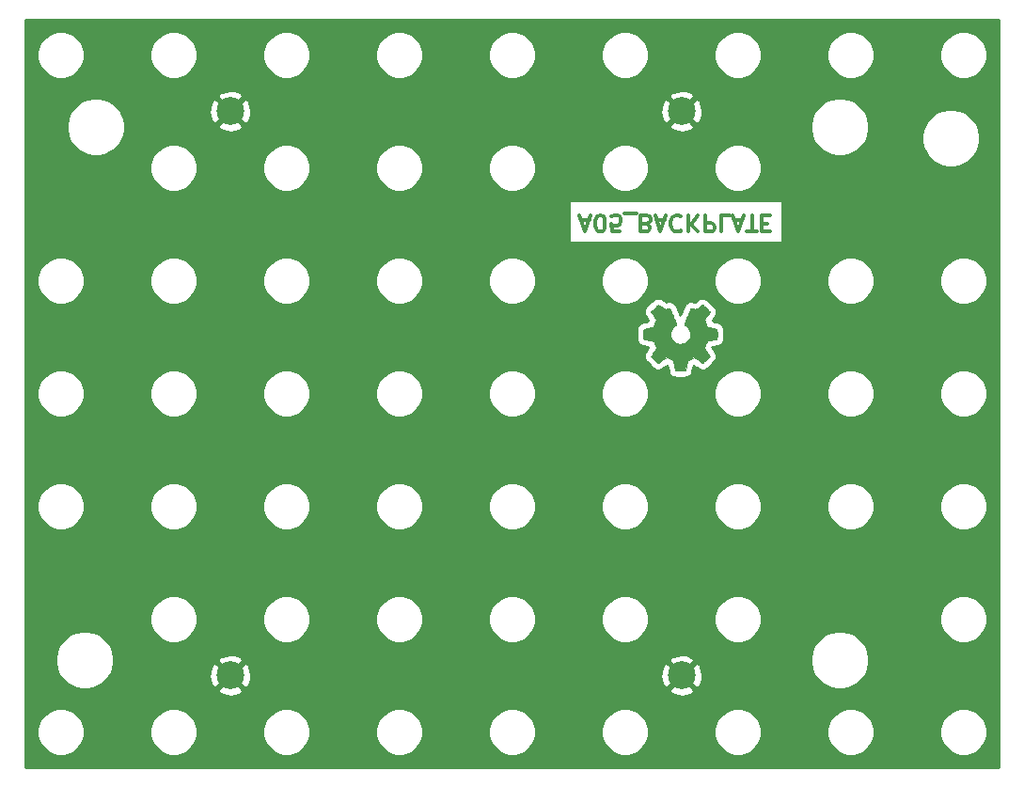
<source format=gbr>
G04 #@! TF.GenerationSoftware,KiCad,Pcbnew,5.1.5-52549c5~86~ubuntu18.04.1*
G04 #@! TF.CreationDate,2020-09-01T14:16:45-05:00*
G04 #@! TF.ProjectId,A05,4130352e-6b69-4636-9164-5f7063625858,rev?*
G04 #@! TF.SameCoordinates,Original*
G04 #@! TF.FileFunction,Copper,L2,Bot*
G04 #@! TF.FilePolarity,Positive*
%FSLAX46Y46*%
G04 Gerber Fmt 4.6, Leading zero omitted, Abs format (unit mm)*
G04 Created by KiCad (PCBNEW 5.1.5-52549c5~86~ubuntu18.04.1) date 2020-09-01 14:16:45*
%MOMM*%
%LPD*%
G04 APERTURE LIST*
%ADD10C,0.300000*%
%ADD11C,0.010000*%
%ADD12C,2.499360*%
%ADD13C,0.254000*%
G04 APERTURE END LIST*
D10*
X70671800Y-38662800D02*
X71386085Y-38662800D01*
X70528942Y-38234228D02*
X71028942Y-39734228D01*
X71528942Y-38234228D01*
X72314657Y-39734228D02*
X72457514Y-39734228D01*
X72600371Y-39662800D01*
X72671800Y-39591371D01*
X72743228Y-39448514D01*
X72814657Y-39162800D01*
X72814657Y-38805657D01*
X72743228Y-38519942D01*
X72671800Y-38377085D01*
X72600371Y-38305657D01*
X72457514Y-38234228D01*
X72314657Y-38234228D01*
X72171800Y-38305657D01*
X72100371Y-38377085D01*
X72028942Y-38519942D01*
X71957514Y-38805657D01*
X71957514Y-39162800D01*
X72028942Y-39448514D01*
X72100371Y-39591371D01*
X72171800Y-39662800D01*
X72314657Y-39734228D01*
X74171800Y-39734228D02*
X73457514Y-39734228D01*
X73386085Y-39019942D01*
X73457514Y-39091371D01*
X73600371Y-39162800D01*
X73957514Y-39162800D01*
X74100371Y-39091371D01*
X74171800Y-39019942D01*
X74243228Y-38877085D01*
X74243228Y-38519942D01*
X74171800Y-38377085D01*
X74100371Y-38305657D01*
X73957514Y-38234228D01*
X73600371Y-38234228D01*
X73457514Y-38305657D01*
X73386085Y-38377085D01*
X74528942Y-38091371D02*
X75671800Y-38091371D01*
X76528942Y-39019942D02*
X76743228Y-38948514D01*
X76814657Y-38877085D01*
X76886085Y-38734228D01*
X76886085Y-38519942D01*
X76814657Y-38377085D01*
X76743228Y-38305657D01*
X76600371Y-38234228D01*
X76028942Y-38234228D01*
X76028942Y-39734228D01*
X76528942Y-39734228D01*
X76671800Y-39662800D01*
X76743228Y-39591371D01*
X76814657Y-39448514D01*
X76814657Y-39305657D01*
X76743228Y-39162800D01*
X76671800Y-39091371D01*
X76528942Y-39019942D01*
X76028942Y-39019942D01*
X77457514Y-38662800D02*
X78171800Y-38662800D01*
X77314657Y-38234228D02*
X77814657Y-39734228D01*
X78314657Y-38234228D01*
X79671800Y-38377085D02*
X79600371Y-38305657D01*
X79386085Y-38234228D01*
X79243228Y-38234228D01*
X79028942Y-38305657D01*
X78886085Y-38448514D01*
X78814657Y-38591371D01*
X78743228Y-38877085D01*
X78743228Y-39091371D01*
X78814657Y-39377085D01*
X78886085Y-39519942D01*
X79028942Y-39662800D01*
X79243228Y-39734228D01*
X79386085Y-39734228D01*
X79600371Y-39662800D01*
X79671800Y-39591371D01*
X80314657Y-38234228D02*
X80314657Y-39734228D01*
X81171800Y-38234228D02*
X80528942Y-39091371D01*
X81171800Y-39734228D02*
X80314657Y-38877085D01*
X81814657Y-38234228D02*
X81814657Y-39734228D01*
X82386085Y-39734228D01*
X82528942Y-39662800D01*
X82600371Y-39591371D01*
X82671800Y-39448514D01*
X82671800Y-39234228D01*
X82600371Y-39091371D01*
X82528942Y-39019942D01*
X82386085Y-38948514D01*
X81814657Y-38948514D01*
X84028942Y-38234228D02*
X83314657Y-38234228D01*
X83314657Y-39734228D01*
X84457514Y-38662800D02*
X85171800Y-38662800D01*
X84314657Y-38234228D02*
X84814657Y-39734228D01*
X85314657Y-38234228D01*
X85600371Y-39734228D02*
X86457514Y-39734228D01*
X86028942Y-38234228D02*
X86028942Y-39734228D01*
X86957514Y-39019942D02*
X87457514Y-39019942D01*
X87671800Y-38234228D02*
X86957514Y-38234228D01*
X86957514Y-39734228D01*
X87671800Y-39734228D01*
D11*
G36*
X80134014Y-51781669D02*
G01*
X80217835Y-51337045D01*
X80527120Y-51209547D01*
X80836406Y-51082049D01*
X81207446Y-51334354D01*
X81311357Y-51404604D01*
X81405287Y-51467328D01*
X81484852Y-51519662D01*
X81545670Y-51558743D01*
X81583357Y-51581707D01*
X81593621Y-51586658D01*
X81612110Y-51573924D01*
X81651620Y-51538718D01*
X81707722Y-51485538D01*
X81775987Y-51418882D01*
X81851986Y-51343246D01*
X81931292Y-51263128D01*
X82009475Y-51183026D01*
X82082107Y-51107436D01*
X82144759Y-51040855D01*
X82193003Y-50987782D01*
X82222410Y-50952713D01*
X82229441Y-50940977D01*
X82219323Y-50919340D01*
X82190959Y-50871938D01*
X82147329Y-50803407D01*
X82091418Y-50718385D01*
X82026206Y-50621507D01*
X81988419Y-50566250D01*
X81919543Y-50465352D01*
X81858340Y-50374301D01*
X81807778Y-50297630D01*
X81770828Y-50239872D01*
X81750458Y-50205557D01*
X81747397Y-50198346D01*
X81754336Y-50177852D01*
X81773251Y-50130087D01*
X81801287Y-50061768D01*
X81835591Y-49979611D01*
X81873309Y-49890330D01*
X81911587Y-49800642D01*
X81947570Y-49717262D01*
X81978406Y-49646906D01*
X82001239Y-49596290D01*
X82013217Y-49572129D01*
X82013924Y-49571178D01*
X82032731Y-49566564D01*
X82082818Y-49556272D01*
X82158993Y-49541313D01*
X82256065Y-49522699D01*
X82368843Y-49501441D01*
X82434642Y-49489182D01*
X82555150Y-49466238D01*
X82663997Y-49444405D01*
X82755676Y-49424878D01*
X82824681Y-49408852D01*
X82865504Y-49397521D01*
X82873711Y-49393926D01*
X82881748Y-49369594D01*
X82888233Y-49314641D01*
X82893170Y-49235492D01*
X82896564Y-49138574D01*
X82898418Y-49030313D01*
X82898738Y-48917135D01*
X82897527Y-48805465D01*
X82894790Y-48701732D01*
X82890531Y-48612359D01*
X82884755Y-48543774D01*
X82877467Y-48502403D01*
X82873095Y-48493790D01*
X82846964Y-48483467D01*
X82791593Y-48468708D01*
X82714307Y-48451248D01*
X82622430Y-48432820D01*
X82590358Y-48426859D01*
X82435724Y-48398534D01*
X82313575Y-48375724D01*
X82219873Y-48357520D01*
X82150584Y-48343017D01*
X82101671Y-48331308D01*
X82069097Y-48321485D01*
X82048828Y-48312644D01*
X82036826Y-48303876D01*
X82035147Y-48302143D01*
X82018384Y-48274229D01*
X81992814Y-48219905D01*
X81960988Y-48145823D01*
X81925460Y-48058635D01*
X81888783Y-47964992D01*
X81853511Y-47871548D01*
X81822196Y-47784953D01*
X81797393Y-47711860D01*
X81781654Y-47658922D01*
X81777532Y-47632789D01*
X81777876Y-47631874D01*
X81791841Y-47610514D01*
X81823522Y-47563516D01*
X81869591Y-47495773D01*
X81926718Y-47412177D01*
X81991573Y-47317618D01*
X82010043Y-47290746D01*
X82075899Y-47193325D01*
X82133850Y-47104437D01*
X82180738Y-47029188D01*
X82213407Y-46972680D01*
X82228700Y-46940019D01*
X82229441Y-46936007D01*
X82216592Y-46914916D01*
X82181088Y-46873136D01*
X82127493Y-46815155D01*
X82060371Y-46745465D01*
X81984287Y-46668555D01*
X81903804Y-46588917D01*
X81823487Y-46511039D01*
X81747899Y-46439414D01*
X81681605Y-46378530D01*
X81629169Y-46332879D01*
X81595155Y-46306950D01*
X81585745Y-46302717D01*
X81563843Y-46312688D01*
X81519000Y-46339580D01*
X81458521Y-46378864D01*
X81411989Y-46410483D01*
X81327675Y-46468502D01*
X81227826Y-46536816D01*
X81127673Y-46605021D01*
X81073827Y-46641525D01*
X80891571Y-46764800D01*
X80738581Y-46682080D01*
X80668882Y-46645841D01*
X80609614Y-46617674D01*
X80569511Y-46601609D01*
X80559303Y-46599374D01*
X80547029Y-46615878D01*
X80522813Y-46662518D01*
X80488463Y-46734991D01*
X80445788Y-46828994D01*
X80396594Y-46940226D01*
X80342690Y-47064385D01*
X80285884Y-47197168D01*
X80227982Y-47334273D01*
X80170793Y-47471398D01*
X80116124Y-47604242D01*
X80065784Y-47728502D01*
X80021580Y-47839875D01*
X79985319Y-47934061D01*
X79958809Y-48006756D01*
X79943858Y-48053659D01*
X79941454Y-48069767D01*
X79960511Y-48090314D01*
X80002236Y-48123667D01*
X80057906Y-48162898D01*
X80062578Y-48166001D01*
X80206464Y-48281177D01*
X80322483Y-48415547D01*
X80409630Y-48564816D01*
X80466899Y-48724687D01*
X80493286Y-48890863D01*
X80487785Y-49059048D01*
X80449390Y-49224945D01*
X80377095Y-49384258D01*
X80355826Y-49419113D01*
X80245196Y-49559863D01*
X80114502Y-49672886D01*
X79968264Y-49757597D01*
X79811008Y-49813406D01*
X79647257Y-49839726D01*
X79481533Y-49835970D01*
X79318362Y-49801550D01*
X79162265Y-49735877D01*
X79017767Y-49638365D01*
X78973069Y-49598787D01*
X78859312Y-49474897D01*
X78776418Y-49344476D01*
X78719556Y-49198285D01*
X78687887Y-49053512D01*
X78680069Y-48890740D01*
X78706138Y-48727160D01*
X78763445Y-48568302D01*
X78849344Y-48419694D01*
X78961186Y-48286865D01*
X79096323Y-48175344D01*
X79114083Y-48163589D01*
X79170350Y-48125092D01*
X79213123Y-48091737D01*
X79233572Y-48070440D01*
X79233869Y-48069767D01*
X79229479Y-48046729D01*
X79212076Y-47994443D01*
X79183468Y-47917210D01*
X79145465Y-47819332D01*
X79099874Y-47705109D01*
X79048503Y-47578842D01*
X78993162Y-47444833D01*
X78935658Y-47307382D01*
X78877801Y-47170792D01*
X78821398Y-47039363D01*
X78768258Y-46917395D01*
X78720190Y-46809191D01*
X78679001Y-46719051D01*
X78646501Y-46651277D01*
X78624497Y-46610170D01*
X78615636Y-46599374D01*
X78588560Y-46607781D01*
X78537897Y-46630328D01*
X78472383Y-46662987D01*
X78436359Y-46682080D01*
X78283368Y-46764800D01*
X78101112Y-46641525D01*
X78008075Y-46578372D01*
X77906215Y-46508873D01*
X77810762Y-46443435D01*
X77762950Y-46410483D01*
X77695705Y-46365327D01*
X77638764Y-46329543D01*
X77599554Y-46307662D01*
X77586819Y-46303037D01*
X77568283Y-46315515D01*
X77527259Y-46350348D01*
X77467725Y-46403922D01*
X77393658Y-46472617D01*
X77309035Y-46552819D01*
X77255515Y-46604314D01*
X77161881Y-46696314D01*
X77080959Y-46778601D01*
X77016023Y-46847655D01*
X76970342Y-46899956D01*
X76947189Y-46931984D01*
X76944968Y-46938484D01*
X76955276Y-46963206D01*
X76983761Y-47013195D01*
X77027263Y-47083388D01*
X77082623Y-47168725D01*
X77146680Y-47264144D01*
X77164897Y-47290746D01*
X77231273Y-47387433D01*
X77290822Y-47474483D01*
X77340216Y-47547005D01*
X77376125Y-47600107D01*
X77395219Y-47628897D01*
X77397064Y-47631874D01*
X77394305Y-47654818D01*
X77379662Y-47705264D01*
X77355687Y-47776559D01*
X77324934Y-47862053D01*
X77289956Y-47955093D01*
X77253307Y-48049026D01*
X77217539Y-48137201D01*
X77185206Y-48212966D01*
X77158862Y-48269669D01*
X77141058Y-48300657D01*
X77139793Y-48302143D01*
X77128906Y-48310999D01*
X77110518Y-48319757D01*
X77080594Y-48329323D01*
X77035097Y-48340604D01*
X76969991Y-48354507D01*
X76881239Y-48371937D01*
X76764807Y-48393802D01*
X76616658Y-48421009D01*
X76584582Y-48426859D01*
X76489514Y-48445226D01*
X76406635Y-48463195D01*
X76343270Y-48479031D01*
X76306742Y-48491000D01*
X76301844Y-48493790D01*
X76293773Y-48518528D01*
X76287213Y-48573810D01*
X76282167Y-48653211D01*
X76278641Y-48750304D01*
X76276639Y-48858662D01*
X76276164Y-48971860D01*
X76277223Y-49083472D01*
X76279818Y-49187071D01*
X76283954Y-49276232D01*
X76289637Y-49344528D01*
X76296869Y-49385534D01*
X76301229Y-49393926D01*
X76325502Y-49402392D01*
X76380774Y-49416165D01*
X76461538Y-49434050D01*
X76562288Y-49454852D01*
X76677517Y-49477377D01*
X76740298Y-49489182D01*
X76859413Y-49511449D01*
X76965635Y-49531621D01*
X77053773Y-49548685D01*
X77118634Y-49561631D01*
X77155026Y-49569445D01*
X77161016Y-49571178D01*
X77171139Y-49590710D01*
X77192538Y-49637757D01*
X77222361Y-49705597D01*
X77257755Y-49787509D01*
X77295868Y-49876772D01*
X77333847Y-49966665D01*
X77368840Y-50050465D01*
X77397994Y-50121453D01*
X77418457Y-50172906D01*
X77427377Y-50198103D01*
X77427543Y-50199204D01*
X77417431Y-50219081D01*
X77389083Y-50264823D01*
X77345477Y-50331883D01*
X77289594Y-50415716D01*
X77224413Y-50511774D01*
X77186521Y-50566950D01*
X77117475Y-50668119D01*
X77056150Y-50759970D01*
X77005537Y-50837856D01*
X76968629Y-50897131D01*
X76948418Y-50933149D01*
X76945499Y-50941223D01*
X76958047Y-50960016D01*
X76992737Y-51000143D01*
X77045137Y-51057107D01*
X77110816Y-51126415D01*
X77185344Y-51203569D01*
X77264287Y-51284075D01*
X77343217Y-51363437D01*
X77417700Y-51437160D01*
X77483306Y-51500748D01*
X77535604Y-51549706D01*
X77570161Y-51579539D01*
X77581722Y-51586658D01*
X77600546Y-51576647D01*
X77645569Y-51548522D01*
X77712413Y-51505146D01*
X77796701Y-51449382D01*
X77894056Y-51384094D01*
X77967493Y-51334354D01*
X78338533Y-51082049D01*
X78957105Y-51337045D01*
X79040925Y-51781669D01*
X79124746Y-52226293D01*
X80050194Y-52226293D01*
X80134014Y-51781669D01*
G37*
X80134014Y-51781669D02*
X80217835Y-51337045D01*
X80527120Y-51209547D01*
X80836406Y-51082049D01*
X81207446Y-51334354D01*
X81311357Y-51404604D01*
X81405287Y-51467328D01*
X81484852Y-51519662D01*
X81545670Y-51558743D01*
X81583357Y-51581707D01*
X81593621Y-51586658D01*
X81612110Y-51573924D01*
X81651620Y-51538718D01*
X81707722Y-51485538D01*
X81775987Y-51418882D01*
X81851986Y-51343246D01*
X81931292Y-51263128D01*
X82009475Y-51183026D01*
X82082107Y-51107436D01*
X82144759Y-51040855D01*
X82193003Y-50987782D01*
X82222410Y-50952713D01*
X82229441Y-50940977D01*
X82219323Y-50919340D01*
X82190959Y-50871938D01*
X82147329Y-50803407D01*
X82091418Y-50718385D01*
X82026206Y-50621507D01*
X81988419Y-50566250D01*
X81919543Y-50465352D01*
X81858340Y-50374301D01*
X81807778Y-50297630D01*
X81770828Y-50239872D01*
X81750458Y-50205557D01*
X81747397Y-50198346D01*
X81754336Y-50177852D01*
X81773251Y-50130087D01*
X81801287Y-50061768D01*
X81835591Y-49979611D01*
X81873309Y-49890330D01*
X81911587Y-49800642D01*
X81947570Y-49717262D01*
X81978406Y-49646906D01*
X82001239Y-49596290D01*
X82013217Y-49572129D01*
X82013924Y-49571178D01*
X82032731Y-49566564D01*
X82082818Y-49556272D01*
X82158993Y-49541313D01*
X82256065Y-49522699D01*
X82368843Y-49501441D01*
X82434642Y-49489182D01*
X82555150Y-49466238D01*
X82663997Y-49444405D01*
X82755676Y-49424878D01*
X82824681Y-49408852D01*
X82865504Y-49397521D01*
X82873711Y-49393926D01*
X82881748Y-49369594D01*
X82888233Y-49314641D01*
X82893170Y-49235492D01*
X82896564Y-49138574D01*
X82898418Y-49030313D01*
X82898738Y-48917135D01*
X82897527Y-48805465D01*
X82894790Y-48701732D01*
X82890531Y-48612359D01*
X82884755Y-48543774D01*
X82877467Y-48502403D01*
X82873095Y-48493790D01*
X82846964Y-48483467D01*
X82791593Y-48468708D01*
X82714307Y-48451248D01*
X82622430Y-48432820D01*
X82590358Y-48426859D01*
X82435724Y-48398534D01*
X82313575Y-48375724D01*
X82219873Y-48357520D01*
X82150584Y-48343017D01*
X82101671Y-48331308D01*
X82069097Y-48321485D01*
X82048828Y-48312644D01*
X82036826Y-48303876D01*
X82035147Y-48302143D01*
X82018384Y-48274229D01*
X81992814Y-48219905D01*
X81960988Y-48145823D01*
X81925460Y-48058635D01*
X81888783Y-47964992D01*
X81853511Y-47871548D01*
X81822196Y-47784953D01*
X81797393Y-47711860D01*
X81781654Y-47658922D01*
X81777532Y-47632789D01*
X81777876Y-47631874D01*
X81791841Y-47610514D01*
X81823522Y-47563516D01*
X81869591Y-47495773D01*
X81926718Y-47412177D01*
X81991573Y-47317618D01*
X82010043Y-47290746D01*
X82075899Y-47193325D01*
X82133850Y-47104437D01*
X82180738Y-47029188D01*
X82213407Y-46972680D01*
X82228700Y-46940019D01*
X82229441Y-46936007D01*
X82216592Y-46914916D01*
X82181088Y-46873136D01*
X82127493Y-46815155D01*
X82060371Y-46745465D01*
X81984287Y-46668555D01*
X81903804Y-46588917D01*
X81823487Y-46511039D01*
X81747899Y-46439414D01*
X81681605Y-46378530D01*
X81629169Y-46332879D01*
X81595155Y-46306950D01*
X81585745Y-46302717D01*
X81563843Y-46312688D01*
X81519000Y-46339580D01*
X81458521Y-46378864D01*
X81411989Y-46410483D01*
X81327675Y-46468502D01*
X81227826Y-46536816D01*
X81127673Y-46605021D01*
X81073827Y-46641525D01*
X80891571Y-46764800D01*
X80738581Y-46682080D01*
X80668882Y-46645841D01*
X80609614Y-46617674D01*
X80569511Y-46601609D01*
X80559303Y-46599374D01*
X80547029Y-46615878D01*
X80522813Y-46662518D01*
X80488463Y-46734991D01*
X80445788Y-46828994D01*
X80396594Y-46940226D01*
X80342690Y-47064385D01*
X80285884Y-47197168D01*
X80227982Y-47334273D01*
X80170793Y-47471398D01*
X80116124Y-47604242D01*
X80065784Y-47728502D01*
X80021580Y-47839875D01*
X79985319Y-47934061D01*
X79958809Y-48006756D01*
X79943858Y-48053659D01*
X79941454Y-48069767D01*
X79960511Y-48090314D01*
X80002236Y-48123667D01*
X80057906Y-48162898D01*
X80062578Y-48166001D01*
X80206464Y-48281177D01*
X80322483Y-48415547D01*
X80409630Y-48564816D01*
X80466899Y-48724687D01*
X80493286Y-48890863D01*
X80487785Y-49059048D01*
X80449390Y-49224945D01*
X80377095Y-49384258D01*
X80355826Y-49419113D01*
X80245196Y-49559863D01*
X80114502Y-49672886D01*
X79968264Y-49757597D01*
X79811008Y-49813406D01*
X79647257Y-49839726D01*
X79481533Y-49835970D01*
X79318362Y-49801550D01*
X79162265Y-49735877D01*
X79017767Y-49638365D01*
X78973069Y-49598787D01*
X78859312Y-49474897D01*
X78776418Y-49344476D01*
X78719556Y-49198285D01*
X78687887Y-49053512D01*
X78680069Y-48890740D01*
X78706138Y-48727160D01*
X78763445Y-48568302D01*
X78849344Y-48419694D01*
X78961186Y-48286865D01*
X79096323Y-48175344D01*
X79114083Y-48163589D01*
X79170350Y-48125092D01*
X79213123Y-48091737D01*
X79233572Y-48070440D01*
X79233869Y-48069767D01*
X79229479Y-48046729D01*
X79212076Y-47994443D01*
X79183468Y-47917210D01*
X79145465Y-47819332D01*
X79099874Y-47705109D01*
X79048503Y-47578842D01*
X78993162Y-47444833D01*
X78935658Y-47307382D01*
X78877801Y-47170792D01*
X78821398Y-47039363D01*
X78768258Y-46917395D01*
X78720190Y-46809191D01*
X78679001Y-46719051D01*
X78646501Y-46651277D01*
X78624497Y-46610170D01*
X78615636Y-46599374D01*
X78588560Y-46607781D01*
X78537897Y-46630328D01*
X78472383Y-46662987D01*
X78436359Y-46682080D01*
X78283368Y-46764800D01*
X78101112Y-46641525D01*
X78008075Y-46578372D01*
X77906215Y-46508873D01*
X77810762Y-46443435D01*
X77762950Y-46410483D01*
X77695705Y-46365327D01*
X77638764Y-46329543D01*
X77599554Y-46307662D01*
X77586819Y-46303037D01*
X77568283Y-46315515D01*
X77527259Y-46350348D01*
X77467725Y-46403922D01*
X77393658Y-46472617D01*
X77309035Y-46552819D01*
X77255515Y-46604314D01*
X77161881Y-46696314D01*
X77080959Y-46778601D01*
X77016023Y-46847655D01*
X76970342Y-46899956D01*
X76947189Y-46931984D01*
X76944968Y-46938484D01*
X76955276Y-46963206D01*
X76983761Y-47013195D01*
X77027263Y-47083388D01*
X77082623Y-47168725D01*
X77146680Y-47264144D01*
X77164897Y-47290746D01*
X77231273Y-47387433D01*
X77290822Y-47474483D01*
X77340216Y-47547005D01*
X77376125Y-47600107D01*
X77395219Y-47628897D01*
X77397064Y-47631874D01*
X77394305Y-47654818D01*
X77379662Y-47705264D01*
X77355687Y-47776559D01*
X77324934Y-47862053D01*
X77289956Y-47955093D01*
X77253307Y-48049026D01*
X77217539Y-48137201D01*
X77185206Y-48212966D01*
X77158862Y-48269669D01*
X77141058Y-48300657D01*
X77139793Y-48302143D01*
X77128906Y-48310999D01*
X77110518Y-48319757D01*
X77080594Y-48329323D01*
X77035097Y-48340604D01*
X76969991Y-48354507D01*
X76881239Y-48371937D01*
X76764807Y-48393802D01*
X76616658Y-48421009D01*
X76584582Y-48426859D01*
X76489514Y-48445226D01*
X76406635Y-48463195D01*
X76343270Y-48479031D01*
X76306742Y-48491000D01*
X76301844Y-48493790D01*
X76293773Y-48518528D01*
X76287213Y-48573810D01*
X76282167Y-48653211D01*
X76278641Y-48750304D01*
X76276639Y-48858662D01*
X76276164Y-48971860D01*
X76277223Y-49083472D01*
X76279818Y-49187071D01*
X76283954Y-49276232D01*
X76289637Y-49344528D01*
X76296869Y-49385534D01*
X76301229Y-49393926D01*
X76325502Y-49402392D01*
X76380774Y-49416165D01*
X76461538Y-49434050D01*
X76562288Y-49454852D01*
X76677517Y-49477377D01*
X76740298Y-49489182D01*
X76859413Y-49511449D01*
X76965635Y-49531621D01*
X77053773Y-49548685D01*
X77118634Y-49561631D01*
X77155026Y-49569445D01*
X77161016Y-49571178D01*
X77171139Y-49590710D01*
X77192538Y-49637757D01*
X77222361Y-49705597D01*
X77257755Y-49787509D01*
X77295868Y-49876772D01*
X77333847Y-49966665D01*
X77368840Y-50050465D01*
X77397994Y-50121453D01*
X77418457Y-50172906D01*
X77427377Y-50198103D01*
X77427543Y-50199204D01*
X77417431Y-50219081D01*
X77389083Y-50264823D01*
X77345477Y-50331883D01*
X77289594Y-50415716D01*
X77224413Y-50511774D01*
X77186521Y-50566950D01*
X77117475Y-50668119D01*
X77056150Y-50759970D01*
X77005537Y-50837856D01*
X76968629Y-50897131D01*
X76948418Y-50933149D01*
X76945499Y-50941223D01*
X76958047Y-50960016D01*
X76992737Y-51000143D01*
X77045137Y-51057107D01*
X77110816Y-51126415D01*
X77185344Y-51203569D01*
X77264287Y-51284075D01*
X77343217Y-51363437D01*
X77417700Y-51437160D01*
X77483306Y-51500748D01*
X77535604Y-51549706D01*
X77570161Y-51579539D01*
X77581722Y-51586658D01*
X77600546Y-51576647D01*
X77645569Y-51548522D01*
X77712413Y-51505146D01*
X77796701Y-51449382D01*
X77894056Y-51384094D01*
X77967493Y-51334354D01*
X78338533Y-51082049D01*
X78957105Y-51337045D01*
X79040925Y-51781669D01*
X79124746Y-52226293D01*
X80050194Y-52226293D01*
X80134014Y-51781669D01*
D12*
X79690000Y-79690000D03*
X79690000Y-28890000D03*
X39050000Y-79690000D03*
X39050000Y-28890000D03*
D13*
G36*
X108240000Y-20675267D02*
G01*
X108240001Y-87920000D01*
X20660000Y-87920000D01*
X20660000Y-84559721D01*
X21675000Y-84559721D01*
X21675000Y-84980279D01*
X21757047Y-85392756D01*
X21917988Y-85781302D01*
X22151637Y-86130983D01*
X22449017Y-86428363D01*
X22798698Y-86662012D01*
X23187244Y-86822953D01*
X23599721Y-86905000D01*
X24020279Y-86905000D01*
X24432756Y-86822953D01*
X24821302Y-86662012D01*
X25170983Y-86428363D01*
X25468363Y-86130983D01*
X25702012Y-85781302D01*
X25862953Y-85392756D01*
X25945000Y-84980279D01*
X25945000Y-84559721D01*
X31835000Y-84559721D01*
X31835000Y-84980279D01*
X31917047Y-85392756D01*
X32077988Y-85781302D01*
X32311637Y-86130983D01*
X32609017Y-86428363D01*
X32958698Y-86662012D01*
X33347244Y-86822953D01*
X33759721Y-86905000D01*
X34180279Y-86905000D01*
X34592756Y-86822953D01*
X34981302Y-86662012D01*
X35330983Y-86428363D01*
X35628363Y-86130983D01*
X35862012Y-85781302D01*
X36022953Y-85392756D01*
X36105000Y-84980279D01*
X36105000Y-84559721D01*
X41995000Y-84559721D01*
X41995000Y-84980279D01*
X42077047Y-85392756D01*
X42237988Y-85781302D01*
X42471637Y-86130983D01*
X42769017Y-86428363D01*
X43118698Y-86662012D01*
X43507244Y-86822953D01*
X43919721Y-86905000D01*
X44340279Y-86905000D01*
X44752756Y-86822953D01*
X45141302Y-86662012D01*
X45490983Y-86428363D01*
X45788363Y-86130983D01*
X46022012Y-85781302D01*
X46182953Y-85392756D01*
X46265000Y-84980279D01*
X46265000Y-84559721D01*
X52155000Y-84559721D01*
X52155000Y-84980279D01*
X52237047Y-85392756D01*
X52397988Y-85781302D01*
X52631637Y-86130983D01*
X52929017Y-86428363D01*
X53278698Y-86662012D01*
X53667244Y-86822953D01*
X54079721Y-86905000D01*
X54500279Y-86905000D01*
X54912756Y-86822953D01*
X55301302Y-86662012D01*
X55650983Y-86428363D01*
X55948363Y-86130983D01*
X56182012Y-85781302D01*
X56342953Y-85392756D01*
X56425000Y-84980279D01*
X56425000Y-84559721D01*
X62315000Y-84559721D01*
X62315000Y-84980279D01*
X62397047Y-85392756D01*
X62557988Y-85781302D01*
X62791637Y-86130983D01*
X63089017Y-86428363D01*
X63438698Y-86662012D01*
X63827244Y-86822953D01*
X64239721Y-86905000D01*
X64660279Y-86905000D01*
X65072756Y-86822953D01*
X65461302Y-86662012D01*
X65810983Y-86428363D01*
X66108363Y-86130983D01*
X66342012Y-85781302D01*
X66502953Y-85392756D01*
X66585000Y-84980279D01*
X66585000Y-84559721D01*
X72475000Y-84559721D01*
X72475000Y-84980279D01*
X72557047Y-85392756D01*
X72717988Y-85781302D01*
X72951637Y-86130983D01*
X73249017Y-86428363D01*
X73598698Y-86662012D01*
X73987244Y-86822953D01*
X74399721Y-86905000D01*
X74820279Y-86905000D01*
X75232756Y-86822953D01*
X75621302Y-86662012D01*
X75970983Y-86428363D01*
X76268363Y-86130983D01*
X76502012Y-85781302D01*
X76662953Y-85392756D01*
X76745000Y-84980279D01*
X76745000Y-84559721D01*
X82635000Y-84559721D01*
X82635000Y-84980279D01*
X82717047Y-85392756D01*
X82877988Y-85781302D01*
X83111637Y-86130983D01*
X83409017Y-86428363D01*
X83758698Y-86662012D01*
X84147244Y-86822953D01*
X84559721Y-86905000D01*
X84980279Y-86905000D01*
X85392756Y-86822953D01*
X85781302Y-86662012D01*
X86130983Y-86428363D01*
X86428363Y-86130983D01*
X86662012Y-85781302D01*
X86822953Y-85392756D01*
X86905000Y-84980279D01*
X86905000Y-84559721D01*
X92795000Y-84559721D01*
X92795000Y-84980279D01*
X92877047Y-85392756D01*
X93037988Y-85781302D01*
X93271637Y-86130983D01*
X93569017Y-86428363D01*
X93918698Y-86662012D01*
X94307244Y-86822953D01*
X94719721Y-86905000D01*
X95140279Y-86905000D01*
X95552756Y-86822953D01*
X95941302Y-86662012D01*
X96290983Y-86428363D01*
X96588363Y-86130983D01*
X96822012Y-85781302D01*
X96982953Y-85392756D01*
X97065000Y-84980279D01*
X97065000Y-84559721D01*
X102955000Y-84559721D01*
X102955000Y-84980279D01*
X103037047Y-85392756D01*
X103197988Y-85781302D01*
X103431637Y-86130983D01*
X103729017Y-86428363D01*
X104078698Y-86662012D01*
X104467244Y-86822953D01*
X104879721Y-86905000D01*
X105300279Y-86905000D01*
X105712756Y-86822953D01*
X106101302Y-86662012D01*
X106450983Y-86428363D01*
X106748363Y-86130983D01*
X106982012Y-85781302D01*
X107142953Y-85392756D01*
X107225000Y-84980279D01*
X107225000Y-84559721D01*
X107142953Y-84147244D01*
X106982012Y-83758698D01*
X106748363Y-83409017D01*
X106450983Y-83111637D01*
X106101302Y-82877988D01*
X105712756Y-82717047D01*
X105300279Y-82635000D01*
X104879721Y-82635000D01*
X104467244Y-82717047D01*
X104078698Y-82877988D01*
X103729017Y-83111637D01*
X103431637Y-83409017D01*
X103197988Y-83758698D01*
X103037047Y-84147244D01*
X102955000Y-84559721D01*
X97065000Y-84559721D01*
X96982953Y-84147244D01*
X96822012Y-83758698D01*
X96588363Y-83409017D01*
X96290983Y-83111637D01*
X95941302Y-82877988D01*
X95552756Y-82717047D01*
X95140279Y-82635000D01*
X94719721Y-82635000D01*
X94307244Y-82717047D01*
X93918698Y-82877988D01*
X93569017Y-83111637D01*
X93271637Y-83409017D01*
X93037988Y-83758698D01*
X92877047Y-84147244D01*
X92795000Y-84559721D01*
X86905000Y-84559721D01*
X86822953Y-84147244D01*
X86662012Y-83758698D01*
X86428363Y-83409017D01*
X86130983Y-83111637D01*
X85781302Y-82877988D01*
X85392756Y-82717047D01*
X84980279Y-82635000D01*
X84559721Y-82635000D01*
X84147244Y-82717047D01*
X83758698Y-82877988D01*
X83409017Y-83111637D01*
X83111637Y-83409017D01*
X82877988Y-83758698D01*
X82717047Y-84147244D01*
X82635000Y-84559721D01*
X76745000Y-84559721D01*
X76662953Y-84147244D01*
X76502012Y-83758698D01*
X76268363Y-83409017D01*
X75970983Y-83111637D01*
X75621302Y-82877988D01*
X75232756Y-82717047D01*
X74820279Y-82635000D01*
X74399721Y-82635000D01*
X73987244Y-82717047D01*
X73598698Y-82877988D01*
X73249017Y-83111637D01*
X72951637Y-83409017D01*
X72717988Y-83758698D01*
X72557047Y-84147244D01*
X72475000Y-84559721D01*
X66585000Y-84559721D01*
X66502953Y-84147244D01*
X66342012Y-83758698D01*
X66108363Y-83409017D01*
X65810983Y-83111637D01*
X65461302Y-82877988D01*
X65072756Y-82717047D01*
X64660279Y-82635000D01*
X64239721Y-82635000D01*
X63827244Y-82717047D01*
X63438698Y-82877988D01*
X63089017Y-83111637D01*
X62791637Y-83409017D01*
X62557988Y-83758698D01*
X62397047Y-84147244D01*
X62315000Y-84559721D01*
X56425000Y-84559721D01*
X56342953Y-84147244D01*
X56182012Y-83758698D01*
X55948363Y-83409017D01*
X55650983Y-83111637D01*
X55301302Y-82877988D01*
X54912756Y-82717047D01*
X54500279Y-82635000D01*
X54079721Y-82635000D01*
X53667244Y-82717047D01*
X53278698Y-82877988D01*
X52929017Y-83111637D01*
X52631637Y-83409017D01*
X52397988Y-83758698D01*
X52237047Y-84147244D01*
X52155000Y-84559721D01*
X46265000Y-84559721D01*
X46182953Y-84147244D01*
X46022012Y-83758698D01*
X45788363Y-83409017D01*
X45490983Y-83111637D01*
X45141302Y-82877988D01*
X44752756Y-82717047D01*
X44340279Y-82635000D01*
X43919721Y-82635000D01*
X43507244Y-82717047D01*
X43118698Y-82877988D01*
X42769017Y-83111637D01*
X42471637Y-83409017D01*
X42237988Y-83758698D01*
X42077047Y-84147244D01*
X41995000Y-84559721D01*
X36105000Y-84559721D01*
X36022953Y-84147244D01*
X35862012Y-83758698D01*
X35628363Y-83409017D01*
X35330983Y-83111637D01*
X34981302Y-82877988D01*
X34592756Y-82717047D01*
X34180279Y-82635000D01*
X33759721Y-82635000D01*
X33347244Y-82717047D01*
X32958698Y-82877988D01*
X32609017Y-83111637D01*
X32311637Y-83409017D01*
X32077988Y-83758698D01*
X31917047Y-84147244D01*
X31835000Y-84559721D01*
X25945000Y-84559721D01*
X25862953Y-84147244D01*
X25702012Y-83758698D01*
X25468363Y-83409017D01*
X25170983Y-83111637D01*
X24821302Y-82877988D01*
X24432756Y-82717047D01*
X24020279Y-82635000D01*
X23599721Y-82635000D01*
X23187244Y-82717047D01*
X22798698Y-82877988D01*
X22449017Y-83111637D01*
X22151637Y-83409017D01*
X21917988Y-83758698D01*
X21757047Y-84147244D01*
X21675000Y-84559721D01*
X20660000Y-84559721D01*
X20660000Y-81003377D01*
X37916229Y-81003377D01*
X38042104Y-81293315D01*
X38374262Y-81459139D01*
X38732387Y-81556975D01*
X39102719Y-81583065D01*
X39471025Y-81536405D01*
X39823151Y-81418789D01*
X40057896Y-81293315D01*
X40183771Y-81003377D01*
X78556229Y-81003377D01*
X78682104Y-81293315D01*
X79014262Y-81459139D01*
X79372387Y-81556975D01*
X79742719Y-81583065D01*
X80111025Y-81536405D01*
X80463151Y-81418789D01*
X80697896Y-81293315D01*
X80823771Y-81003377D01*
X79690000Y-79869605D01*
X78556229Y-81003377D01*
X40183771Y-81003377D01*
X39050000Y-79869605D01*
X37916229Y-81003377D01*
X20660000Y-81003377D01*
X20660000Y-78030475D01*
X23315000Y-78030475D01*
X23315000Y-78549525D01*
X23416261Y-79058601D01*
X23614893Y-79538141D01*
X23903262Y-79969715D01*
X24270285Y-80336738D01*
X24701859Y-80625107D01*
X25181399Y-80823739D01*
X25690475Y-80925000D01*
X26209525Y-80925000D01*
X26718601Y-80823739D01*
X27198141Y-80625107D01*
X27629715Y-80336738D01*
X27996738Y-79969715D01*
X28148412Y-79742719D01*
X37156935Y-79742719D01*
X37203595Y-80111025D01*
X37321211Y-80463151D01*
X37446685Y-80697896D01*
X37736623Y-80823771D01*
X38870395Y-79690000D01*
X39229605Y-79690000D01*
X40363377Y-80823771D01*
X40653315Y-80697896D01*
X40819139Y-80365738D01*
X40916975Y-80007613D01*
X40935636Y-79742719D01*
X77796935Y-79742719D01*
X77843595Y-80111025D01*
X77961211Y-80463151D01*
X78086685Y-80697896D01*
X78376623Y-80823771D01*
X79510395Y-79690000D01*
X79869605Y-79690000D01*
X81003377Y-80823771D01*
X81293315Y-80697896D01*
X81459139Y-80365738D01*
X81556975Y-80007613D01*
X81583065Y-79637281D01*
X81536405Y-79268975D01*
X81418789Y-78916849D01*
X81293315Y-78682104D01*
X81003377Y-78556229D01*
X79869605Y-79690000D01*
X79510395Y-79690000D01*
X78376623Y-78556229D01*
X78086685Y-78682104D01*
X77920861Y-79014262D01*
X77823025Y-79372387D01*
X77796935Y-79742719D01*
X40935636Y-79742719D01*
X40943065Y-79637281D01*
X40896405Y-79268975D01*
X40778789Y-78916849D01*
X40653315Y-78682104D01*
X40363377Y-78556229D01*
X39229605Y-79690000D01*
X38870395Y-79690000D01*
X37736623Y-78556229D01*
X37446685Y-78682104D01*
X37280861Y-79014262D01*
X37183025Y-79372387D01*
X37156935Y-79742719D01*
X28148412Y-79742719D01*
X28285107Y-79538141D01*
X28483739Y-79058601D01*
X28585000Y-78549525D01*
X28585000Y-78376623D01*
X37916229Y-78376623D01*
X39050000Y-79510395D01*
X40183771Y-78376623D01*
X78556229Y-78376623D01*
X79690000Y-79510395D01*
X80823771Y-78376623D01*
X80697896Y-78086685D01*
X80585304Y-78030475D01*
X91315000Y-78030475D01*
X91315000Y-78549525D01*
X91416261Y-79058601D01*
X91614893Y-79538141D01*
X91903262Y-79969715D01*
X92270285Y-80336738D01*
X92701859Y-80625107D01*
X93181399Y-80823739D01*
X93690475Y-80925000D01*
X94209525Y-80925000D01*
X94718601Y-80823739D01*
X95198141Y-80625107D01*
X95629715Y-80336738D01*
X95996738Y-79969715D01*
X96285107Y-79538141D01*
X96483739Y-79058601D01*
X96585000Y-78549525D01*
X96585000Y-78030475D01*
X96483739Y-77521399D01*
X96285107Y-77041859D01*
X95996738Y-76610285D01*
X95629715Y-76243262D01*
X95198141Y-75954893D01*
X94718601Y-75756261D01*
X94209525Y-75655000D01*
X93690475Y-75655000D01*
X93181399Y-75756261D01*
X92701859Y-75954893D01*
X92270285Y-76243262D01*
X91903262Y-76610285D01*
X91614893Y-77041859D01*
X91416261Y-77521399D01*
X91315000Y-78030475D01*
X80585304Y-78030475D01*
X80365738Y-77920861D01*
X80007613Y-77823025D01*
X79637281Y-77796935D01*
X79268975Y-77843595D01*
X78916849Y-77961211D01*
X78682104Y-78086685D01*
X78556229Y-78376623D01*
X40183771Y-78376623D01*
X40057896Y-78086685D01*
X39725738Y-77920861D01*
X39367613Y-77823025D01*
X38997281Y-77796935D01*
X38628975Y-77843595D01*
X38276849Y-77961211D01*
X38042104Y-78086685D01*
X37916229Y-78376623D01*
X28585000Y-78376623D01*
X28585000Y-78030475D01*
X28483739Y-77521399D01*
X28285107Y-77041859D01*
X27996738Y-76610285D01*
X27629715Y-76243262D01*
X27198141Y-75954893D01*
X26718601Y-75756261D01*
X26209525Y-75655000D01*
X25690475Y-75655000D01*
X25181399Y-75756261D01*
X24701859Y-75954893D01*
X24270285Y-76243262D01*
X23903262Y-76610285D01*
X23614893Y-77041859D01*
X23416261Y-77521399D01*
X23315000Y-78030475D01*
X20660000Y-78030475D01*
X20660000Y-74399721D01*
X31835000Y-74399721D01*
X31835000Y-74820279D01*
X31917047Y-75232756D01*
X32077988Y-75621302D01*
X32311637Y-75970983D01*
X32609017Y-76268363D01*
X32958698Y-76502012D01*
X33347244Y-76662953D01*
X33759721Y-76745000D01*
X34180279Y-76745000D01*
X34592756Y-76662953D01*
X34981302Y-76502012D01*
X35330983Y-76268363D01*
X35628363Y-75970983D01*
X35862012Y-75621302D01*
X36022953Y-75232756D01*
X36105000Y-74820279D01*
X36105000Y-74399721D01*
X41995000Y-74399721D01*
X41995000Y-74820279D01*
X42077047Y-75232756D01*
X42237988Y-75621302D01*
X42471637Y-75970983D01*
X42769017Y-76268363D01*
X43118698Y-76502012D01*
X43507244Y-76662953D01*
X43919721Y-76745000D01*
X44340279Y-76745000D01*
X44752756Y-76662953D01*
X45141302Y-76502012D01*
X45490983Y-76268363D01*
X45788363Y-75970983D01*
X46022012Y-75621302D01*
X46182953Y-75232756D01*
X46265000Y-74820279D01*
X46265000Y-74399721D01*
X52155000Y-74399721D01*
X52155000Y-74820279D01*
X52237047Y-75232756D01*
X52397988Y-75621302D01*
X52631637Y-75970983D01*
X52929017Y-76268363D01*
X53278698Y-76502012D01*
X53667244Y-76662953D01*
X54079721Y-76745000D01*
X54500279Y-76745000D01*
X54912756Y-76662953D01*
X55301302Y-76502012D01*
X55650983Y-76268363D01*
X55948363Y-75970983D01*
X56182012Y-75621302D01*
X56342953Y-75232756D01*
X56425000Y-74820279D01*
X56425000Y-74399721D01*
X62315000Y-74399721D01*
X62315000Y-74820279D01*
X62397047Y-75232756D01*
X62557988Y-75621302D01*
X62791637Y-75970983D01*
X63089017Y-76268363D01*
X63438698Y-76502012D01*
X63827244Y-76662953D01*
X64239721Y-76745000D01*
X64660279Y-76745000D01*
X65072756Y-76662953D01*
X65461302Y-76502012D01*
X65810983Y-76268363D01*
X66108363Y-75970983D01*
X66342012Y-75621302D01*
X66502953Y-75232756D01*
X66585000Y-74820279D01*
X66585000Y-74399721D01*
X72475000Y-74399721D01*
X72475000Y-74820279D01*
X72557047Y-75232756D01*
X72717988Y-75621302D01*
X72951637Y-75970983D01*
X73249017Y-76268363D01*
X73598698Y-76502012D01*
X73987244Y-76662953D01*
X74399721Y-76745000D01*
X74820279Y-76745000D01*
X75232756Y-76662953D01*
X75621302Y-76502012D01*
X75970983Y-76268363D01*
X76268363Y-75970983D01*
X76502012Y-75621302D01*
X76662953Y-75232756D01*
X76745000Y-74820279D01*
X76745000Y-74399721D01*
X82635000Y-74399721D01*
X82635000Y-74820279D01*
X82717047Y-75232756D01*
X82877988Y-75621302D01*
X83111637Y-75970983D01*
X83409017Y-76268363D01*
X83758698Y-76502012D01*
X84147244Y-76662953D01*
X84559721Y-76745000D01*
X84980279Y-76745000D01*
X85392756Y-76662953D01*
X85781302Y-76502012D01*
X86130983Y-76268363D01*
X86428363Y-75970983D01*
X86662012Y-75621302D01*
X86822953Y-75232756D01*
X86905000Y-74820279D01*
X86905000Y-74399721D01*
X102955000Y-74399721D01*
X102955000Y-74820279D01*
X103037047Y-75232756D01*
X103197988Y-75621302D01*
X103431637Y-75970983D01*
X103729017Y-76268363D01*
X104078698Y-76502012D01*
X104467244Y-76662953D01*
X104879721Y-76745000D01*
X105300279Y-76745000D01*
X105712756Y-76662953D01*
X106101302Y-76502012D01*
X106450983Y-76268363D01*
X106748363Y-75970983D01*
X106982012Y-75621302D01*
X107142953Y-75232756D01*
X107225000Y-74820279D01*
X107225000Y-74399721D01*
X107142953Y-73987244D01*
X106982012Y-73598698D01*
X106748363Y-73249017D01*
X106450983Y-72951637D01*
X106101302Y-72717988D01*
X105712756Y-72557047D01*
X105300279Y-72475000D01*
X104879721Y-72475000D01*
X104467244Y-72557047D01*
X104078698Y-72717988D01*
X103729017Y-72951637D01*
X103431637Y-73249017D01*
X103197988Y-73598698D01*
X103037047Y-73987244D01*
X102955000Y-74399721D01*
X86905000Y-74399721D01*
X86822953Y-73987244D01*
X86662012Y-73598698D01*
X86428363Y-73249017D01*
X86130983Y-72951637D01*
X85781302Y-72717988D01*
X85392756Y-72557047D01*
X84980279Y-72475000D01*
X84559721Y-72475000D01*
X84147244Y-72557047D01*
X83758698Y-72717988D01*
X83409017Y-72951637D01*
X83111637Y-73249017D01*
X82877988Y-73598698D01*
X82717047Y-73987244D01*
X82635000Y-74399721D01*
X76745000Y-74399721D01*
X76662953Y-73987244D01*
X76502012Y-73598698D01*
X76268363Y-73249017D01*
X75970983Y-72951637D01*
X75621302Y-72717988D01*
X75232756Y-72557047D01*
X74820279Y-72475000D01*
X74399721Y-72475000D01*
X73987244Y-72557047D01*
X73598698Y-72717988D01*
X73249017Y-72951637D01*
X72951637Y-73249017D01*
X72717988Y-73598698D01*
X72557047Y-73987244D01*
X72475000Y-74399721D01*
X66585000Y-74399721D01*
X66502953Y-73987244D01*
X66342012Y-73598698D01*
X66108363Y-73249017D01*
X65810983Y-72951637D01*
X65461302Y-72717988D01*
X65072756Y-72557047D01*
X64660279Y-72475000D01*
X64239721Y-72475000D01*
X63827244Y-72557047D01*
X63438698Y-72717988D01*
X63089017Y-72951637D01*
X62791637Y-73249017D01*
X62557988Y-73598698D01*
X62397047Y-73987244D01*
X62315000Y-74399721D01*
X56425000Y-74399721D01*
X56342953Y-73987244D01*
X56182012Y-73598698D01*
X55948363Y-73249017D01*
X55650983Y-72951637D01*
X55301302Y-72717988D01*
X54912756Y-72557047D01*
X54500279Y-72475000D01*
X54079721Y-72475000D01*
X53667244Y-72557047D01*
X53278698Y-72717988D01*
X52929017Y-72951637D01*
X52631637Y-73249017D01*
X52397988Y-73598698D01*
X52237047Y-73987244D01*
X52155000Y-74399721D01*
X46265000Y-74399721D01*
X46182953Y-73987244D01*
X46022012Y-73598698D01*
X45788363Y-73249017D01*
X45490983Y-72951637D01*
X45141302Y-72717988D01*
X44752756Y-72557047D01*
X44340279Y-72475000D01*
X43919721Y-72475000D01*
X43507244Y-72557047D01*
X43118698Y-72717988D01*
X42769017Y-72951637D01*
X42471637Y-73249017D01*
X42237988Y-73598698D01*
X42077047Y-73987244D01*
X41995000Y-74399721D01*
X36105000Y-74399721D01*
X36022953Y-73987244D01*
X35862012Y-73598698D01*
X35628363Y-73249017D01*
X35330983Y-72951637D01*
X34981302Y-72717988D01*
X34592756Y-72557047D01*
X34180279Y-72475000D01*
X33759721Y-72475000D01*
X33347244Y-72557047D01*
X32958698Y-72717988D01*
X32609017Y-72951637D01*
X32311637Y-73249017D01*
X32077988Y-73598698D01*
X31917047Y-73987244D01*
X31835000Y-74399721D01*
X20660000Y-74399721D01*
X20660000Y-64239721D01*
X21675000Y-64239721D01*
X21675000Y-64660279D01*
X21757047Y-65072756D01*
X21917988Y-65461302D01*
X22151637Y-65810983D01*
X22449017Y-66108363D01*
X22798698Y-66342012D01*
X23187244Y-66502953D01*
X23599721Y-66585000D01*
X24020279Y-66585000D01*
X24432756Y-66502953D01*
X24821302Y-66342012D01*
X25170983Y-66108363D01*
X25468363Y-65810983D01*
X25702012Y-65461302D01*
X25862953Y-65072756D01*
X25945000Y-64660279D01*
X25945000Y-64239721D01*
X31835000Y-64239721D01*
X31835000Y-64660279D01*
X31917047Y-65072756D01*
X32077988Y-65461302D01*
X32311637Y-65810983D01*
X32609017Y-66108363D01*
X32958698Y-66342012D01*
X33347244Y-66502953D01*
X33759721Y-66585000D01*
X34180279Y-66585000D01*
X34592756Y-66502953D01*
X34981302Y-66342012D01*
X35330983Y-66108363D01*
X35628363Y-65810983D01*
X35862012Y-65461302D01*
X36022953Y-65072756D01*
X36105000Y-64660279D01*
X36105000Y-64239721D01*
X41995000Y-64239721D01*
X41995000Y-64660279D01*
X42077047Y-65072756D01*
X42237988Y-65461302D01*
X42471637Y-65810983D01*
X42769017Y-66108363D01*
X43118698Y-66342012D01*
X43507244Y-66502953D01*
X43919721Y-66585000D01*
X44340279Y-66585000D01*
X44752756Y-66502953D01*
X45141302Y-66342012D01*
X45490983Y-66108363D01*
X45788363Y-65810983D01*
X46022012Y-65461302D01*
X46182953Y-65072756D01*
X46265000Y-64660279D01*
X46265000Y-64239721D01*
X52155000Y-64239721D01*
X52155000Y-64660279D01*
X52237047Y-65072756D01*
X52397988Y-65461302D01*
X52631637Y-65810983D01*
X52929017Y-66108363D01*
X53278698Y-66342012D01*
X53667244Y-66502953D01*
X54079721Y-66585000D01*
X54500279Y-66585000D01*
X54912756Y-66502953D01*
X55301302Y-66342012D01*
X55650983Y-66108363D01*
X55948363Y-65810983D01*
X56182012Y-65461302D01*
X56342953Y-65072756D01*
X56425000Y-64660279D01*
X56425000Y-64239721D01*
X62315000Y-64239721D01*
X62315000Y-64660279D01*
X62397047Y-65072756D01*
X62557988Y-65461302D01*
X62791637Y-65810983D01*
X63089017Y-66108363D01*
X63438698Y-66342012D01*
X63827244Y-66502953D01*
X64239721Y-66585000D01*
X64660279Y-66585000D01*
X65072756Y-66502953D01*
X65461302Y-66342012D01*
X65810983Y-66108363D01*
X66108363Y-65810983D01*
X66342012Y-65461302D01*
X66502953Y-65072756D01*
X66585000Y-64660279D01*
X66585000Y-64239721D01*
X72475000Y-64239721D01*
X72475000Y-64660279D01*
X72557047Y-65072756D01*
X72717988Y-65461302D01*
X72951637Y-65810983D01*
X73249017Y-66108363D01*
X73598698Y-66342012D01*
X73987244Y-66502953D01*
X74399721Y-66585000D01*
X74820279Y-66585000D01*
X75232756Y-66502953D01*
X75621302Y-66342012D01*
X75970983Y-66108363D01*
X76268363Y-65810983D01*
X76502012Y-65461302D01*
X76662953Y-65072756D01*
X76745000Y-64660279D01*
X76745000Y-64239721D01*
X82635000Y-64239721D01*
X82635000Y-64660279D01*
X82717047Y-65072756D01*
X82877988Y-65461302D01*
X83111637Y-65810983D01*
X83409017Y-66108363D01*
X83758698Y-66342012D01*
X84147244Y-66502953D01*
X84559721Y-66585000D01*
X84980279Y-66585000D01*
X85392756Y-66502953D01*
X85781302Y-66342012D01*
X86130983Y-66108363D01*
X86428363Y-65810983D01*
X86662012Y-65461302D01*
X86822953Y-65072756D01*
X86905000Y-64660279D01*
X86905000Y-64239721D01*
X92795000Y-64239721D01*
X92795000Y-64660279D01*
X92877047Y-65072756D01*
X93037988Y-65461302D01*
X93271637Y-65810983D01*
X93569017Y-66108363D01*
X93918698Y-66342012D01*
X94307244Y-66502953D01*
X94719721Y-66585000D01*
X95140279Y-66585000D01*
X95552756Y-66502953D01*
X95941302Y-66342012D01*
X96290983Y-66108363D01*
X96588363Y-65810983D01*
X96822012Y-65461302D01*
X96982953Y-65072756D01*
X97065000Y-64660279D01*
X97065000Y-64239721D01*
X102955000Y-64239721D01*
X102955000Y-64660279D01*
X103037047Y-65072756D01*
X103197988Y-65461302D01*
X103431637Y-65810983D01*
X103729017Y-66108363D01*
X104078698Y-66342012D01*
X104467244Y-66502953D01*
X104879721Y-66585000D01*
X105300279Y-66585000D01*
X105712756Y-66502953D01*
X106101302Y-66342012D01*
X106450983Y-66108363D01*
X106748363Y-65810983D01*
X106982012Y-65461302D01*
X107142953Y-65072756D01*
X107225000Y-64660279D01*
X107225000Y-64239721D01*
X107142953Y-63827244D01*
X106982012Y-63438698D01*
X106748363Y-63089017D01*
X106450983Y-62791637D01*
X106101302Y-62557988D01*
X105712756Y-62397047D01*
X105300279Y-62315000D01*
X104879721Y-62315000D01*
X104467244Y-62397047D01*
X104078698Y-62557988D01*
X103729017Y-62791637D01*
X103431637Y-63089017D01*
X103197988Y-63438698D01*
X103037047Y-63827244D01*
X102955000Y-64239721D01*
X97065000Y-64239721D01*
X96982953Y-63827244D01*
X96822012Y-63438698D01*
X96588363Y-63089017D01*
X96290983Y-62791637D01*
X95941302Y-62557988D01*
X95552756Y-62397047D01*
X95140279Y-62315000D01*
X94719721Y-62315000D01*
X94307244Y-62397047D01*
X93918698Y-62557988D01*
X93569017Y-62791637D01*
X93271637Y-63089017D01*
X93037988Y-63438698D01*
X92877047Y-63827244D01*
X92795000Y-64239721D01*
X86905000Y-64239721D01*
X86822953Y-63827244D01*
X86662012Y-63438698D01*
X86428363Y-63089017D01*
X86130983Y-62791637D01*
X85781302Y-62557988D01*
X85392756Y-62397047D01*
X84980279Y-62315000D01*
X84559721Y-62315000D01*
X84147244Y-62397047D01*
X83758698Y-62557988D01*
X83409017Y-62791637D01*
X83111637Y-63089017D01*
X82877988Y-63438698D01*
X82717047Y-63827244D01*
X82635000Y-64239721D01*
X76745000Y-64239721D01*
X76662953Y-63827244D01*
X76502012Y-63438698D01*
X76268363Y-63089017D01*
X75970983Y-62791637D01*
X75621302Y-62557988D01*
X75232756Y-62397047D01*
X74820279Y-62315000D01*
X74399721Y-62315000D01*
X73987244Y-62397047D01*
X73598698Y-62557988D01*
X73249017Y-62791637D01*
X72951637Y-63089017D01*
X72717988Y-63438698D01*
X72557047Y-63827244D01*
X72475000Y-64239721D01*
X66585000Y-64239721D01*
X66502953Y-63827244D01*
X66342012Y-63438698D01*
X66108363Y-63089017D01*
X65810983Y-62791637D01*
X65461302Y-62557988D01*
X65072756Y-62397047D01*
X64660279Y-62315000D01*
X64239721Y-62315000D01*
X63827244Y-62397047D01*
X63438698Y-62557988D01*
X63089017Y-62791637D01*
X62791637Y-63089017D01*
X62557988Y-63438698D01*
X62397047Y-63827244D01*
X62315000Y-64239721D01*
X56425000Y-64239721D01*
X56342953Y-63827244D01*
X56182012Y-63438698D01*
X55948363Y-63089017D01*
X55650983Y-62791637D01*
X55301302Y-62557988D01*
X54912756Y-62397047D01*
X54500279Y-62315000D01*
X54079721Y-62315000D01*
X53667244Y-62397047D01*
X53278698Y-62557988D01*
X52929017Y-62791637D01*
X52631637Y-63089017D01*
X52397988Y-63438698D01*
X52237047Y-63827244D01*
X52155000Y-64239721D01*
X46265000Y-64239721D01*
X46182953Y-63827244D01*
X46022012Y-63438698D01*
X45788363Y-63089017D01*
X45490983Y-62791637D01*
X45141302Y-62557988D01*
X44752756Y-62397047D01*
X44340279Y-62315000D01*
X43919721Y-62315000D01*
X43507244Y-62397047D01*
X43118698Y-62557988D01*
X42769017Y-62791637D01*
X42471637Y-63089017D01*
X42237988Y-63438698D01*
X42077047Y-63827244D01*
X41995000Y-64239721D01*
X36105000Y-64239721D01*
X36022953Y-63827244D01*
X35862012Y-63438698D01*
X35628363Y-63089017D01*
X35330983Y-62791637D01*
X34981302Y-62557988D01*
X34592756Y-62397047D01*
X34180279Y-62315000D01*
X33759721Y-62315000D01*
X33347244Y-62397047D01*
X32958698Y-62557988D01*
X32609017Y-62791637D01*
X32311637Y-63089017D01*
X32077988Y-63438698D01*
X31917047Y-63827244D01*
X31835000Y-64239721D01*
X25945000Y-64239721D01*
X25862953Y-63827244D01*
X25702012Y-63438698D01*
X25468363Y-63089017D01*
X25170983Y-62791637D01*
X24821302Y-62557988D01*
X24432756Y-62397047D01*
X24020279Y-62315000D01*
X23599721Y-62315000D01*
X23187244Y-62397047D01*
X22798698Y-62557988D01*
X22449017Y-62791637D01*
X22151637Y-63089017D01*
X21917988Y-63438698D01*
X21757047Y-63827244D01*
X21675000Y-64239721D01*
X20660000Y-64239721D01*
X20660000Y-54079721D01*
X21675000Y-54079721D01*
X21675000Y-54500279D01*
X21757047Y-54912756D01*
X21917988Y-55301302D01*
X22151637Y-55650983D01*
X22449017Y-55948363D01*
X22798698Y-56182012D01*
X23187244Y-56342953D01*
X23599721Y-56425000D01*
X24020279Y-56425000D01*
X24432756Y-56342953D01*
X24821302Y-56182012D01*
X25170983Y-55948363D01*
X25468363Y-55650983D01*
X25702012Y-55301302D01*
X25862953Y-54912756D01*
X25945000Y-54500279D01*
X25945000Y-54079721D01*
X31835000Y-54079721D01*
X31835000Y-54500279D01*
X31917047Y-54912756D01*
X32077988Y-55301302D01*
X32311637Y-55650983D01*
X32609017Y-55948363D01*
X32958698Y-56182012D01*
X33347244Y-56342953D01*
X33759721Y-56425000D01*
X34180279Y-56425000D01*
X34592756Y-56342953D01*
X34981302Y-56182012D01*
X35330983Y-55948363D01*
X35628363Y-55650983D01*
X35862012Y-55301302D01*
X36022953Y-54912756D01*
X36105000Y-54500279D01*
X36105000Y-54079721D01*
X41995000Y-54079721D01*
X41995000Y-54500279D01*
X42077047Y-54912756D01*
X42237988Y-55301302D01*
X42471637Y-55650983D01*
X42769017Y-55948363D01*
X43118698Y-56182012D01*
X43507244Y-56342953D01*
X43919721Y-56425000D01*
X44340279Y-56425000D01*
X44752756Y-56342953D01*
X45141302Y-56182012D01*
X45490983Y-55948363D01*
X45788363Y-55650983D01*
X46022012Y-55301302D01*
X46182953Y-54912756D01*
X46265000Y-54500279D01*
X46265000Y-54079721D01*
X52155000Y-54079721D01*
X52155000Y-54500279D01*
X52237047Y-54912756D01*
X52397988Y-55301302D01*
X52631637Y-55650983D01*
X52929017Y-55948363D01*
X53278698Y-56182012D01*
X53667244Y-56342953D01*
X54079721Y-56425000D01*
X54500279Y-56425000D01*
X54912756Y-56342953D01*
X55301302Y-56182012D01*
X55650983Y-55948363D01*
X55948363Y-55650983D01*
X56182012Y-55301302D01*
X56342953Y-54912756D01*
X56425000Y-54500279D01*
X56425000Y-54079721D01*
X62315000Y-54079721D01*
X62315000Y-54500279D01*
X62397047Y-54912756D01*
X62557988Y-55301302D01*
X62791637Y-55650983D01*
X63089017Y-55948363D01*
X63438698Y-56182012D01*
X63827244Y-56342953D01*
X64239721Y-56425000D01*
X64660279Y-56425000D01*
X65072756Y-56342953D01*
X65461302Y-56182012D01*
X65810983Y-55948363D01*
X66108363Y-55650983D01*
X66342012Y-55301302D01*
X66502953Y-54912756D01*
X66585000Y-54500279D01*
X66585000Y-54079721D01*
X72475000Y-54079721D01*
X72475000Y-54500279D01*
X72557047Y-54912756D01*
X72717988Y-55301302D01*
X72951637Y-55650983D01*
X73249017Y-55948363D01*
X73598698Y-56182012D01*
X73987244Y-56342953D01*
X74399721Y-56425000D01*
X74820279Y-56425000D01*
X75232756Y-56342953D01*
X75621302Y-56182012D01*
X75970983Y-55948363D01*
X76268363Y-55650983D01*
X76502012Y-55301302D01*
X76662953Y-54912756D01*
X76745000Y-54500279D01*
X76745000Y-54079721D01*
X82635000Y-54079721D01*
X82635000Y-54500279D01*
X82717047Y-54912756D01*
X82877988Y-55301302D01*
X83111637Y-55650983D01*
X83409017Y-55948363D01*
X83758698Y-56182012D01*
X84147244Y-56342953D01*
X84559721Y-56425000D01*
X84980279Y-56425000D01*
X85392756Y-56342953D01*
X85781302Y-56182012D01*
X86130983Y-55948363D01*
X86428363Y-55650983D01*
X86662012Y-55301302D01*
X86822953Y-54912756D01*
X86905000Y-54500279D01*
X86905000Y-54079721D01*
X92795000Y-54079721D01*
X92795000Y-54500279D01*
X92877047Y-54912756D01*
X93037988Y-55301302D01*
X93271637Y-55650983D01*
X93569017Y-55948363D01*
X93918698Y-56182012D01*
X94307244Y-56342953D01*
X94719721Y-56425000D01*
X95140279Y-56425000D01*
X95552756Y-56342953D01*
X95941302Y-56182012D01*
X96290983Y-55948363D01*
X96588363Y-55650983D01*
X96822012Y-55301302D01*
X96982953Y-54912756D01*
X97065000Y-54500279D01*
X97065000Y-54079721D01*
X102955000Y-54079721D01*
X102955000Y-54500279D01*
X103037047Y-54912756D01*
X103197988Y-55301302D01*
X103431637Y-55650983D01*
X103729017Y-55948363D01*
X104078698Y-56182012D01*
X104467244Y-56342953D01*
X104879721Y-56425000D01*
X105300279Y-56425000D01*
X105712756Y-56342953D01*
X106101302Y-56182012D01*
X106450983Y-55948363D01*
X106748363Y-55650983D01*
X106982012Y-55301302D01*
X107142953Y-54912756D01*
X107225000Y-54500279D01*
X107225000Y-54079721D01*
X107142953Y-53667244D01*
X106982012Y-53278698D01*
X106748363Y-52929017D01*
X106450983Y-52631637D01*
X106101302Y-52397988D01*
X105712756Y-52237047D01*
X105300279Y-52155000D01*
X104879721Y-52155000D01*
X104467244Y-52237047D01*
X104078698Y-52397988D01*
X103729017Y-52631637D01*
X103431637Y-52929017D01*
X103197988Y-53278698D01*
X103037047Y-53667244D01*
X102955000Y-54079721D01*
X97065000Y-54079721D01*
X96982953Y-53667244D01*
X96822012Y-53278698D01*
X96588363Y-52929017D01*
X96290983Y-52631637D01*
X95941302Y-52397988D01*
X95552756Y-52237047D01*
X95140279Y-52155000D01*
X94719721Y-52155000D01*
X94307244Y-52237047D01*
X93918698Y-52397988D01*
X93569017Y-52631637D01*
X93271637Y-52929017D01*
X93037988Y-53278698D01*
X92877047Y-53667244D01*
X92795000Y-54079721D01*
X86905000Y-54079721D01*
X86822953Y-53667244D01*
X86662012Y-53278698D01*
X86428363Y-52929017D01*
X86130983Y-52631637D01*
X85781302Y-52397988D01*
X85392756Y-52237047D01*
X84980279Y-52155000D01*
X84559721Y-52155000D01*
X84147244Y-52237047D01*
X83758698Y-52397988D01*
X83409017Y-52631637D01*
X83111637Y-52929017D01*
X82877988Y-53278698D01*
X82717047Y-53667244D01*
X82635000Y-54079721D01*
X76745000Y-54079721D01*
X76662953Y-53667244D01*
X76502012Y-53278698D01*
X76268363Y-52929017D01*
X75970983Y-52631637D01*
X75621302Y-52397988D01*
X75232756Y-52237047D01*
X74820279Y-52155000D01*
X74399721Y-52155000D01*
X73987244Y-52237047D01*
X73598698Y-52397988D01*
X73249017Y-52631637D01*
X72951637Y-52929017D01*
X72717988Y-53278698D01*
X72557047Y-53667244D01*
X72475000Y-54079721D01*
X66585000Y-54079721D01*
X66502953Y-53667244D01*
X66342012Y-53278698D01*
X66108363Y-52929017D01*
X65810983Y-52631637D01*
X65461302Y-52397988D01*
X65072756Y-52237047D01*
X64660279Y-52155000D01*
X64239721Y-52155000D01*
X63827244Y-52237047D01*
X63438698Y-52397988D01*
X63089017Y-52631637D01*
X62791637Y-52929017D01*
X62557988Y-53278698D01*
X62397047Y-53667244D01*
X62315000Y-54079721D01*
X56425000Y-54079721D01*
X56342953Y-53667244D01*
X56182012Y-53278698D01*
X55948363Y-52929017D01*
X55650983Y-52631637D01*
X55301302Y-52397988D01*
X54912756Y-52237047D01*
X54500279Y-52155000D01*
X54079721Y-52155000D01*
X53667244Y-52237047D01*
X53278698Y-52397988D01*
X52929017Y-52631637D01*
X52631637Y-52929017D01*
X52397988Y-53278698D01*
X52237047Y-53667244D01*
X52155000Y-54079721D01*
X46265000Y-54079721D01*
X46182953Y-53667244D01*
X46022012Y-53278698D01*
X45788363Y-52929017D01*
X45490983Y-52631637D01*
X45141302Y-52397988D01*
X44752756Y-52237047D01*
X44340279Y-52155000D01*
X43919721Y-52155000D01*
X43507244Y-52237047D01*
X43118698Y-52397988D01*
X42769017Y-52631637D01*
X42471637Y-52929017D01*
X42237988Y-53278698D01*
X42077047Y-53667244D01*
X41995000Y-54079721D01*
X36105000Y-54079721D01*
X36022953Y-53667244D01*
X35862012Y-53278698D01*
X35628363Y-52929017D01*
X35330983Y-52631637D01*
X34981302Y-52397988D01*
X34592756Y-52237047D01*
X34180279Y-52155000D01*
X33759721Y-52155000D01*
X33347244Y-52237047D01*
X32958698Y-52397988D01*
X32609017Y-52631637D01*
X32311637Y-52929017D01*
X32077988Y-53278698D01*
X31917047Y-53667244D01*
X31835000Y-54079721D01*
X25945000Y-54079721D01*
X25862953Y-53667244D01*
X25702012Y-53278698D01*
X25468363Y-52929017D01*
X25170983Y-52631637D01*
X24821302Y-52397988D01*
X24432756Y-52237047D01*
X24020279Y-52155000D01*
X23599721Y-52155000D01*
X23187244Y-52237047D01*
X22798698Y-52397988D01*
X22449017Y-52631637D01*
X22151637Y-52929017D01*
X21917988Y-53278698D01*
X21757047Y-53667244D01*
X21675000Y-54079721D01*
X20660000Y-54079721D01*
X20660000Y-48968996D01*
X75636170Y-48968996D01*
X75636193Y-48977932D01*
X75637252Y-49089544D01*
X75637307Y-49090051D01*
X75637262Y-49090563D01*
X75637424Y-49099498D01*
X75640019Y-49203097D01*
X75640308Y-49205436D01*
X75640153Y-49207798D01*
X75640505Y-49216727D01*
X75644641Y-49305889D01*
X75645688Y-49313105D01*
X75645479Y-49320393D01*
X75646158Y-49329304D01*
X75651841Y-49397600D01*
X75656311Y-49422059D01*
X75657873Y-49446875D01*
X75659364Y-49455686D01*
X75666596Y-49496692D01*
X75674793Y-49526047D01*
X75680008Y-49556069D01*
X75691548Y-49586049D01*
X75700190Y-49616996D01*
X75713931Y-49644196D01*
X75717507Y-49653485D01*
X75722007Y-49666143D01*
X75723060Y-49667911D01*
X75724879Y-49672637D01*
X75728944Y-49680595D01*
X75733304Y-49688987D01*
X75747857Y-49711350D01*
X75756512Y-49728483D01*
X75767507Y-49742555D01*
X75785912Y-49773464D01*
X75794463Y-49782970D01*
X75801431Y-49793678D01*
X75831829Y-49824878D01*
X75833415Y-49826908D01*
X75835877Y-49829033D01*
X75836142Y-49829305D01*
X75869445Y-49866328D01*
X75879682Y-49873994D01*
X75888596Y-49883143D01*
X75929592Y-49911368D01*
X75969426Y-49941197D01*
X75980942Y-49946722D01*
X75991476Y-49953974D01*
X76037178Y-49973700D01*
X76043587Y-49976774D01*
X76045022Y-49977657D01*
X76046820Y-49978325D01*
X76082043Y-49995223D01*
X76090460Y-49998224D01*
X76114733Y-50006690D01*
X76138842Y-50012535D01*
X76162099Y-50021181D01*
X76170755Y-50023402D01*
X76226027Y-50037175D01*
X76229945Y-50037753D01*
X76233689Y-50039034D01*
X76242400Y-50041027D01*
X76323164Y-50058912D01*
X76323275Y-50058925D01*
X76323387Y-50058962D01*
X76332126Y-50060829D01*
X76432876Y-50081631D01*
X76432991Y-50081643D01*
X76439505Y-50082964D01*
X76554734Y-50105489D01*
X76554895Y-50105504D01*
X76559248Y-50106354D01*
X76622028Y-50118159D01*
X76622072Y-50118163D01*
X76622696Y-50118284D01*
X76707260Y-50134092D01*
X76695817Y-50150957D01*
X76658949Y-50204641D01*
X76658900Y-50204729D01*
X76657899Y-50206175D01*
X76588853Y-50307344D01*
X76588792Y-50307456D01*
X76585207Y-50312746D01*
X76523881Y-50404597D01*
X76523851Y-50404653D01*
X76519506Y-50411240D01*
X76468892Y-50489126D01*
X76468096Y-50490661D01*
X76467022Y-50492020D01*
X76462247Y-50499573D01*
X76425339Y-50558847D01*
X76420842Y-50567942D01*
X76414923Y-50576180D01*
X76410496Y-50583942D01*
X76390285Y-50619960D01*
X76370944Y-50664024D01*
X76369257Y-50667439D01*
X76356679Y-50690444D01*
X76354533Y-50697262D01*
X76349641Y-50707171D01*
X76346544Y-50715554D01*
X76343625Y-50723627D01*
X76342030Y-50729897D01*
X76340082Y-50734334D01*
X76334549Y-50759295D01*
X76332602Y-50766947D01*
X76319182Y-50809589D01*
X76317229Y-50827362D01*
X76312824Y-50844676D01*
X76310426Y-50889293D01*
X76305542Y-50933749D01*
X76307079Y-50951563D01*
X76306120Y-50969402D01*
X76312435Y-51013644D01*
X76316278Y-51058193D01*
X76321244Y-51075361D01*
X76323769Y-51093055D01*
X76338563Y-51135244D01*
X76350982Y-51178181D01*
X76359188Y-51194059D01*
X76365102Y-51210924D01*
X76387799Y-51249420D01*
X76395720Y-51264746D01*
X76397446Y-51268765D01*
X76398870Y-51270841D01*
X76408329Y-51289144D01*
X76413240Y-51296610D01*
X76425788Y-51315403D01*
X76448139Y-51342680D01*
X76468091Y-51371773D01*
X76473888Y-51378574D01*
X76508578Y-51418701D01*
X76512507Y-51422437D01*
X76515709Y-51426810D01*
X76521713Y-51433428D01*
X76574113Y-51490392D01*
X76574320Y-51490577D01*
X76574489Y-51490801D01*
X76580590Y-51497330D01*
X76646269Y-51566638D01*
X76646374Y-51566729D01*
X76650502Y-51571062D01*
X76725030Y-51648216D01*
X76725149Y-51648317D01*
X76728382Y-51651660D01*
X76807325Y-51732166D01*
X76807443Y-51732265D01*
X76810505Y-51735387D01*
X76889435Y-51814749D01*
X76889559Y-51814851D01*
X76892995Y-51818300D01*
X76967478Y-51892023D01*
X76967573Y-51892101D01*
X76972275Y-51896721D01*
X77037881Y-51960309D01*
X77038731Y-51960985D01*
X77039442Y-51961818D01*
X77045923Y-51967970D01*
X77098221Y-52016928D01*
X77104922Y-52022072D01*
X77110658Y-52028267D01*
X77117381Y-52034154D01*
X77151938Y-52063987D01*
X77190160Y-52090954D01*
X77227007Y-52119767D01*
X77234583Y-52124505D01*
X77246144Y-52131624D01*
X77251540Y-52134259D01*
X77254000Y-52135994D01*
X77261468Y-52139319D01*
X77273448Y-52147521D01*
X77316414Y-52165932D01*
X77358387Y-52186425D01*
X77373687Y-52190474D01*
X77388258Y-52196718D01*
X77433997Y-52206436D01*
X77479136Y-52218382D01*
X77494937Y-52219383D01*
X77510437Y-52222676D01*
X77557162Y-52223324D01*
X77603792Y-52226278D01*
X77619495Y-52224189D01*
X77635331Y-52224409D01*
X77681280Y-52215971D01*
X77727608Y-52209809D01*
X77742609Y-52204709D01*
X77758184Y-52201849D01*
X77801619Y-52184648D01*
X77845867Y-52169605D01*
X77859588Y-52161691D01*
X77874314Y-52155859D01*
X77882233Y-52151718D01*
X77901057Y-52141708D01*
X77915917Y-52131833D01*
X77932009Y-52124126D01*
X77939621Y-52119444D01*
X77984644Y-52091319D01*
X77985480Y-52090675D01*
X77986422Y-52090204D01*
X77993952Y-52085392D01*
X78060795Y-52042016D01*
X78060904Y-52041929D01*
X78065543Y-52038906D01*
X78149831Y-51983142D01*
X78149954Y-51983042D01*
X78153162Y-51980923D01*
X78250517Y-51915635D01*
X78250623Y-51915548D01*
X78252961Y-51913988D01*
X78326398Y-51864248D01*
X78326457Y-51864199D01*
X78327369Y-51863588D01*
X78396263Y-51816741D01*
X78411998Y-51900208D01*
X78412003Y-51900234D01*
X78495824Y-52344858D01*
X78496019Y-52345526D01*
X78496082Y-52346217D01*
X78513552Y-52405574D01*
X78530832Y-52464758D01*
X78531151Y-52465371D01*
X78531348Y-52466041D01*
X78560037Y-52520917D01*
X78588461Y-52575575D01*
X78588895Y-52576117D01*
X78589217Y-52576733D01*
X78627849Y-52624782D01*
X78666516Y-52673089D01*
X78667049Y-52673538D01*
X78667483Y-52674078D01*
X78714819Y-52713797D01*
X78762027Y-52753583D01*
X78762633Y-52753918D01*
X78763167Y-52754366D01*
X78817595Y-52784288D01*
X78871353Y-52813993D01*
X78872010Y-52814203D01*
X78872623Y-52814540D01*
X78931670Y-52833270D01*
X78990330Y-52852018D01*
X78991021Y-52852097D01*
X78991683Y-52852307D01*
X79053085Y-52859195D01*
X79114427Y-52866210D01*
X79115119Y-52866153D01*
X79115810Y-52866231D01*
X79124746Y-52866293D01*
X80050194Y-52866293D01*
X80050884Y-52866225D01*
X80051579Y-52866292D01*
X80113254Y-52860110D01*
X80174504Y-52854104D01*
X80175168Y-52853904D01*
X80175862Y-52853834D01*
X80235010Y-52835836D01*
X80294079Y-52818002D01*
X80294694Y-52817675D01*
X80295358Y-52817473D01*
X80349818Y-52788366D01*
X80404365Y-52759363D01*
X80404903Y-52758924D01*
X80405517Y-52758596D01*
X80453478Y-52719307D01*
X80501160Y-52680418D01*
X80501600Y-52679886D01*
X80502142Y-52679442D01*
X80541607Y-52631526D01*
X80580778Y-52584176D01*
X80581108Y-52583566D01*
X80581551Y-52583028D01*
X80610778Y-52528692D01*
X80640186Y-52474303D01*
X80640393Y-52473635D01*
X80640721Y-52473025D01*
X80658821Y-52414102D01*
X80677122Y-52354983D01*
X80677195Y-52354291D01*
X80677399Y-52353626D01*
X80679116Y-52344857D01*
X80762936Y-51900232D01*
X80778676Y-51816741D01*
X80847569Y-51863588D01*
X80847652Y-51863633D01*
X80848998Y-51864557D01*
X80952908Y-51934806D01*
X80953040Y-51934877D01*
X80955941Y-51936844D01*
X81049871Y-51999568D01*
X81050009Y-51999642D01*
X81053586Y-52002030D01*
X81133151Y-52054364D01*
X81133252Y-52054417D01*
X81138869Y-52058082D01*
X81199687Y-52097163D01*
X81202526Y-52098617D01*
X81205050Y-52100572D01*
X81212649Y-52105275D01*
X81250336Y-52128239D01*
X81274530Y-52139912D01*
X81297280Y-52154211D01*
X81305301Y-52158149D01*
X81315566Y-52163100D01*
X81333996Y-52169863D01*
X81351353Y-52179031D01*
X81362557Y-52182380D01*
X81362834Y-52182514D01*
X81364126Y-52182850D01*
X81392509Y-52191334D01*
X81432826Y-52206129D01*
X81452211Y-52209182D01*
X81471026Y-52214807D01*
X81513801Y-52218883D01*
X81556211Y-52225563D01*
X81575820Y-52224793D01*
X81595369Y-52226656D01*
X81638105Y-52222348D01*
X81681021Y-52220663D01*
X81700116Y-52216097D01*
X81719645Y-52214128D01*
X81760718Y-52201604D01*
X81802502Y-52191612D01*
X81820353Y-52183421D01*
X81839121Y-52177698D01*
X81876981Y-52157435D01*
X81916027Y-52139518D01*
X81931936Y-52128023D01*
X81949246Y-52118759D01*
X81956641Y-52113741D01*
X81975130Y-52101007D01*
X82002228Y-52078142D01*
X82031171Y-52057648D01*
X82037884Y-52051749D01*
X82077394Y-52016543D01*
X82081063Y-52012566D01*
X82085383Y-52009303D01*
X82091911Y-52003201D01*
X82148013Y-51950020D01*
X82148188Y-51949818D01*
X82148405Y-51949649D01*
X82154842Y-51943451D01*
X82223106Y-51876795D01*
X82223195Y-51876689D01*
X82227451Y-51872512D01*
X82303449Y-51796877D01*
X82303548Y-51796757D01*
X82306833Y-51793484D01*
X82386139Y-51713366D01*
X82386241Y-51713241D01*
X82389293Y-51710157D01*
X82467477Y-51630055D01*
X82467578Y-51629929D01*
X82470963Y-51626455D01*
X82543595Y-51550864D01*
X82543668Y-51550771D01*
X82548199Y-51546023D01*
X82610851Y-51479442D01*
X82611492Y-51478612D01*
X82612283Y-51477916D01*
X82618339Y-51471345D01*
X82666583Y-51418272D01*
X82671568Y-51411577D01*
X82677616Y-51405814D01*
X82683405Y-51399007D01*
X82712812Y-51363938D01*
X82738837Y-51325902D01*
X82766778Y-51289259D01*
X82771424Y-51281626D01*
X82778455Y-51269890D01*
X82781354Y-51263765D01*
X82783346Y-51260853D01*
X82789188Y-51247211D01*
X82803232Y-51217534D01*
X82828763Y-51165508D01*
X82829939Y-51161100D01*
X82831885Y-51156988D01*
X82846008Y-51100868D01*
X82860960Y-51044823D01*
X82861257Y-51040272D01*
X82862368Y-51035859D01*
X82865325Y-50978015D01*
X82869104Y-50920182D01*
X82868512Y-50915665D01*
X82868745Y-50911115D01*
X82860402Y-50853753D01*
X82852881Y-50796334D01*
X82851424Y-50792020D01*
X82850768Y-50787509D01*
X82831456Y-50732896D01*
X82825786Y-50716107D01*
X82824835Y-50712084D01*
X82823258Y-50708623D01*
X82812914Y-50677995D01*
X82809185Y-50669874D01*
X82799067Y-50648237D01*
X82784719Y-50624035D01*
X82773048Y-50598420D01*
X82768513Y-50590721D01*
X82740149Y-50543319D01*
X82737522Y-50539768D01*
X82735580Y-50535801D01*
X82730833Y-50528229D01*
X82687203Y-50459698D01*
X82687045Y-50459497D01*
X82686925Y-50459260D01*
X82682067Y-50451760D01*
X82626156Y-50366738D01*
X82626084Y-50366648D01*
X82622340Y-50361003D01*
X82557128Y-50264125D01*
X82557027Y-50264003D01*
X82554494Y-50260243D01*
X82516707Y-50204985D01*
X82468235Y-50133977D01*
X82487126Y-50130416D01*
X82551863Y-50118355D01*
X82551979Y-50118322D01*
X82554344Y-50117888D01*
X82674852Y-50094944D01*
X82674977Y-50094907D01*
X82681017Y-50093739D01*
X82789864Y-50071906D01*
X82789939Y-50071883D01*
X82797322Y-50070364D01*
X82889000Y-50050837D01*
X82890342Y-50050411D01*
X82891741Y-50050247D01*
X82900459Y-50048286D01*
X82969464Y-50032260D01*
X82978154Y-50029323D01*
X82987224Y-50027868D01*
X82995851Y-50025537D01*
X83036673Y-50014207D01*
X83074926Y-49999437D01*
X83114084Y-49987274D01*
X83122294Y-49983745D01*
X83130501Y-49980150D01*
X83142549Y-49973402D01*
X83155486Y-49968559D01*
X83196960Y-49942923D01*
X83239475Y-49919108D01*
X83249981Y-49910149D01*
X83261733Y-49902885D01*
X83297440Y-49869679D01*
X83334518Y-49838062D01*
X83343083Y-49827234D01*
X83353201Y-49817825D01*
X83381771Y-49778325D01*
X83412009Y-49740099D01*
X83418312Y-49727806D01*
X83426404Y-49716618D01*
X83446752Y-49672336D01*
X83468996Y-49628950D01*
X83472790Y-49615668D01*
X83478556Y-49603121D01*
X83481418Y-49594655D01*
X83489455Y-49570323D01*
X83502616Y-49511820D01*
X83516229Y-49453467D01*
X83516836Y-49448615D01*
X83516870Y-49448463D01*
X83516874Y-49448310D01*
X83517338Y-49444600D01*
X83523823Y-49389647D01*
X83524084Y-49376422D01*
X83526373Y-49363399D01*
X83526992Y-49354484D01*
X83531929Y-49275335D01*
X83531777Y-49271054D01*
X83532403Y-49266819D01*
X83532778Y-49257891D01*
X83536172Y-49160973D01*
X83536093Y-49159716D01*
X83536255Y-49158466D01*
X83536470Y-49149533D01*
X83538324Y-49041271D01*
X83538316Y-49041166D01*
X83538328Y-49041058D01*
X83538415Y-49032123D01*
X83538734Y-48919137D01*
X83538735Y-48919132D01*
X83538735Y-48918945D01*
X83538734Y-48918937D01*
X83538700Y-48910195D01*
X83537489Y-48798525D01*
X83537435Y-48798026D01*
X83537478Y-48797519D01*
X83537304Y-48788584D01*
X83534567Y-48684851D01*
X83534278Y-48682534D01*
X83534428Y-48680196D01*
X83534065Y-48671267D01*
X83529806Y-48581895D01*
X83528762Y-48574766D01*
X83528962Y-48567560D01*
X83528273Y-48558651D01*
X83522497Y-48490065D01*
X83518073Y-48465991D01*
X83516539Y-48441551D01*
X83515050Y-48432740D01*
X83507762Y-48391369D01*
X83500364Y-48364856D01*
X83495911Y-48337702D01*
X83483620Y-48304849D01*
X83474191Y-48271059D01*
X83465610Y-48254064D01*
X83462899Y-48245331D01*
X83457898Y-48236099D01*
X83452143Y-48220716D01*
X83448154Y-48212720D01*
X83443782Y-48204107D01*
X83427431Y-48178454D01*
X83417891Y-48159560D01*
X83413150Y-48153490D01*
X83403407Y-48135503D01*
X83388881Y-48117971D01*
X83376647Y-48098777D01*
X83349131Y-48069996D01*
X83323715Y-48039321D01*
X83306058Y-48024943D01*
X83290331Y-48008493D01*
X83257745Y-47985601D01*
X83226859Y-47960451D01*
X83206754Y-47949780D01*
X83188124Y-47936693D01*
X83151708Y-47920566D01*
X83116530Y-47901895D01*
X83108242Y-47898554D01*
X83082111Y-47888231D01*
X83050779Y-47879273D01*
X83020418Y-47867420D01*
X83011799Y-47865058D01*
X82956428Y-47850299D01*
X82948714Y-47849032D01*
X82941327Y-47846470D01*
X82932624Y-47844440D01*
X82855338Y-47826980D01*
X82852060Y-47826570D01*
X82848916Y-47825564D01*
X82840167Y-47823746D01*
X82748290Y-47805318D01*
X82748223Y-47805311D01*
X82748153Y-47805290D01*
X82739379Y-47803596D01*
X82707307Y-47797635D01*
X82707217Y-47797627D01*
X82705671Y-47797333D01*
X82552222Y-47769225D01*
X82495282Y-47758592D01*
X82486153Y-47735285D01*
X82484387Y-47730605D01*
X82519362Y-47679611D01*
X82519363Y-47679610D01*
X82537471Y-47653265D01*
X82537547Y-47653128D01*
X82540262Y-47649171D01*
X82606118Y-47551750D01*
X82606535Y-47550980D01*
X82607091Y-47550306D01*
X82612023Y-47542854D01*
X82669974Y-47453966D01*
X82670944Y-47452103D01*
X82672253Y-47450447D01*
X82677031Y-47442896D01*
X82723919Y-47367646D01*
X82726637Y-47362154D01*
X82730281Y-47357217D01*
X82734807Y-47349512D01*
X82767476Y-47293004D01*
X82777062Y-47271904D01*
X82789170Y-47252139D01*
X82793016Y-47244073D01*
X82808309Y-47211412D01*
X82813218Y-47197543D01*
X82820135Y-47184568D01*
X82834020Y-47138765D01*
X82849983Y-47093663D01*
X82852102Y-47079119D01*
X82856372Y-47065035D01*
X82858056Y-47056258D01*
X82858797Y-47052246D01*
X82862308Y-47010993D01*
X82868535Y-46970054D01*
X82867592Y-46948891D01*
X82869388Y-46927790D01*
X82864820Y-46886649D01*
X82862977Y-46845272D01*
X82857941Y-46824692D01*
X82855604Y-46803647D01*
X82843127Y-46764160D01*
X82833286Y-46723946D01*
X82824355Y-46704750D01*
X82817971Y-46684545D01*
X82798062Y-46648235D01*
X82780598Y-46610697D01*
X82776002Y-46603033D01*
X82763152Y-46581942D01*
X82735617Y-46545336D01*
X82710024Y-46507332D01*
X82704285Y-46500482D01*
X82668781Y-46458702D01*
X82662370Y-46452502D01*
X82657083Y-46445317D01*
X82651063Y-46438713D01*
X82597468Y-46380732D01*
X82595894Y-46379332D01*
X82594609Y-46377659D01*
X82588455Y-46371180D01*
X82521333Y-46301489D01*
X82521313Y-46301472D01*
X82515356Y-46295367D01*
X82439272Y-46218456D01*
X82439179Y-46218379D01*
X82434441Y-46213625D01*
X82353958Y-46133987D01*
X82353857Y-46133905D01*
X82349322Y-46129446D01*
X82269005Y-46051568D01*
X82268931Y-46051509D01*
X82263693Y-46046476D01*
X82188105Y-45974851D01*
X82187693Y-45974531D01*
X82187345Y-45974131D01*
X82180805Y-45968041D01*
X82114511Y-45907157D01*
X82111282Y-45904727D01*
X82108544Y-45901745D01*
X82101845Y-45895831D01*
X82049409Y-45850180D01*
X82036071Y-45840686D01*
X82024234Y-45829367D01*
X82017165Y-45823901D01*
X81983151Y-45797972D01*
X81977912Y-45794734D01*
X81973323Y-45790628D01*
X81938010Y-45769727D01*
X81927942Y-45761883D01*
X81910786Y-45753246D01*
X81876901Y-45732303D01*
X81871136Y-45730145D01*
X81865835Y-45727008D01*
X81857711Y-45723285D01*
X81848301Y-45719052D01*
X81831868Y-45713515D01*
X81816376Y-45705716D01*
X81775590Y-45694388D01*
X81759918Y-45688523D01*
X81755575Y-45687810D01*
X81729933Y-45679171D01*
X81712738Y-45676932D01*
X81696026Y-45672290D01*
X81650921Y-45668881D01*
X81606073Y-45663040D01*
X81588769Y-45664183D01*
X81571475Y-45662876D01*
X81526573Y-45668292D01*
X81481438Y-45671274D01*
X81464682Y-45675758D01*
X81447467Y-45677834D01*
X81404468Y-45691869D01*
X81360777Y-45703560D01*
X81345218Y-45711209D01*
X81328727Y-45716592D01*
X81320569Y-45720238D01*
X81298667Y-45730209D01*
X81271227Y-45746101D01*
X81242385Y-45759276D01*
X81234690Y-45763818D01*
X81189847Y-45790710D01*
X81184199Y-45794897D01*
X81177906Y-45798049D01*
X81170378Y-45802865D01*
X81109899Y-45842149D01*
X81108186Y-45843517D01*
X81106245Y-45844540D01*
X81098819Y-45849511D01*
X81052288Y-45881130D01*
X81052174Y-45881225D01*
X81049185Y-45883251D01*
X80965496Y-45940840D01*
X80867192Y-46008097D01*
X80845632Y-46022780D01*
X80807505Y-46007506D01*
X80761007Y-45993970D01*
X80729798Y-45983376D01*
X80721040Y-45980147D01*
X80719621Y-45979921D01*
X80715110Y-45978390D01*
X80706394Y-45976419D01*
X80696186Y-45974184D01*
X80690883Y-45973556D01*
X80687577Y-45972594D01*
X80668747Y-45970936D01*
X80646814Y-45968341D01*
X80597685Y-45960526D01*
X80584874Y-45961010D01*
X80572145Y-45959503D01*
X80522578Y-45963361D01*
X80472867Y-45965237D01*
X80460389Y-45968201D01*
X80447616Y-45969195D01*
X80399740Y-45982607D01*
X80351342Y-45994103D01*
X80339684Y-45999431D01*
X80327340Y-46002889D01*
X80282977Y-46025348D01*
X80237738Y-46046023D01*
X80227333Y-46053517D01*
X80215900Y-46059305D01*
X80176741Y-46089955D01*
X80136383Y-46119022D01*
X80127635Y-46128390D01*
X80117541Y-46136291D01*
X80085089Y-46173954D01*
X80051136Y-46210315D01*
X80045754Y-46217448D01*
X80033480Y-46233952D01*
X80009305Y-46274125D01*
X79983200Y-46313063D01*
X79979027Y-46320965D01*
X79954811Y-46367605D01*
X79952143Y-46374261D01*
X79948368Y-46380360D01*
X79944485Y-46388408D01*
X79910135Y-46460881D01*
X79909865Y-46461634D01*
X79909454Y-46462322D01*
X79905703Y-46470433D01*
X79863028Y-46564436D01*
X79862984Y-46564565D01*
X79860476Y-46570131D01*
X79811282Y-46681363D01*
X79811233Y-46681513D01*
X79809534Y-46685353D01*
X79755630Y-46809511D01*
X79755585Y-46809651D01*
X79754275Y-46812655D01*
X79697469Y-46945438D01*
X79697426Y-46945573D01*
X79696305Y-46948178D01*
X79638403Y-47085283D01*
X79638364Y-47085408D01*
X79637295Y-47087922D01*
X79587501Y-47207315D01*
X79584706Y-47200546D01*
X79584640Y-47200422D01*
X79583576Y-47197828D01*
X79526072Y-47060377D01*
X79526007Y-47060256D01*
X79524970Y-47057760D01*
X79467113Y-46921170D01*
X79467046Y-46921046D01*
X79465930Y-46918396D01*
X79409527Y-46786966D01*
X79409456Y-46786838D01*
X79408129Y-46783732D01*
X79354988Y-46661764D01*
X79354915Y-46661633D01*
X79353143Y-46657568D01*
X79305075Y-46549365D01*
X79305016Y-46549261D01*
X79302297Y-46543200D01*
X79261108Y-46453060D01*
X79260374Y-46451796D01*
X79259889Y-46450406D01*
X79256081Y-46442322D01*
X79223580Y-46374547D01*
X79218526Y-46366209D01*
X79214911Y-46357151D01*
X79210749Y-46349243D01*
X79188745Y-46308136D01*
X79156456Y-46259829D01*
X79124824Y-46211079D01*
X79119340Y-46204303D01*
X79119333Y-46204292D01*
X79119325Y-46204284D01*
X79119202Y-46204132D01*
X79110341Y-46193336D01*
X79066710Y-46149672D01*
X79023162Y-46105895D01*
X79022564Y-46105492D01*
X79022053Y-46104981D01*
X78970834Y-46070664D01*
X78919550Y-46036136D01*
X78918882Y-46035856D01*
X78918285Y-46035456D01*
X78861251Y-46011689D01*
X78804362Y-45987833D01*
X78803660Y-45987689D01*
X78802989Y-45987410D01*
X78742384Y-45975166D01*
X78681986Y-45962822D01*
X78681262Y-45962818D01*
X78680556Y-45962675D01*
X78618878Y-45962436D01*
X78557081Y-45962059D01*
X78556372Y-45962195D01*
X78555651Y-45962192D01*
X78495208Y-45973917D01*
X78434408Y-45985569D01*
X78433105Y-45985964D01*
X78433031Y-45985978D01*
X78432954Y-45986009D01*
X78425856Y-45988159D01*
X78398780Y-45996566D01*
X78368182Y-46009459D01*
X78336531Y-46019494D01*
X78329199Y-46022696D01*
X78267472Y-45980580D01*
X78173488Y-45916149D01*
X78126136Y-45883515D01*
X78126077Y-45883482D01*
X78119740Y-45879163D01*
X78052494Y-45834007D01*
X78047881Y-45831525D01*
X78043777Y-45828255D01*
X78036244Y-45823448D01*
X77979303Y-45787664D01*
X77968366Y-45782200D01*
X77958412Y-45775083D01*
X77950639Y-45770674D01*
X77911429Y-45748793D01*
X77868428Y-45730039D01*
X77843689Y-45717780D01*
X77835370Y-45713272D01*
X77833286Y-45712625D01*
X77826401Y-45709213D01*
X77818023Y-45706105D01*
X77805288Y-45701480D01*
X77799613Y-45700027D01*
X77796937Y-45698860D01*
X77783841Y-45695989D01*
X77760388Y-45689985D01*
X77716084Y-45676226D01*
X77699968Y-45674517D01*
X77684284Y-45670502D01*
X77638008Y-45667948D01*
X77591873Y-45663056D01*
X77575731Y-45664510D01*
X77559568Y-45663618D01*
X77513673Y-45670101D01*
X77467471Y-45674263D01*
X77451926Y-45678823D01*
X77435889Y-45681088D01*
X77392107Y-45696369D01*
X77347615Y-45709420D01*
X77333253Y-45716911D01*
X77317960Y-45722249D01*
X77277997Y-45745733D01*
X77270045Y-45749881D01*
X77264530Y-45752192D01*
X77260788Y-45754710D01*
X77236869Y-45767186D01*
X77229422Y-45772125D01*
X77210886Y-45784603D01*
X77186808Y-45804485D01*
X77160898Y-45821918D01*
X77154046Y-45827655D01*
X77113022Y-45862487D01*
X77109710Y-45865909D01*
X77105834Y-45868682D01*
X77099150Y-45874614D01*
X77039617Y-45928188D01*
X77039388Y-45928438D01*
X77039107Y-45928646D01*
X77032513Y-45934677D01*
X76958447Y-46003372D01*
X76958375Y-46003453D01*
X76953407Y-46008097D01*
X76868783Y-46088299D01*
X76868675Y-46088424D01*
X76865296Y-46091630D01*
X76811776Y-46143125D01*
X76811701Y-46143213D01*
X76806967Y-46147800D01*
X76713333Y-46239800D01*
X76712673Y-46240590D01*
X76711873Y-46241239D01*
X76705564Y-46247566D01*
X76624642Y-46329853D01*
X76622947Y-46331952D01*
X76620889Y-46333701D01*
X76614722Y-46340168D01*
X76549786Y-46409222D01*
X76545321Y-46415012D01*
X76539923Y-46419952D01*
X76533998Y-46426642D01*
X76488317Y-46478943D01*
X76473782Y-46499294D01*
X76456959Y-46517806D01*
X76451674Y-46525012D01*
X76428521Y-46557039D01*
X76416247Y-46578075D01*
X76415423Y-46579065D01*
X76413811Y-46582025D01*
X76397827Y-46603655D01*
X76383039Y-46634988D01*
X76365572Y-46664924D01*
X76360178Y-46680534D01*
X76355696Y-46688766D01*
X76351842Y-46701089D01*
X76344516Y-46716612D01*
X76341568Y-46725048D01*
X76339346Y-46731548D01*
X76332469Y-46760719D01*
X76324777Y-46782980D01*
X76323625Y-46791318D01*
X76318415Y-46807979D01*
X76315950Y-46830794D01*
X76310687Y-46853121D01*
X76309259Y-46892733D01*
X76307966Y-46904697D01*
X76307688Y-46906711D01*
X76307709Y-46907075D01*
X76304999Y-46932162D01*
X76307013Y-46955020D01*
X76306186Y-46977946D01*
X76312481Y-47017095D01*
X76315960Y-47056587D01*
X76322373Y-47078611D01*
X76326016Y-47101269D01*
X76339795Y-47138447D01*
X76350878Y-47176512D01*
X76354260Y-47184784D01*
X76364568Y-47209506D01*
X76381065Y-47240228D01*
X76394847Y-47272268D01*
X76399217Y-47280063D01*
X76427702Y-47330052D01*
X76431950Y-47336058D01*
X76435107Y-47342709D01*
X76439762Y-47350338D01*
X76483264Y-47420530D01*
X76484570Y-47422240D01*
X76485535Y-47424168D01*
X76490346Y-47431698D01*
X76545706Y-47517035D01*
X76546059Y-47517478D01*
X76546326Y-47517991D01*
X76551256Y-47525444D01*
X76615312Y-47620863D01*
X76615405Y-47620976D01*
X76618628Y-47625753D01*
X76636845Y-47652355D01*
X76636876Y-47652392D01*
X76637265Y-47652967D01*
X76690558Y-47730597D01*
X76679628Y-47758610D01*
X76647853Y-47764578D01*
X76501362Y-47791480D01*
X76469753Y-47797245D01*
X76469638Y-47797278D01*
X76463180Y-47798479D01*
X76368112Y-47816846D01*
X76365435Y-47817641D01*
X76362653Y-47817925D01*
X76353907Y-47819758D01*
X76271027Y-47837727D01*
X76265700Y-47839441D01*
X76260145Y-47840185D01*
X76251461Y-47842292D01*
X76188096Y-47858128D01*
X76170647Y-47864352D01*
X76152500Y-47868124D01*
X76143989Y-47870848D01*
X76107461Y-47882817D01*
X76052744Y-47906884D01*
X76049918Y-47908099D01*
X76017972Y-47920190D01*
X76009456Y-47925497D01*
X75997767Y-47930523D01*
X75993269Y-47933044D01*
X75993126Y-47933107D01*
X75993001Y-47933194D01*
X75989972Y-47934892D01*
X75985073Y-47937682D01*
X75949233Y-47963027D01*
X75911965Y-47986252D01*
X75898333Y-47999022D01*
X75883091Y-48009801D01*
X75852860Y-48041621D01*
X75820809Y-48071646D01*
X75809917Y-48086821D01*
X75797059Y-48100355D01*
X75773576Y-48137453D01*
X75747976Y-48173120D01*
X75740243Y-48190112D01*
X75730253Y-48205894D01*
X75714424Y-48246845D01*
X75696238Y-48286806D01*
X75693408Y-48295282D01*
X75685337Y-48320020D01*
X75672697Y-48377182D01*
X75659347Y-48434245D01*
X75658383Y-48441913D01*
X75658368Y-48441980D01*
X75658367Y-48442041D01*
X75658232Y-48443112D01*
X75651672Y-48498394D01*
X75651406Y-48511445D01*
X75649130Y-48524305D01*
X75648501Y-48533220D01*
X75643455Y-48612620D01*
X75643600Y-48616861D01*
X75642975Y-48621056D01*
X75642589Y-48629984D01*
X75639063Y-48727077D01*
X75639139Y-48728312D01*
X75638977Y-48729549D01*
X75638750Y-48738482D01*
X75636748Y-48846840D01*
X75636756Y-48846939D01*
X75636744Y-48847041D01*
X75636645Y-48855976D01*
X75636171Y-48968988D01*
X75636170Y-48968996D01*
X20660000Y-48968996D01*
X20660000Y-43919721D01*
X21675000Y-43919721D01*
X21675000Y-44340279D01*
X21757047Y-44752756D01*
X21917988Y-45141302D01*
X22151637Y-45490983D01*
X22449017Y-45788363D01*
X22798698Y-46022012D01*
X23187244Y-46182953D01*
X23599721Y-46265000D01*
X24020279Y-46265000D01*
X24432756Y-46182953D01*
X24821302Y-46022012D01*
X25170983Y-45788363D01*
X25468363Y-45490983D01*
X25702012Y-45141302D01*
X25862953Y-44752756D01*
X25945000Y-44340279D01*
X25945000Y-43919721D01*
X31835000Y-43919721D01*
X31835000Y-44340279D01*
X31917047Y-44752756D01*
X32077988Y-45141302D01*
X32311637Y-45490983D01*
X32609017Y-45788363D01*
X32958698Y-46022012D01*
X33347244Y-46182953D01*
X33759721Y-46265000D01*
X34180279Y-46265000D01*
X34592756Y-46182953D01*
X34981302Y-46022012D01*
X35330983Y-45788363D01*
X35628363Y-45490983D01*
X35862012Y-45141302D01*
X36022953Y-44752756D01*
X36105000Y-44340279D01*
X36105000Y-43919721D01*
X41995000Y-43919721D01*
X41995000Y-44340279D01*
X42077047Y-44752756D01*
X42237988Y-45141302D01*
X42471637Y-45490983D01*
X42769017Y-45788363D01*
X43118698Y-46022012D01*
X43507244Y-46182953D01*
X43919721Y-46265000D01*
X44340279Y-46265000D01*
X44752756Y-46182953D01*
X45141302Y-46022012D01*
X45490983Y-45788363D01*
X45788363Y-45490983D01*
X46022012Y-45141302D01*
X46182953Y-44752756D01*
X46265000Y-44340279D01*
X46265000Y-43919721D01*
X52155000Y-43919721D01*
X52155000Y-44340279D01*
X52237047Y-44752756D01*
X52397988Y-45141302D01*
X52631637Y-45490983D01*
X52929017Y-45788363D01*
X53278698Y-46022012D01*
X53667244Y-46182953D01*
X54079721Y-46265000D01*
X54500279Y-46265000D01*
X54912756Y-46182953D01*
X55301302Y-46022012D01*
X55650983Y-45788363D01*
X55948363Y-45490983D01*
X56182012Y-45141302D01*
X56342953Y-44752756D01*
X56425000Y-44340279D01*
X56425000Y-43919721D01*
X62315000Y-43919721D01*
X62315000Y-44340279D01*
X62397047Y-44752756D01*
X62557988Y-45141302D01*
X62791637Y-45490983D01*
X63089017Y-45788363D01*
X63438698Y-46022012D01*
X63827244Y-46182953D01*
X64239721Y-46265000D01*
X64660279Y-46265000D01*
X65072756Y-46182953D01*
X65461302Y-46022012D01*
X65810983Y-45788363D01*
X66108363Y-45490983D01*
X66342012Y-45141302D01*
X66502953Y-44752756D01*
X66585000Y-44340279D01*
X66585000Y-43919721D01*
X72475000Y-43919721D01*
X72475000Y-44340279D01*
X72557047Y-44752756D01*
X72717988Y-45141302D01*
X72951637Y-45490983D01*
X73249017Y-45788363D01*
X73598698Y-46022012D01*
X73987244Y-46182953D01*
X74399721Y-46265000D01*
X74820279Y-46265000D01*
X75232756Y-46182953D01*
X75621302Y-46022012D01*
X75970983Y-45788363D01*
X76268363Y-45490983D01*
X76502012Y-45141302D01*
X76662953Y-44752756D01*
X76745000Y-44340279D01*
X76745000Y-43919721D01*
X82635000Y-43919721D01*
X82635000Y-44340279D01*
X82717047Y-44752756D01*
X82877988Y-45141302D01*
X83111637Y-45490983D01*
X83409017Y-45788363D01*
X83758698Y-46022012D01*
X84147244Y-46182953D01*
X84559721Y-46265000D01*
X84980279Y-46265000D01*
X85392756Y-46182953D01*
X85781302Y-46022012D01*
X86130983Y-45788363D01*
X86428363Y-45490983D01*
X86662012Y-45141302D01*
X86822953Y-44752756D01*
X86905000Y-44340279D01*
X86905000Y-43919721D01*
X92795000Y-43919721D01*
X92795000Y-44340279D01*
X92877047Y-44752756D01*
X93037988Y-45141302D01*
X93271637Y-45490983D01*
X93569017Y-45788363D01*
X93918698Y-46022012D01*
X94307244Y-46182953D01*
X94719721Y-46265000D01*
X95140279Y-46265000D01*
X95552756Y-46182953D01*
X95941302Y-46022012D01*
X96290983Y-45788363D01*
X96588363Y-45490983D01*
X96822012Y-45141302D01*
X96982953Y-44752756D01*
X97065000Y-44340279D01*
X97065000Y-43919721D01*
X102955000Y-43919721D01*
X102955000Y-44340279D01*
X103037047Y-44752756D01*
X103197988Y-45141302D01*
X103431637Y-45490983D01*
X103729017Y-45788363D01*
X104078698Y-46022012D01*
X104467244Y-46182953D01*
X104879721Y-46265000D01*
X105300279Y-46265000D01*
X105712756Y-46182953D01*
X106101302Y-46022012D01*
X106450983Y-45788363D01*
X106748363Y-45490983D01*
X106982012Y-45141302D01*
X107142953Y-44752756D01*
X107225000Y-44340279D01*
X107225000Y-43919721D01*
X107142953Y-43507244D01*
X106982012Y-43118698D01*
X106748363Y-42769017D01*
X106450983Y-42471637D01*
X106101302Y-42237988D01*
X105712756Y-42077047D01*
X105300279Y-41995000D01*
X104879721Y-41995000D01*
X104467244Y-42077047D01*
X104078698Y-42237988D01*
X103729017Y-42471637D01*
X103431637Y-42769017D01*
X103197988Y-43118698D01*
X103037047Y-43507244D01*
X102955000Y-43919721D01*
X97065000Y-43919721D01*
X96982953Y-43507244D01*
X96822012Y-43118698D01*
X96588363Y-42769017D01*
X96290983Y-42471637D01*
X95941302Y-42237988D01*
X95552756Y-42077047D01*
X95140279Y-41995000D01*
X94719721Y-41995000D01*
X94307244Y-42077047D01*
X93918698Y-42237988D01*
X93569017Y-42471637D01*
X93271637Y-42769017D01*
X93037988Y-43118698D01*
X92877047Y-43507244D01*
X92795000Y-43919721D01*
X86905000Y-43919721D01*
X86822953Y-43507244D01*
X86662012Y-43118698D01*
X86428363Y-42769017D01*
X86130983Y-42471637D01*
X85781302Y-42237988D01*
X85392756Y-42077047D01*
X84980279Y-41995000D01*
X84559721Y-41995000D01*
X84147244Y-42077047D01*
X83758698Y-42237988D01*
X83409017Y-42471637D01*
X83111637Y-42769017D01*
X82877988Y-43118698D01*
X82717047Y-43507244D01*
X82635000Y-43919721D01*
X76745000Y-43919721D01*
X76662953Y-43507244D01*
X76502012Y-43118698D01*
X76268363Y-42769017D01*
X75970983Y-42471637D01*
X75621302Y-42237988D01*
X75232756Y-42077047D01*
X74820279Y-41995000D01*
X74399721Y-41995000D01*
X73987244Y-42077047D01*
X73598698Y-42237988D01*
X73249017Y-42471637D01*
X72951637Y-42769017D01*
X72717988Y-43118698D01*
X72557047Y-43507244D01*
X72475000Y-43919721D01*
X66585000Y-43919721D01*
X66502953Y-43507244D01*
X66342012Y-43118698D01*
X66108363Y-42769017D01*
X65810983Y-42471637D01*
X65461302Y-42237988D01*
X65072756Y-42077047D01*
X64660279Y-41995000D01*
X64239721Y-41995000D01*
X63827244Y-42077047D01*
X63438698Y-42237988D01*
X63089017Y-42471637D01*
X62791637Y-42769017D01*
X62557988Y-43118698D01*
X62397047Y-43507244D01*
X62315000Y-43919721D01*
X56425000Y-43919721D01*
X56342953Y-43507244D01*
X56182012Y-43118698D01*
X55948363Y-42769017D01*
X55650983Y-42471637D01*
X55301302Y-42237988D01*
X54912756Y-42077047D01*
X54500279Y-41995000D01*
X54079721Y-41995000D01*
X53667244Y-42077047D01*
X53278698Y-42237988D01*
X52929017Y-42471637D01*
X52631637Y-42769017D01*
X52397988Y-43118698D01*
X52237047Y-43507244D01*
X52155000Y-43919721D01*
X46265000Y-43919721D01*
X46182953Y-43507244D01*
X46022012Y-43118698D01*
X45788363Y-42769017D01*
X45490983Y-42471637D01*
X45141302Y-42237988D01*
X44752756Y-42077047D01*
X44340279Y-41995000D01*
X43919721Y-41995000D01*
X43507244Y-42077047D01*
X43118698Y-42237988D01*
X42769017Y-42471637D01*
X42471637Y-42769017D01*
X42237988Y-43118698D01*
X42077047Y-43507244D01*
X41995000Y-43919721D01*
X36105000Y-43919721D01*
X36022953Y-43507244D01*
X35862012Y-43118698D01*
X35628363Y-42769017D01*
X35330983Y-42471637D01*
X34981302Y-42237988D01*
X34592756Y-42077047D01*
X34180279Y-41995000D01*
X33759721Y-41995000D01*
X33347244Y-42077047D01*
X32958698Y-42237988D01*
X32609017Y-42471637D01*
X32311637Y-42769017D01*
X32077988Y-43118698D01*
X31917047Y-43507244D01*
X31835000Y-43919721D01*
X25945000Y-43919721D01*
X25862953Y-43507244D01*
X25702012Y-43118698D01*
X25468363Y-42769017D01*
X25170983Y-42471637D01*
X24821302Y-42237988D01*
X24432756Y-42077047D01*
X24020279Y-41995000D01*
X23599721Y-41995000D01*
X23187244Y-42077047D01*
X22798698Y-42237988D01*
X22449017Y-42471637D01*
X22151637Y-42769017D01*
X21917988Y-43118698D01*
X21757047Y-43507244D01*
X21675000Y-43919721D01*
X20660000Y-43919721D01*
X20660000Y-36882800D01*
X69601085Y-36882800D01*
X69601085Y-40702800D01*
X88742514Y-40702800D01*
X88742514Y-36882800D01*
X69601085Y-36882800D01*
X20660000Y-36882800D01*
X20660000Y-33759721D01*
X31835000Y-33759721D01*
X31835000Y-34180279D01*
X31917047Y-34592756D01*
X32077988Y-34981302D01*
X32311637Y-35330983D01*
X32609017Y-35628363D01*
X32958698Y-35862012D01*
X33347244Y-36022953D01*
X33759721Y-36105000D01*
X34180279Y-36105000D01*
X34592756Y-36022953D01*
X34981302Y-35862012D01*
X35330983Y-35628363D01*
X35628363Y-35330983D01*
X35862012Y-34981302D01*
X36022953Y-34592756D01*
X36105000Y-34180279D01*
X36105000Y-33759721D01*
X41995000Y-33759721D01*
X41995000Y-34180279D01*
X42077047Y-34592756D01*
X42237988Y-34981302D01*
X42471637Y-35330983D01*
X42769017Y-35628363D01*
X43118698Y-35862012D01*
X43507244Y-36022953D01*
X43919721Y-36105000D01*
X44340279Y-36105000D01*
X44752756Y-36022953D01*
X45141302Y-35862012D01*
X45490983Y-35628363D01*
X45788363Y-35330983D01*
X46022012Y-34981302D01*
X46182953Y-34592756D01*
X46265000Y-34180279D01*
X46265000Y-33759721D01*
X52155000Y-33759721D01*
X52155000Y-34180279D01*
X52237047Y-34592756D01*
X52397988Y-34981302D01*
X52631637Y-35330983D01*
X52929017Y-35628363D01*
X53278698Y-35862012D01*
X53667244Y-36022953D01*
X54079721Y-36105000D01*
X54500279Y-36105000D01*
X54912756Y-36022953D01*
X55301302Y-35862012D01*
X55650983Y-35628363D01*
X55948363Y-35330983D01*
X56182012Y-34981302D01*
X56342953Y-34592756D01*
X56425000Y-34180279D01*
X56425000Y-33759721D01*
X62315000Y-33759721D01*
X62315000Y-34180279D01*
X62397047Y-34592756D01*
X62557988Y-34981302D01*
X62791637Y-35330983D01*
X63089017Y-35628363D01*
X63438698Y-35862012D01*
X63827244Y-36022953D01*
X64239721Y-36105000D01*
X64660279Y-36105000D01*
X65072756Y-36022953D01*
X65461302Y-35862012D01*
X65810983Y-35628363D01*
X66108363Y-35330983D01*
X66342012Y-34981302D01*
X66502953Y-34592756D01*
X66585000Y-34180279D01*
X66585000Y-33759721D01*
X72475000Y-33759721D01*
X72475000Y-34180279D01*
X72557047Y-34592756D01*
X72717988Y-34981302D01*
X72951637Y-35330983D01*
X73249017Y-35628363D01*
X73598698Y-35862012D01*
X73987244Y-36022953D01*
X74399721Y-36105000D01*
X74820279Y-36105000D01*
X75232756Y-36022953D01*
X75621302Y-35862012D01*
X75970983Y-35628363D01*
X76268363Y-35330983D01*
X76502012Y-34981302D01*
X76662953Y-34592756D01*
X76745000Y-34180279D01*
X76745000Y-33759721D01*
X82635000Y-33759721D01*
X82635000Y-34180279D01*
X82717047Y-34592756D01*
X82877988Y-34981302D01*
X83111637Y-35330983D01*
X83409017Y-35628363D01*
X83758698Y-35862012D01*
X84147244Y-36022953D01*
X84559721Y-36105000D01*
X84980279Y-36105000D01*
X85392756Y-36022953D01*
X85781302Y-35862012D01*
X86130983Y-35628363D01*
X86428363Y-35330983D01*
X86662012Y-34981302D01*
X86822953Y-34592756D01*
X86905000Y-34180279D01*
X86905000Y-33759721D01*
X86822953Y-33347244D01*
X86662012Y-32958698D01*
X86428363Y-32609017D01*
X86130983Y-32311637D01*
X85781302Y-32077988D01*
X85392756Y-31917047D01*
X84980279Y-31835000D01*
X84559721Y-31835000D01*
X84147244Y-31917047D01*
X83758698Y-32077988D01*
X83409017Y-32311637D01*
X83111637Y-32609017D01*
X82877988Y-32958698D01*
X82717047Y-33347244D01*
X82635000Y-33759721D01*
X76745000Y-33759721D01*
X76662953Y-33347244D01*
X76502012Y-32958698D01*
X76268363Y-32609017D01*
X75970983Y-32311637D01*
X75621302Y-32077988D01*
X75232756Y-31917047D01*
X74820279Y-31835000D01*
X74399721Y-31835000D01*
X73987244Y-31917047D01*
X73598698Y-32077988D01*
X73249017Y-32311637D01*
X72951637Y-32609017D01*
X72717988Y-32958698D01*
X72557047Y-33347244D01*
X72475000Y-33759721D01*
X66585000Y-33759721D01*
X66502953Y-33347244D01*
X66342012Y-32958698D01*
X66108363Y-32609017D01*
X65810983Y-32311637D01*
X65461302Y-32077988D01*
X65072756Y-31917047D01*
X64660279Y-31835000D01*
X64239721Y-31835000D01*
X63827244Y-31917047D01*
X63438698Y-32077988D01*
X63089017Y-32311637D01*
X62791637Y-32609017D01*
X62557988Y-32958698D01*
X62397047Y-33347244D01*
X62315000Y-33759721D01*
X56425000Y-33759721D01*
X56342953Y-33347244D01*
X56182012Y-32958698D01*
X55948363Y-32609017D01*
X55650983Y-32311637D01*
X55301302Y-32077988D01*
X54912756Y-31917047D01*
X54500279Y-31835000D01*
X54079721Y-31835000D01*
X53667244Y-31917047D01*
X53278698Y-32077988D01*
X52929017Y-32311637D01*
X52631637Y-32609017D01*
X52397988Y-32958698D01*
X52237047Y-33347244D01*
X52155000Y-33759721D01*
X46265000Y-33759721D01*
X46182953Y-33347244D01*
X46022012Y-32958698D01*
X45788363Y-32609017D01*
X45490983Y-32311637D01*
X45141302Y-32077988D01*
X44752756Y-31917047D01*
X44340279Y-31835000D01*
X43919721Y-31835000D01*
X43507244Y-31917047D01*
X43118698Y-32077988D01*
X42769017Y-32311637D01*
X42471637Y-32609017D01*
X42237988Y-32958698D01*
X42077047Y-33347244D01*
X41995000Y-33759721D01*
X36105000Y-33759721D01*
X36022953Y-33347244D01*
X35862012Y-32958698D01*
X35628363Y-32609017D01*
X35330983Y-32311637D01*
X34981302Y-32077988D01*
X34592756Y-31917047D01*
X34180279Y-31835000D01*
X33759721Y-31835000D01*
X33347244Y-31917047D01*
X32958698Y-32077988D01*
X32609017Y-32311637D01*
X32311637Y-32609017D01*
X32077988Y-32958698D01*
X31917047Y-33347244D01*
X31835000Y-33759721D01*
X20660000Y-33759721D01*
X20660000Y-30030475D01*
X24315000Y-30030475D01*
X24315000Y-30549525D01*
X24416261Y-31058601D01*
X24614893Y-31538141D01*
X24903262Y-31969715D01*
X25270285Y-32336738D01*
X25701859Y-32625107D01*
X26181399Y-32823739D01*
X26690475Y-32925000D01*
X27209525Y-32925000D01*
X27718601Y-32823739D01*
X28198141Y-32625107D01*
X28629715Y-32336738D01*
X28996738Y-31969715D01*
X29285107Y-31538141D01*
X29483739Y-31058601D01*
X29585000Y-30549525D01*
X29585000Y-30203377D01*
X37916229Y-30203377D01*
X38042104Y-30493315D01*
X38374262Y-30659139D01*
X38732387Y-30756975D01*
X39102719Y-30783065D01*
X39471025Y-30736405D01*
X39823151Y-30618789D01*
X40057896Y-30493315D01*
X40183771Y-30203377D01*
X78556229Y-30203377D01*
X78682104Y-30493315D01*
X79014262Y-30659139D01*
X79372387Y-30756975D01*
X79742719Y-30783065D01*
X80111025Y-30736405D01*
X80463151Y-30618789D01*
X80697896Y-30493315D01*
X80823771Y-30203377D01*
X80650870Y-30030475D01*
X91315000Y-30030475D01*
X91315000Y-30549525D01*
X91416261Y-31058601D01*
X91614893Y-31538141D01*
X91903262Y-31969715D01*
X92270285Y-32336738D01*
X92701859Y-32625107D01*
X93181399Y-32823739D01*
X93690475Y-32925000D01*
X94209525Y-32925000D01*
X94718601Y-32823739D01*
X95198141Y-32625107D01*
X95629715Y-32336738D01*
X95996738Y-31969715D01*
X96285107Y-31538141D01*
X96483739Y-31058601D01*
X96489333Y-31030475D01*
X101315000Y-31030475D01*
X101315000Y-31549525D01*
X101416261Y-32058601D01*
X101614893Y-32538141D01*
X101903262Y-32969715D01*
X102270285Y-33336738D01*
X102701859Y-33625107D01*
X103181399Y-33823739D01*
X103690475Y-33925000D01*
X104209525Y-33925000D01*
X104718601Y-33823739D01*
X105198141Y-33625107D01*
X105629715Y-33336738D01*
X105996738Y-32969715D01*
X106285107Y-32538141D01*
X106483739Y-32058601D01*
X106585000Y-31549525D01*
X106585000Y-31030475D01*
X106483739Y-30521399D01*
X106285107Y-30041859D01*
X105996738Y-29610285D01*
X105629715Y-29243262D01*
X105198141Y-28954893D01*
X104718601Y-28756261D01*
X104209525Y-28655000D01*
X103690475Y-28655000D01*
X103181399Y-28756261D01*
X102701859Y-28954893D01*
X102270285Y-29243262D01*
X101903262Y-29610285D01*
X101614893Y-30041859D01*
X101416261Y-30521399D01*
X101315000Y-31030475D01*
X96489333Y-31030475D01*
X96585000Y-30549525D01*
X96585000Y-30030475D01*
X96483739Y-29521399D01*
X96285107Y-29041859D01*
X95996738Y-28610285D01*
X95629715Y-28243262D01*
X95198141Y-27954893D01*
X94718601Y-27756261D01*
X94209525Y-27655000D01*
X93690475Y-27655000D01*
X93181399Y-27756261D01*
X92701859Y-27954893D01*
X92270285Y-28243262D01*
X91903262Y-28610285D01*
X91614893Y-29041859D01*
X91416261Y-29521399D01*
X91315000Y-30030475D01*
X80650870Y-30030475D01*
X79690000Y-29069605D01*
X78556229Y-30203377D01*
X40183771Y-30203377D01*
X39050000Y-29069605D01*
X37916229Y-30203377D01*
X29585000Y-30203377D01*
X29585000Y-30030475D01*
X29483739Y-29521399D01*
X29285107Y-29041859D01*
X29218864Y-28942719D01*
X37156935Y-28942719D01*
X37203595Y-29311025D01*
X37321211Y-29663151D01*
X37446685Y-29897896D01*
X37736623Y-30023771D01*
X38870395Y-28890000D01*
X39229605Y-28890000D01*
X40363377Y-30023771D01*
X40653315Y-29897896D01*
X40819139Y-29565738D01*
X40916975Y-29207613D01*
X40935636Y-28942719D01*
X77796935Y-28942719D01*
X77843595Y-29311025D01*
X77961211Y-29663151D01*
X78086685Y-29897896D01*
X78376623Y-30023771D01*
X79510395Y-28890000D01*
X79869605Y-28890000D01*
X81003377Y-30023771D01*
X81293315Y-29897896D01*
X81459139Y-29565738D01*
X81556975Y-29207613D01*
X81583065Y-28837281D01*
X81536405Y-28468975D01*
X81418789Y-28116849D01*
X81293315Y-27882104D01*
X81003377Y-27756229D01*
X79869605Y-28890000D01*
X79510395Y-28890000D01*
X78376623Y-27756229D01*
X78086685Y-27882104D01*
X77920861Y-28214262D01*
X77823025Y-28572387D01*
X77796935Y-28942719D01*
X40935636Y-28942719D01*
X40943065Y-28837281D01*
X40896405Y-28468975D01*
X40778789Y-28116849D01*
X40653315Y-27882104D01*
X40363377Y-27756229D01*
X39229605Y-28890000D01*
X38870395Y-28890000D01*
X37736623Y-27756229D01*
X37446685Y-27882104D01*
X37280861Y-28214262D01*
X37183025Y-28572387D01*
X37156935Y-28942719D01*
X29218864Y-28942719D01*
X28996738Y-28610285D01*
X28629715Y-28243262D01*
X28198141Y-27954893D01*
X27718601Y-27756261D01*
X27209525Y-27655000D01*
X26690475Y-27655000D01*
X26181399Y-27756261D01*
X25701859Y-27954893D01*
X25270285Y-28243262D01*
X24903262Y-28610285D01*
X24614893Y-29041859D01*
X24416261Y-29521399D01*
X24315000Y-30030475D01*
X20660000Y-30030475D01*
X20660000Y-27576623D01*
X37916229Y-27576623D01*
X39050000Y-28710395D01*
X40183771Y-27576623D01*
X78556229Y-27576623D01*
X79690000Y-28710395D01*
X80823771Y-27576623D01*
X80697896Y-27286685D01*
X80365738Y-27120861D01*
X80007613Y-27023025D01*
X79637281Y-26996935D01*
X79268975Y-27043595D01*
X78916849Y-27161211D01*
X78682104Y-27286685D01*
X78556229Y-27576623D01*
X40183771Y-27576623D01*
X40057896Y-27286685D01*
X39725738Y-27120861D01*
X39367613Y-27023025D01*
X38997281Y-26996935D01*
X38628975Y-27043595D01*
X38276849Y-27161211D01*
X38042104Y-27286685D01*
X37916229Y-27576623D01*
X20660000Y-27576623D01*
X20660000Y-23599721D01*
X21675000Y-23599721D01*
X21675000Y-24020279D01*
X21757047Y-24432756D01*
X21917988Y-24821302D01*
X22151637Y-25170983D01*
X22449017Y-25468363D01*
X22798698Y-25702012D01*
X23187244Y-25862953D01*
X23599721Y-25945000D01*
X24020279Y-25945000D01*
X24432756Y-25862953D01*
X24821302Y-25702012D01*
X25170983Y-25468363D01*
X25468363Y-25170983D01*
X25702012Y-24821302D01*
X25862953Y-24432756D01*
X25945000Y-24020279D01*
X25945000Y-23599721D01*
X31835000Y-23599721D01*
X31835000Y-24020279D01*
X31917047Y-24432756D01*
X32077988Y-24821302D01*
X32311637Y-25170983D01*
X32609017Y-25468363D01*
X32958698Y-25702012D01*
X33347244Y-25862953D01*
X33759721Y-25945000D01*
X34180279Y-25945000D01*
X34592756Y-25862953D01*
X34981302Y-25702012D01*
X35330983Y-25468363D01*
X35628363Y-25170983D01*
X35862012Y-24821302D01*
X36022953Y-24432756D01*
X36105000Y-24020279D01*
X36105000Y-23599721D01*
X41995000Y-23599721D01*
X41995000Y-24020279D01*
X42077047Y-24432756D01*
X42237988Y-24821302D01*
X42471637Y-25170983D01*
X42769017Y-25468363D01*
X43118698Y-25702012D01*
X43507244Y-25862953D01*
X43919721Y-25945000D01*
X44340279Y-25945000D01*
X44752756Y-25862953D01*
X45141302Y-25702012D01*
X45490983Y-25468363D01*
X45788363Y-25170983D01*
X46022012Y-24821302D01*
X46182953Y-24432756D01*
X46265000Y-24020279D01*
X46265000Y-23599721D01*
X52155000Y-23599721D01*
X52155000Y-24020279D01*
X52237047Y-24432756D01*
X52397988Y-24821302D01*
X52631637Y-25170983D01*
X52929017Y-25468363D01*
X53278698Y-25702012D01*
X53667244Y-25862953D01*
X54079721Y-25945000D01*
X54500279Y-25945000D01*
X54912756Y-25862953D01*
X55301302Y-25702012D01*
X55650983Y-25468363D01*
X55948363Y-25170983D01*
X56182012Y-24821302D01*
X56342953Y-24432756D01*
X56425000Y-24020279D01*
X56425000Y-23599721D01*
X62315000Y-23599721D01*
X62315000Y-24020279D01*
X62397047Y-24432756D01*
X62557988Y-24821302D01*
X62791637Y-25170983D01*
X63089017Y-25468363D01*
X63438698Y-25702012D01*
X63827244Y-25862953D01*
X64239721Y-25945000D01*
X64660279Y-25945000D01*
X65072756Y-25862953D01*
X65461302Y-25702012D01*
X65810983Y-25468363D01*
X66108363Y-25170983D01*
X66342012Y-24821302D01*
X66502953Y-24432756D01*
X66585000Y-24020279D01*
X66585000Y-23599721D01*
X72475000Y-23599721D01*
X72475000Y-24020279D01*
X72557047Y-24432756D01*
X72717988Y-24821302D01*
X72951637Y-25170983D01*
X73249017Y-25468363D01*
X73598698Y-25702012D01*
X73987244Y-25862953D01*
X74399721Y-25945000D01*
X74820279Y-25945000D01*
X75232756Y-25862953D01*
X75621302Y-25702012D01*
X75970983Y-25468363D01*
X76268363Y-25170983D01*
X76502012Y-24821302D01*
X76662953Y-24432756D01*
X76745000Y-24020279D01*
X76745000Y-23599721D01*
X82635000Y-23599721D01*
X82635000Y-24020279D01*
X82717047Y-24432756D01*
X82877988Y-24821302D01*
X83111637Y-25170983D01*
X83409017Y-25468363D01*
X83758698Y-25702012D01*
X84147244Y-25862953D01*
X84559721Y-25945000D01*
X84980279Y-25945000D01*
X85392756Y-25862953D01*
X85781302Y-25702012D01*
X86130983Y-25468363D01*
X86428363Y-25170983D01*
X86662012Y-24821302D01*
X86822953Y-24432756D01*
X86905000Y-24020279D01*
X86905000Y-23599721D01*
X92795000Y-23599721D01*
X92795000Y-24020279D01*
X92877047Y-24432756D01*
X93037988Y-24821302D01*
X93271637Y-25170983D01*
X93569017Y-25468363D01*
X93918698Y-25702012D01*
X94307244Y-25862953D01*
X94719721Y-25945000D01*
X95140279Y-25945000D01*
X95552756Y-25862953D01*
X95941302Y-25702012D01*
X96290983Y-25468363D01*
X96588363Y-25170983D01*
X96822012Y-24821302D01*
X96982953Y-24432756D01*
X97065000Y-24020279D01*
X97065000Y-23599721D01*
X102955000Y-23599721D01*
X102955000Y-24020279D01*
X103037047Y-24432756D01*
X103197988Y-24821302D01*
X103431637Y-25170983D01*
X103729017Y-25468363D01*
X104078698Y-25702012D01*
X104467244Y-25862953D01*
X104879721Y-25945000D01*
X105300279Y-25945000D01*
X105712756Y-25862953D01*
X106101302Y-25702012D01*
X106450983Y-25468363D01*
X106748363Y-25170983D01*
X106982012Y-24821302D01*
X107142953Y-24432756D01*
X107225000Y-24020279D01*
X107225000Y-23599721D01*
X107142953Y-23187244D01*
X106982012Y-22798698D01*
X106748363Y-22449017D01*
X106450983Y-22151637D01*
X106101302Y-21917988D01*
X105712756Y-21757047D01*
X105300279Y-21675000D01*
X104879721Y-21675000D01*
X104467244Y-21757047D01*
X104078698Y-21917988D01*
X103729017Y-22151637D01*
X103431637Y-22449017D01*
X103197988Y-22798698D01*
X103037047Y-23187244D01*
X102955000Y-23599721D01*
X97065000Y-23599721D01*
X96982953Y-23187244D01*
X96822012Y-22798698D01*
X96588363Y-22449017D01*
X96290983Y-22151637D01*
X95941302Y-21917988D01*
X95552756Y-21757047D01*
X95140279Y-21675000D01*
X94719721Y-21675000D01*
X94307244Y-21757047D01*
X93918698Y-21917988D01*
X93569017Y-22151637D01*
X93271637Y-22449017D01*
X93037988Y-22798698D01*
X92877047Y-23187244D01*
X92795000Y-23599721D01*
X86905000Y-23599721D01*
X86822953Y-23187244D01*
X86662012Y-22798698D01*
X86428363Y-22449017D01*
X86130983Y-22151637D01*
X85781302Y-21917988D01*
X85392756Y-21757047D01*
X84980279Y-21675000D01*
X84559721Y-21675000D01*
X84147244Y-21757047D01*
X83758698Y-21917988D01*
X83409017Y-22151637D01*
X83111637Y-22449017D01*
X82877988Y-22798698D01*
X82717047Y-23187244D01*
X82635000Y-23599721D01*
X76745000Y-23599721D01*
X76662953Y-23187244D01*
X76502012Y-22798698D01*
X76268363Y-22449017D01*
X75970983Y-22151637D01*
X75621302Y-21917988D01*
X75232756Y-21757047D01*
X74820279Y-21675000D01*
X74399721Y-21675000D01*
X73987244Y-21757047D01*
X73598698Y-21917988D01*
X73249017Y-22151637D01*
X72951637Y-22449017D01*
X72717988Y-22798698D01*
X72557047Y-23187244D01*
X72475000Y-23599721D01*
X66585000Y-23599721D01*
X66502953Y-23187244D01*
X66342012Y-22798698D01*
X66108363Y-22449017D01*
X65810983Y-22151637D01*
X65461302Y-21917988D01*
X65072756Y-21757047D01*
X64660279Y-21675000D01*
X64239721Y-21675000D01*
X63827244Y-21757047D01*
X63438698Y-21917988D01*
X63089017Y-22151637D01*
X62791637Y-22449017D01*
X62557988Y-22798698D01*
X62397047Y-23187244D01*
X62315000Y-23599721D01*
X56425000Y-23599721D01*
X56342953Y-23187244D01*
X56182012Y-22798698D01*
X55948363Y-22449017D01*
X55650983Y-22151637D01*
X55301302Y-21917988D01*
X54912756Y-21757047D01*
X54500279Y-21675000D01*
X54079721Y-21675000D01*
X53667244Y-21757047D01*
X53278698Y-21917988D01*
X52929017Y-22151637D01*
X52631637Y-22449017D01*
X52397988Y-22798698D01*
X52237047Y-23187244D01*
X52155000Y-23599721D01*
X46265000Y-23599721D01*
X46182953Y-23187244D01*
X46022012Y-22798698D01*
X45788363Y-22449017D01*
X45490983Y-22151637D01*
X45141302Y-21917988D01*
X44752756Y-21757047D01*
X44340279Y-21675000D01*
X43919721Y-21675000D01*
X43507244Y-21757047D01*
X43118698Y-21917988D01*
X42769017Y-22151637D01*
X42471637Y-22449017D01*
X42237988Y-22798698D01*
X42077047Y-23187244D01*
X41995000Y-23599721D01*
X36105000Y-23599721D01*
X36022953Y-23187244D01*
X35862012Y-22798698D01*
X35628363Y-22449017D01*
X35330983Y-22151637D01*
X34981302Y-21917988D01*
X34592756Y-21757047D01*
X34180279Y-21675000D01*
X33759721Y-21675000D01*
X33347244Y-21757047D01*
X32958698Y-21917988D01*
X32609017Y-22151637D01*
X32311637Y-22449017D01*
X32077988Y-22798698D01*
X31917047Y-23187244D01*
X31835000Y-23599721D01*
X25945000Y-23599721D01*
X25862953Y-23187244D01*
X25702012Y-22798698D01*
X25468363Y-22449017D01*
X25170983Y-22151637D01*
X24821302Y-21917988D01*
X24432756Y-21757047D01*
X24020279Y-21675000D01*
X23599721Y-21675000D01*
X23187244Y-21757047D01*
X22798698Y-21917988D01*
X22449017Y-22151637D01*
X22151637Y-22449017D01*
X21917988Y-22798698D01*
X21757047Y-23187244D01*
X21675000Y-23599721D01*
X20660000Y-23599721D01*
X20660000Y-20660000D01*
X99428691Y-20660000D01*
X108240000Y-20675267D01*
G37*
X108240000Y-20675267D02*
X108240001Y-87920000D01*
X20660000Y-87920000D01*
X20660000Y-84559721D01*
X21675000Y-84559721D01*
X21675000Y-84980279D01*
X21757047Y-85392756D01*
X21917988Y-85781302D01*
X22151637Y-86130983D01*
X22449017Y-86428363D01*
X22798698Y-86662012D01*
X23187244Y-86822953D01*
X23599721Y-86905000D01*
X24020279Y-86905000D01*
X24432756Y-86822953D01*
X24821302Y-86662012D01*
X25170983Y-86428363D01*
X25468363Y-86130983D01*
X25702012Y-85781302D01*
X25862953Y-85392756D01*
X25945000Y-84980279D01*
X25945000Y-84559721D01*
X31835000Y-84559721D01*
X31835000Y-84980279D01*
X31917047Y-85392756D01*
X32077988Y-85781302D01*
X32311637Y-86130983D01*
X32609017Y-86428363D01*
X32958698Y-86662012D01*
X33347244Y-86822953D01*
X33759721Y-86905000D01*
X34180279Y-86905000D01*
X34592756Y-86822953D01*
X34981302Y-86662012D01*
X35330983Y-86428363D01*
X35628363Y-86130983D01*
X35862012Y-85781302D01*
X36022953Y-85392756D01*
X36105000Y-84980279D01*
X36105000Y-84559721D01*
X41995000Y-84559721D01*
X41995000Y-84980279D01*
X42077047Y-85392756D01*
X42237988Y-85781302D01*
X42471637Y-86130983D01*
X42769017Y-86428363D01*
X43118698Y-86662012D01*
X43507244Y-86822953D01*
X43919721Y-86905000D01*
X44340279Y-86905000D01*
X44752756Y-86822953D01*
X45141302Y-86662012D01*
X45490983Y-86428363D01*
X45788363Y-86130983D01*
X46022012Y-85781302D01*
X46182953Y-85392756D01*
X46265000Y-84980279D01*
X46265000Y-84559721D01*
X52155000Y-84559721D01*
X52155000Y-84980279D01*
X52237047Y-85392756D01*
X52397988Y-85781302D01*
X52631637Y-86130983D01*
X52929017Y-86428363D01*
X53278698Y-86662012D01*
X53667244Y-86822953D01*
X54079721Y-86905000D01*
X54500279Y-86905000D01*
X54912756Y-86822953D01*
X55301302Y-86662012D01*
X55650983Y-86428363D01*
X55948363Y-86130983D01*
X56182012Y-85781302D01*
X56342953Y-85392756D01*
X56425000Y-84980279D01*
X56425000Y-84559721D01*
X62315000Y-84559721D01*
X62315000Y-84980279D01*
X62397047Y-85392756D01*
X62557988Y-85781302D01*
X62791637Y-86130983D01*
X63089017Y-86428363D01*
X63438698Y-86662012D01*
X63827244Y-86822953D01*
X64239721Y-86905000D01*
X64660279Y-86905000D01*
X65072756Y-86822953D01*
X65461302Y-86662012D01*
X65810983Y-86428363D01*
X66108363Y-86130983D01*
X66342012Y-85781302D01*
X66502953Y-85392756D01*
X66585000Y-84980279D01*
X66585000Y-84559721D01*
X72475000Y-84559721D01*
X72475000Y-84980279D01*
X72557047Y-85392756D01*
X72717988Y-85781302D01*
X72951637Y-86130983D01*
X73249017Y-86428363D01*
X73598698Y-86662012D01*
X73987244Y-86822953D01*
X74399721Y-86905000D01*
X74820279Y-86905000D01*
X75232756Y-86822953D01*
X75621302Y-86662012D01*
X75970983Y-86428363D01*
X76268363Y-86130983D01*
X76502012Y-85781302D01*
X76662953Y-85392756D01*
X76745000Y-84980279D01*
X76745000Y-84559721D01*
X82635000Y-84559721D01*
X82635000Y-84980279D01*
X82717047Y-85392756D01*
X82877988Y-85781302D01*
X83111637Y-86130983D01*
X83409017Y-86428363D01*
X83758698Y-86662012D01*
X84147244Y-86822953D01*
X84559721Y-86905000D01*
X84980279Y-86905000D01*
X85392756Y-86822953D01*
X85781302Y-86662012D01*
X86130983Y-86428363D01*
X86428363Y-86130983D01*
X86662012Y-85781302D01*
X86822953Y-85392756D01*
X86905000Y-84980279D01*
X86905000Y-84559721D01*
X92795000Y-84559721D01*
X92795000Y-84980279D01*
X92877047Y-85392756D01*
X93037988Y-85781302D01*
X93271637Y-86130983D01*
X93569017Y-86428363D01*
X93918698Y-86662012D01*
X94307244Y-86822953D01*
X94719721Y-86905000D01*
X95140279Y-86905000D01*
X95552756Y-86822953D01*
X95941302Y-86662012D01*
X96290983Y-86428363D01*
X96588363Y-86130983D01*
X96822012Y-85781302D01*
X96982953Y-85392756D01*
X97065000Y-84980279D01*
X97065000Y-84559721D01*
X102955000Y-84559721D01*
X102955000Y-84980279D01*
X103037047Y-85392756D01*
X103197988Y-85781302D01*
X103431637Y-86130983D01*
X103729017Y-86428363D01*
X104078698Y-86662012D01*
X104467244Y-86822953D01*
X104879721Y-86905000D01*
X105300279Y-86905000D01*
X105712756Y-86822953D01*
X106101302Y-86662012D01*
X106450983Y-86428363D01*
X106748363Y-86130983D01*
X106982012Y-85781302D01*
X107142953Y-85392756D01*
X107225000Y-84980279D01*
X107225000Y-84559721D01*
X107142953Y-84147244D01*
X106982012Y-83758698D01*
X106748363Y-83409017D01*
X106450983Y-83111637D01*
X106101302Y-82877988D01*
X105712756Y-82717047D01*
X105300279Y-82635000D01*
X104879721Y-82635000D01*
X104467244Y-82717047D01*
X104078698Y-82877988D01*
X103729017Y-83111637D01*
X103431637Y-83409017D01*
X103197988Y-83758698D01*
X103037047Y-84147244D01*
X102955000Y-84559721D01*
X97065000Y-84559721D01*
X96982953Y-84147244D01*
X96822012Y-83758698D01*
X96588363Y-83409017D01*
X96290983Y-83111637D01*
X95941302Y-82877988D01*
X95552756Y-82717047D01*
X95140279Y-82635000D01*
X94719721Y-82635000D01*
X94307244Y-82717047D01*
X93918698Y-82877988D01*
X93569017Y-83111637D01*
X93271637Y-83409017D01*
X93037988Y-83758698D01*
X92877047Y-84147244D01*
X92795000Y-84559721D01*
X86905000Y-84559721D01*
X86822953Y-84147244D01*
X86662012Y-83758698D01*
X86428363Y-83409017D01*
X86130983Y-83111637D01*
X85781302Y-82877988D01*
X85392756Y-82717047D01*
X84980279Y-82635000D01*
X84559721Y-82635000D01*
X84147244Y-82717047D01*
X83758698Y-82877988D01*
X83409017Y-83111637D01*
X83111637Y-83409017D01*
X82877988Y-83758698D01*
X82717047Y-84147244D01*
X82635000Y-84559721D01*
X76745000Y-84559721D01*
X76662953Y-84147244D01*
X76502012Y-83758698D01*
X76268363Y-83409017D01*
X75970983Y-83111637D01*
X75621302Y-82877988D01*
X75232756Y-82717047D01*
X74820279Y-82635000D01*
X74399721Y-82635000D01*
X73987244Y-82717047D01*
X73598698Y-82877988D01*
X73249017Y-83111637D01*
X72951637Y-83409017D01*
X72717988Y-83758698D01*
X72557047Y-84147244D01*
X72475000Y-84559721D01*
X66585000Y-84559721D01*
X66502953Y-84147244D01*
X66342012Y-83758698D01*
X66108363Y-83409017D01*
X65810983Y-83111637D01*
X65461302Y-82877988D01*
X65072756Y-82717047D01*
X64660279Y-82635000D01*
X64239721Y-82635000D01*
X63827244Y-82717047D01*
X63438698Y-82877988D01*
X63089017Y-83111637D01*
X62791637Y-83409017D01*
X62557988Y-83758698D01*
X62397047Y-84147244D01*
X62315000Y-84559721D01*
X56425000Y-84559721D01*
X56342953Y-84147244D01*
X56182012Y-83758698D01*
X55948363Y-83409017D01*
X55650983Y-83111637D01*
X55301302Y-82877988D01*
X54912756Y-82717047D01*
X54500279Y-82635000D01*
X54079721Y-82635000D01*
X53667244Y-82717047D01*
X53278698Y-82877988D01*
X52929017Y-83111637D01*
X52631637Y-83409017D01*
X52397988Y-83758698D01*
X52237047Y-84147244D01*
X52155000Y-84559721D01*
X46265000Y-84559721D01*
X46182953Y-84147244D01*
X46022012Y-83758698D01*
X45788363Y-83409017D01*
X45490983Y-83111637D01*
X45141302Y-82877988D01*
X44752756Y-82717047D01*
X44340279Y-82635000D01*
X43919721Y-82635000D01*
X43507244Y-82717047D01*
X43118698Y-82877988D01*
X42769017Y-83111637D01*
X42471637Y-83409017D01*
X42237988Y-83758698D01*
X42077047Y-84147244D01*
X41995000Y-84559721D01*
X36105000Y-84559721D01*
X36022953Y-84147244D01*
X35862012Y-83758698D01*
X35628363Y-83409017D01*
X35330983Y-83111637D01*
X34981302Y-82877988D01*
X34592756Y-82717047D01*
X34180279Y-82635000D01*
X33759721Y-82635000D01*
X33347244Y-82717047D01*
X32958698Y-82877988D01*
X32609017Y-83111637D01*
X32311637Y-83409017D01*
X32077988Y-83758698D01*
X31917047Y-84147244D01*
X31835000Y-84559721D01*
X25945000Y-84559721D01*
X25862953Y-84147244D01*
X25702012Y-83758698D01*
X25468363Y-83409017D01*
X25170983Y-83111637D01*
X24821302Y-82877988D01*
X24432756Y-82717047D01*
X24020279Y-82635000D01*
X23599721Y-82635000D01*
X23187244Y-82717047D01*
X22798698Y-82877988D01*
X22449017Y-83111637D01*
X22151637Y-83409017D01*
X21917988Y-83758698D01*
X21757047Y-84147244D01*
X21675000Y-84559721D01*
X20660000Y-84559721D01*
X20660000Y-81003377D01*
X37916229Y-81003377D01*
X38042104Y-81293315D01*
X38374262Y-81459139D01*
X38732387Y-81556975D01*
X39102719Y-81583065D01*
X39471025Y-81536405D01*
X39823151Y-81418789D01*
X40057896Y-81293315D01*
X40183771Y-81003377D01*
X78556229Y-81003377D01*
X78682104Y-81293315D01*
X79014262Y-81459139D01*
X79372387Y-81556975D01*
X79742719Y-81583065D01*
X80111025Y-81536405D01*
X80463151Y-81418789D01*
X80697896Y-81293315D01*
X80823771Y-81003377D01*
X79690000Y-79869605D01*
X78556229Y-81003377D01*
X40183771Y-81003377D01*
X39050000Y-79869605D01*
X37916229Y-81003377D01*
X20660000Y-81003377D01*
X20660000Y-78030475D01*
X23315000Y-78030475D01*
X23315000Y-78549525D01*
X23416261Y-79058601D01*
X23614893Y-79538141D01*
X23903262Y-79969715D01*
X24270285Y-80336738D01*
X24701859Y-80625107D01*
X25181399Y-80823739D01*
X25690475Y-80925000D01*
X26209525Y-80925000D01*
X26718601Y-80823739D01*
X27198141Y-80625107D01*
X27629715Y-80336738D01*
X27996738Y-79969715D01*
X28148412Y-79742719D01*
X37156935Y-79742719D01*
X37203595Y-80111025D01*
X37321211Y-80463151D01*
X37446685Y-80697896D01*
X37736623Y-80823771D01*
X38870395Y-79690000D01*
X39229605Y-79690000D01*
X40363377Y-80823771D01*
X40653315Y-80697896D01*
X40819139Y-80365738D01*
X40916975Y-80007613D01*
X40935636Y-79742719D01*
X77796935Y-79742719D01*
X77843595Y-80111025D01*
X77961211Y-80463151D01*
X78086685Y-80697896D01*
X78376623Y-80823771D01*
X79510395Y-79690000D01*
X79869605Y-79690000D01*
X81003377Y-80823771D01*
X81293315Y-80697896D01*
X81459139Y-80365738D01*
X81556975Y-80007613D01*
X81583065Y-79637281D01*
X81536405Y-79268975D01*
X81418789Y-78916849D01*
X81293315Y-78682104D01*
X81003377Y-78556229D01*
X79869605Y-79690000D01*
X79510395Y-79690000D01*
X78376623Y-78556229D01*
X78086685Y-78682104D01*
X77920861Y-79014262D01*
X77823025Y-79372387D01*
X77796935Y-79742719D01*
X40935636Y-79742719D01*
X40943065Y-79637281D01*
X40896405Y-79268975D01*
X40778789Y-78916849D01*
X40653315Y-78682104D01*
X40363377Y-78556229D01*
X39229605Y-79690000D01*
X38870395Y-79690000D01*
X37736623Y-78556229D01*
X37446685Y-78682104D01*
X37280861Y-79014262D01*
X37183025Y-79372387D01*
X37156935Y-79742719D01*
X28148412Y-79742719D01*
X28285107Y-79538141D01*
X28483739Y-79058601D01*
X28585000Y-78549525D01*
X28585000Y-78376623D01*
X37916229Y-78376623D01*
X39050000Y-79510395D01*
X40183771Y-78376623D01*
X78556229Y-78376623D01*
X79690000Y-79510395D01*
X80823771Y-78376623D01*
X80697896Y-78086685D01*
X80585304Y-78030475D01*
X91315000Y-78030475D01*
X91315000Y-78549525D01*
X91416261Y-79058601D01*
X91614893Y-79538141D01*
X91903262Y-79969715D01*
X92270285Y-80336738D01*
X92701859Y-80625107D01*
X93181399Y-80823739D01*
X93690475Y-80925000D01*
X94209525Y-80925000D01*
X94718601Y-80823739D01*
X95198141Y-80625107D01*
X95629715Y-80336738D01*
X95996738Y-79969715D01*
X96285107Y-79538141D01*
X96483739Y-79058601D01*
X96585000Y-78549525D01*
X96585000Y-78030475D01*
X96483739Y-77521399D01*
X96285107Y-77041859D01*
X95996738Y-76610285D01*
X95629715Y-76243262D01*
X95198141Y-75954893D01*
X94718601Y-75756261D01*
X94209525Y-75655000D01*
X93690475Y-75655000D01*
X93181399Y-75756261D01*
X92701859Y-75954893D01*
X92270285Y-76243262D01*
X91903262Y-76610285D01*
X91614893Y-77041859D01*
X91416261Y-77521399D01*
X91315000Y-78030475D01*
X80585304Y-78030475D01*
X80365738Y-77920861D01*
X80007613Y-77823025D01*
X79637281Y-77796935D01*
X79268975Y-77843595D01*
X78916849Y-77961211D01*
X78682104Y-78086685D01*
X78556229Y-78376623D01*
X40183771Y-78376623D01*
X40057896Y-78086685D01*
X39725738Y-77920861D01*
X39367613Y-77823025D01*
X38997281Y-77796935D01*
X38628975Y-77843595D01*
X38276849Y-77961211D01*
X38042104Y-78086685D01*
X37916229Y-78376623D01*
X28585000Y-78376623D01*
X28585000Y-78030475D01*
X28483739Y-77521399D01*
X28285107Y-77041859D01*
X27996738Y-76610285D01*
X27629715Y-76243262D01*
X27198141Y-75954893D01*
X26718601Y-75756261D01*
X26209525Y-75655000D01*
X25690475Y-75655000D01*
X25181399Y-75756261D01*
X24701859Y-75954893D01*
X24270285Y-76243262D01*
X23903262Y-76610285D01*
X23614893Y-77041859D01*
X23416261Y-77521399D01*
X23315000Y-78030475D01*
X20660000Y-78030475D01*
X20660000Y-74399721D01*
X31835000Y-74399721D01*
X31835000Y-74820279D01*
X31917047Y-75232756D01*
X32077988Y-75621302D01*
X32311637Y-75970983D01*
X32609017Y-76268363D01*
X32958698Y-76502012D01*
X33347244Y-76662953D01*
X33759721Y-76745000D01*
X34180279Y-76745000D01*
X34592756Y-76662953D01*
X34981302Y-76502012D01*
X35330983Y-76268363D01*
X35628363Y-75970983D01*
X35862012Y-75621302D01*
X36022953Y-75232756D01*
X36105000Y-74820279D01*
X36105000Y-74399721D01*
X41995000Y-74399721D01*
X41995000Y-74820279D01*
X42077047Y-75232756D01*
X42237988Y-75621302D01*
X42471637Y-75970983D01*
X42769017Y-76268363D01*
X43118698Y-76502012D01*
X43507244Y-76662953D01*
X43919721Y-76745000D01*
X44340279Y-76745000D01*
X44752756Y-76662953D01*
X45141302Y-76502012D01*
X45490983Y-76268363D01*
X45788363Y-75970983D01*
X46022012Y-75621302D01*
X46182953Y-75232756D01*
X46265000Y-74820279D01*
X46265000Y-74399721D01*
X52155000Y-74399721D01*
X52155000Y-74820279D01*
X52237047Y-75232756D01*
X52397988Y-75621302D01*
X52631637Y-75970983D01*
X52929017Y-76268363D01*
X53278698Y-76502012D01*
X53667244Y-76662953D01*
X54079721Y-76745000D01*
X54500279Y-76745000D01*
X54912756Y-76662953D01*
X55301302Y-76502012D01*
X55650983Y-76268363D01*
X55948363Y-75970983D01*
X56182012Y-75621302D01*
X56342953Y-75232756D01*
X56425000Y-74820279D01*
X56425000Y-74399721D01*
X62315000Y-74399721D01*
X62315000Y-74820279D01*
X62397047Y-75232756D01*
X62557988Y-75621302D01*
X62791637Y-75970983D01*
X63089017Y-76268363D01*
X63438698Y-76502012D01*
X63827244Y-76662953D01*
X64239721Y-76745000D01*
X64660279Y-76745000D01*
X65072756Y-76662953D01*
X65461302Y-76502012D01*
X65810983Y-76268363D01*
X66108363Y-75970983D01*
X66342012Y-75621302D01*
X66502953Y-75232756D01*
X66585000Y-74820279D01*
X66585000Y-74399721D01*
X72475000Y-74399721D01*
X72475000Y-74820279D01*
X72557047Y-75232756D01*
X72717988Y-75621302D01*
X72951637Y-75970983D01*
X73249017Y-76268363D01*
X73598698Y-76502012D01*
X73987244Y-76662953D01*
X74399721Y-76745000D01*
X74820279Y-76745000D01*
X75232756Y-76662953D01*
X75621302Y-76502012D01*
X75970983Y-76268363D01*
X76268363Y-75970983D01*
X76502012Y-75621302D01*
X76662953Y-75232756D01*
X76745000Y-74820279D01*
X76745000Y-74399721D01*
X82635000Y-74399721D01*
X82635000Y-74820279D01*
X82717047Y-75232756D01*
X82877988Y-75621302D01*
X83111637Y-75970983D01*
X83409017Y-76268363D01*
X83758698Y-76502012D01*
X84147244Y-76662953D01*
X84559721Y-76745000D01*
X84980279Y-76745000D01*
X85392756Y-76662953D01*
X85781302Y-76502012D01*
X86130983Y-76268363D01*
X86428363Y-75970983D01*
X86662012Y-75621302D01*
X86822953Y-75232756D01*
X86905000Y-74820279D01*
X86905000Y-74399721D01*
X102955000Y-74399721D01*
X102955000Y-74820279D01*
X103037047Y-75232756D01*
X103197988Y-75621302D01*
X103431637Y-75970983D01*
X103729017Y-76268363D01*
X104078698Y-76502012D01*
X104467244Y-76662953D01*
X104879721Y-76745000D01*
X105300279Y-76745000D01*
X105712756Y-76662953D01*
X106101302Y-76502012D01*
X106450983Y-76268363D01*
X106748363Y-75970983D01*
X106982012Y-75621302D01*
X107142953Y-75232756D01*
X107225000Y-74820279D01*
X107225000Y-74399721D01*
X107142953Y-73987244D01*
X106982012Y-73598698D01*
X106748363Y-73249017D01*
X106450983Y-72951637D01*
X106101302Y-72717988D01*
X105712756Y-72557047D01*
X105300279Y-72475000D01*
X104879721Y-72475000D01*
X104467244Y-72557047D01*
X104078698Y-72717988D01*
X103729017Y-72951637D01*
X103431637Y-73249017D01*
X103197988Y-73598698D01*
X103037047Y-73987244D01*
X102955000Y-74399721D01*
X86905000Y-74399721D01*
X86822953Y-73987244D01*
X86662012Y-73598698D01*
X86428363Y-73249017D01*
X86130983Y-72951637D01*
X85781302Y-72717988D01*
X85392756Y-72557047D01*
X84980279Y-72475000D01*
X84559721Y-72475000D01*
X84147244Y-72557047D01*
X83758698Y-72717988D01*
X83409017Y-72951637D01*
X83111637Y-73249017D01*
X82877988Y-73598698D01*
X82717047Y-73987244D01*
X82635000Y-74399721D01*
X76745000Y-74399721D01*
X76662953Y-73987244D01*
X76502012Y-73598698D01*
X76268363Y-73249017D01*
X75970983Y-72951637D01*
X75621302Y-72717988D01*
X75232756Y-72557047D01*
X74820279Y-72475000D01*
X74399721Y-72475000D01*
X73987244Y-72557047D01*
X73598698Y-72717988D01*
X73249017Y-72951637D01*
X72951637Y-73249017D01*
X72717988Y-73598698D01*
X72557047Y-73987244D01*
X72475000Y-74399721D01*
X66585000Y-74399721D01*
X66502953Y-73987244D01*
X66342012Y-73598698D01*
X66108363Y-73249017D01*
X65810983Y-72951637D01*
X65461302Y-72717988D01*
X65072756Y-72557047D01*
X64660279Y-72475000D01*
X64239721Y-72475000D01*
X63827244Y-72557047D01*
X63438698Y-72717988D01*
X63089017Y-72951637D01*
X62791637Y-73249017D01*
X62557988Y-73598698D01*
X62397047Y-73987244D01*
X62315000Y-74399721D01*
X56425000Y-74399721D01*
X56342953Y-73987244D01*
X56182012Y-73598698D01*
X55948363Y-73249017D01*
X55650983Y-72951637D01*
X55301302Y-72717988D01*
X54912756Y-72557047D01*
X54500279Y-72475000D01*
X54079721Y-72475000D01*
X53667244Y-72557047D01*
X53278698Y-72717988D01*
X52929017Y-72951637D01*
X52631637Y-73249017D01*
X52397988Y-73598698D01*
X52237047Y-73987244D01*
X52155000Y-74399721D01*
X46265000Y-74399721D01*
X46182953Y-73987244D01*
X46022012Y-73598698D01*
X45788363Y-73249017D01*
X45490983Y-72951637D01*
X45141302Y-72717988D01*
X44752756Y-72557047D01*
X44340279Y-72475000D01*
X43919721Y-72475000D01*
X43507244Y-72557047D01*
X43118698Y-72717988D01*
X42769017Y-72951637D01*
X42471637Y-73249017D01*
X42237988Y-73598698D01*
X42077047Y-73987244D01*
X41995000Y-74399721D01*
X36105000Y-74399721D01*
X36022953Y-73987244D01*
X35862012Y-73598698D01*
X35628363Y-73249017D01*
X35330983Y-72951637D01*
X34981302Y-72717988D01*
X34592756Y-72557047D01*
X34180279Y-72475000D01*
X33759721Y-72475000D01*
X33347244Y-72557047D01*
X32958698Y-72717988D01*
X32609017Y-72951637D01*
X32311637Y-73249017D01*
X32077988Y-73598698D01*
X31917047Y-73987244D01*
X31835000Y-74399721D01*
X20660000Y-74399721D01*
X20660000Y-64239721D01*
X21675000Y-64239721D01*
X21675000Y-64660279D01*
X21757047Y-65072756D01*
X21917988Y-65461302D01*
X22151637Y-65810983D01*
X22449017Y-66108363D01*
X22798698Y-66342012D01*
X23187244Y-66502953D01*
X23599721Y-66585000D01*
X24020279Y-66585000D01*
X24432756Y-66502953D01*
X24821302Y-66342012D01*
X25170983Y-66108363D01*
X25468363Y-65810983D01*
X25702012Y-65461302D01*
X25862953Y-65072756D01*
X25945000Y-64660279D01*
X25945000Y-64239721D01*
X31835000Y-64239721D01*
X31835000Y-64660279D01*
X31917047Y-65072756D01*
X32077988Y-65461302D01*
X32311637Y-65810983D01*
X32609017Y-66108363D01*
X32958698Y-66342012D01*
X33347244Y-66502953D01*
X33759721Y-66585000D01*
X34180279Y-66585000D01*
X34592756Y-66502953D01*
X34981302Y-66342012D01*
X35330983Y-66108363D01*
X35628363Y-65810983D01*
X35862012Y-65461302D01*
X36022953Y-65072756D01*
X36105000Y-64660279D01*
X36105000Y-64239721D01*
X41995000Y-64239721D01*
X41995000Y-64660279D01*
X42077047Y-65072756D01*
X42237988Y-65461302D01*
X42471637Y-65810983D01*
X42769017Y-66108363D01*
X43118698Y-66342012D01*
X43507244Y-66502953D01*
X43919721Y-66585000D01*
X44340279Y-66585000D01*
X44752756Y-66502953D01*
X45141302Y-66342012D01*
X45490983Y-66108363D01*
X45788363Y-65810983D01*
X46022012Y-65461302D01*
X46182953Y-65072756D01*
X46265000Y-64660279D01*
X46265000Y-64239721D01*
X52155000Y-64239721D01*
X52155000Y-64660279D01*
X52237047Y-65072756D01*
X52397988Y-65461302D01*
X52631637Y-65810983D01*
X52929017Y-66108363D01*
X53278698Y-66342012D01*
X53667244Y-66502953D01*
X54079721Y-66585000D01*
X54500279Y-66585000D01*
X54912756Y-66502953D01*
X55301302Y-66342012D01*
X55650983Y-66108363D01*
X55948363Y-65810983D01*
X56182012Y-65461302D01*
X56342953Y-65072756D01*
X56425000Y-64660279D01*
X56425000Y-64239721D01*
X62315000Y-64239721D01*
X62315000Y-64660279D01*
X62397047Y-65072756D01*
X62557988Y-65461302D01*
X62791637Y-65810983D01*
X63089017Y-66108363D01*
X63438698Y-66342012D01*
X63827244Y-66502953D01*
X64239721Y-66585000D01*
X64660279Y-66585000D01*
X65072756Y-66502953D01*
X65461302Y-66342012D01*
X65810983Y-66108363D01*
X66108363Y-65810983D01*
X66342012Y-65461302D01*
X66502953Y-65072756D01*
X66585000Y-64660279D01*
X66585000Y-64239721D01*
X72475000Y-64239721D01*
X72475000Y-64660279D01*
X72557047Y-65072756D01*
X72717988Y-65461302D01*
X72951637Y-65810983D01*
X73249017Y-66108363D01*
X73598698Y-66342012D01*
X73987244Y-66502953D01*
X74399721Y-66585000D01*
X74820279Y-66585000D01*
X75232756Y-66502953D01*
X75621302Y-66342012D01*
X75970983Y-66108363D01*
X76268363Y-65810983D01*
X76502012Y-65461302D01*
X76662953Y-65072756D01*
X76745000Y-64660279D01*
X76745000Y-64239721D01*
X82635000Y-64239721D01*
X82635000Y-64660279D01*
X82717047Y-65072756D01*
X82877988Y-65461302D01*
X83111637Y-65810983D01*
X83409017Y-66108363D01*
X83758698Y-66342012D01*
X84147244Y-66502953D01*
X84559721Y-66585000D01*
X84980279Y-66585000D01*
X85392756Y-66502953D01*
X85781302Y-66342012D01*
X86130983Y-66108363D01*
X86428363Y-65810983D01*
X86662012Y-65461302D01*
X86822953Y-65072756D01*
X86905000Y-64660279D01*
X86905000Y-64239721D01*
X92795000Y-64239721D01*
X92795000Y-64660279D01*
X92877047Y-65072756D01*
X93037988Y-65461302D01*
X93271637Y-65810983D01*
X93569017Y-66108363D01*
X93918698Y-66342012D01*
X94307244Y-66502953D01*
X94719721Y-66585000D01*
X95140279Y-66585000D01*
X95552756Y-66502953D01*
X95941302Y-66342012D01*
X96290983Y-66108363D01*
X96588363Y-65810983D01*
X96822012Y-65461302D01*
X96982953Y-65072756D01*
X97065000Y-64660279D01*
X97065000Y-64239721D01*
X102955000Y-64239721D01*
X102955000Y-64660279D01*
X103037047Y-65072756D01*
X103197988Y-65461302D01*
X103431637Y-65810983D01*
X103729017Y-66108363D01*
X104078698Y-66342012D01*
X104467244Y-66502953D01*
X104879721Y-66585000D01*
X105300279Y-66585000D01*
X105712756Y-66502953D01*
X106101302Y-66342012D01*
X106450983Y-66108363D01*
X106748363Y-65810983D01*
X106982012Y-65461302D01*
X107142953Y-65072756D01*
X107225000Y-64660279D01*
X107225000Y-64239721D01*
X107142953Y-63827244D01*
X106982012Y-63438698D01*
X106748363Y-63089017D01*
X106450983Y-62791637D01*
X106101302Y-62557988D01*
X105712756Y-62397047D01*
X105300279Y-62315000D01*
X104879721Y-62315000D01*
X104467244Y-62397047D01*
X104078698Y-62557988D01*
X103729017Y-62791637D01*
X103431637Y-63089017D01*
X103197988Y-63438698D01*
X103037047Y-63827244D01*
X102955000Y-64239721D01*
X97065000Y-64239721D01*
X96982953Y-63827244D01*
X96822012Y-63438698D01*
X96588363Y-63089017D01*
X96290983Y-62791637D01*
X95941302Y-62557988D01*
X95552756Y-62397047D01*
X95140279Y-62315000D01*
X94719721Y-62315000D01*
X94307244Y-62397047D01*
X93918698Y-62557988D01*
X93569017Y-62791637D01*
X93271637Y-63089017D01*
X93037988Y-63438698D01*
X92877047Y-63827244D01*
X92795000Y-64239721D01*
X86905000Y-64239721D01*
X86822953Y-63827244D01*
X86662012Y-63438698D01*
X86428363Y-63089017D01*
X86130983Y-62791637D01*
X85781302Y-62557988D01*
X85392756Y-62397047D01*
X84980279Y-62315000D01*
X84559721Y-62315000D01*
X84147244Y-62397047D01*
X83758698Y-62557988D01*
X83409017Y-62791637D01*
X83111637Y-63089017D01*
X82877988Y-63438698D01*
X82717047Y-63827244D01*
X82635000Y-64239721D01*
X76745000Y-64239721D01*
X76662953Y-63827244D01*
X76502012Y-63438698D01*
X76268363Y-63089017D01*
X75970983Y-62791637D01*
X75621302Y-62557988D01*
X75232756Y-62397047D01*
X74820279Y-62315000D01*
X74399721Y-62315000D01*
X73987244Y-62397047D01*
X73598698Y-62557988D01*
X73249017Y-62791637D01*
X72951637Y-63089017D01*
X72717988Y-63438698D01*
X72557047Y-63827244D01*
X72475000Y-64239721D01*
X66585000Y-64239721D01*
X66502953Y-63827244D01*
X66342012Y-63438698D01*
X66108363Y-63089017D01*
X65810983Y-62791637D01*
X65461302Y-62557988D01*
X65072756Y-62397047D01*
X64660279Y-62315000D01*
X64239721Y-62315000D01*
X63827244Y-62397047D01*
X63438698Y-62557988D01*
X63089017Y-62791637D01*
X62791637Y-63089017D01*
X62557988Y-63438698D01*
X62397047Y-63827244D01*
X62315000Y-64239721D01*
X56425000Y-64239721D01*
X56342953Y-63827244D01*
X56182012Y-63438698D01*
X55948363Y-63089017D01*
X55650983Y-62791637D01*
X55301302Y-62557988D01*
X54912756Y-62397047D01*
X54500279Y-62315000D01*
X54079721Y-62315000D01*
X53667244Y-62397047D01*
X53278698Y-62557988D01*
X52929017Y-62791637D01*
X52631637Y-63089017D01*
X52397988Y-63438698D01*
X52237047Y-63827244D01*
X52155000Y-64239721D01*
X46265000Y-64239721D01*
X46182953Y-63827244D01*
X46022012Y-63438698D01*
X45788363Y-63089017D01*
X45490983Y-62791637D01*
X45141302Y-62557988D01*
X44752756Y-62397047D01*
X44340279Y-62315000D01*
X43919721Y-62315000D01*
X43507244Y-62397047D01*
X43118698Y-62557988D01*
X42769017Y-62791637D01*
X42471637Y-63089017D01*
X42237988Y-63438698D01*
X42077047Y-63827244D01*
X41995000Y-64239721D01*
X36105000Y-64239721D01*
X36022953Y-63827244D01*
X35862012Y-63438698D01*
X35628363Y-63089017D01*
X35330983Y-62791637D01*
X34981302Y-62557988D01*
X34592756Y-62397047D01*
X34180279Y-62315000D01*
X33759721Y-62315000D01*
X33347244Y-62397047D01*
X32958698Y-62557988D01*
X32609017Y-62791637D01*
X32311637Y-63089017D01*
X32077988Y-63438698D01*
X31917047Y-63827244D01*
X31835000Y-64239721D01*
X25945000Y-64239721D01*
X25862953Y-63827244D01*
X25702012Y-63438698D01*
X25468363Y-63089017D01*
X25170983Y-62791637D01*
X24821302Y-62557988D01*
X24432756Y-62397047D01*
X24020279Y-62315000D01*
X23599721Y-62315000D01*
X23187244Y-62397047D01*
X22798698Y-62557988D01*
X22449017Y-62791637D01*
X22151637Y-63089017D01*
X21917988Y-63438698D01*
X21757047Y-63827244D01*
X21675000Y-64239721D01*
X20660000Y-64239721D01*
X20660000Y-54079721D01*
X21675000Y-54079721D01*
X21675000Y-54500279D01*
X21757047Y-54912756D01*
X21917988Y-55301302D01*
X22151637Y-55650983D01*
X22449017Y-55948363D01*
X22798698Y-56182012D01*
X23187244Y-56342953D01*
X23599721Y-56425000D01*
X24020279Y-56425000D01*
X24432756Y-56342953D01*
X24821302Y-56182012D01*
X25170983Y-55948363D01*
X25468363Y-55650983D01*
X25702012Y-55301302D01*
X25862953Y-54912756D01*
X25945000Y-54500279D01*
X25945000Y-54079721D01*
X31835000Y-54079721D01*
X31835000Y-54500279D01*
X31917047Y-54912756D01*
X32077988Y-55301302D01*
X32311637Y-55650983D01*
X32609017Y-55948363D01*
X32958698Y-56182012D01*
X33347244Y-56342953D01*
X33759721Y-56425000D01*
X34180279Y-56425000D01*
X34592756Y-56342953D01*
X34981302Y-56182012D01*
X35330983Y-55948363D01*
X35628363Y-55650983D01*
X35862012Y-55301302D01*
X36022953Y-54912756D01*
X36105000Y-54500279D01*
X36105000Y-54079721D01*
X41995000Y-54079721D01*
X41995000Y-54500279D01*
X42077047Y-54912756D01*
X42237988Y-55301302D01*
X42471637Y-55650983D01*
X42769017Y-55948363D01*
X43118698Y-56182012D01*
X43507244Y-56342953D01*
X43919721Y-56425000D01*
X44340279Y-56425000D01*
X44752756Y-56342953D01*
X45141302Y-56182012D01*
X45490983Y-55948363D01*
X45788363Y-55650983D01*
X46022012Y-55301302D01*
X46182953Y-54912756D01*
X46265000Y-54500279D01*
X46265000Y-54079721D01*
X52155000Y-54079721D01*
X52155000Y-54500279D01*
X52237047Y-54912756D01*
X52397988Y-55301302D01*
X52631637Y-55650983D01*
X52929017Y-55948363D01*
X53278698Y-56182012D01*
X53667244Y-56342953D01*
X54079721Y-56425000D01*
X54500279Y-56425000D01*
X54912756Y-56342953D01*
X55301302Y-56182012D01*
X55650983Y-55948363D01*
X55948363Y-55650983D01*
X56182012Y-55301302D01*
X56342953Y-54912756D01*
X56425000Y-54500279D01*
X56425000Y-54079721D01*
X62315000Y-54079721D01*
X62315000Y-54500279D01*
X62397047Y-54912756D01*
X62557988Y-55301302D01*
X62791637Y-55650983D01*
X63089017Y-55948363D01*
X63438698Y-56182012D01*
X63827244Y-56342953D01*
X64239721Y-56425000D01*
X64660279Y-56425000D01*
X65072756Y-56342953D01*
X65461302Y-56182012D01*
X65810983Y-55948363D01*
X66108363Y-55650983D01*
X66342012Y-55301302D01*
X66502953Y-54912756D01*
X66585000Y-54500279D01*
X66585000Y-54079721D01*
X72475000Y-54079721D01*
X72475000Y-54500279D01*
X72557047Y-54912756D01*
X72717988Y-55301302D01*
X72951637Y-55650983D01*
X73249017Y-55948363D01*
X73598698Y-56182012D01*
X73987244Y-56342953D01*
X74399721Y-56425000D01*
X74820279Y-56425000D01*
X75232756Y-56342953D01*
X75621302Y-56182012D01*
X75970983Y-55948363D01*
X76268363Y-55650983D01*
X76502012Y-55301302D01*
X76662953Y-54912756D01*
X76745000Y-54500279D01*
X76745000Y-54079721D01*
X82635000Y-54079721D01*
X82635000Y-54500279D01*
X82717047Y-54912756D01*
X82877988Y-55301302D01*
X83111637Y-55650983D01*
X83409017Y-55948363D01*
X83758698Y-56182012D01*
X84147244Y-56342953D01*
X84559721Y-56425000D01*
X84980279Y-56425000D01*
X85392756Y-56342953D01*
X85781302Y-56182012D01*
X86130983Y-55948363D01*
X86428363Y-55650983D01*
X86662012Y-55301302D01*
X86822953Y-54912756D01*
X86905000Y-54500279D01*
X86905000Y-54079721D01*
X92795000Y-54079721D01*
X92795000Y-54500279D01*
X92877047Y-54912756D01*
X93037988Y-55301302D01*
X93271637Y-55650983D01*
X93569017Y-55948363D01*
X93918698Y-56182012D01*
X94307244Y-56342953D01*
X94719721Y-56425000D01*
X95140279Y-56425000D01*
X95552756Y-56342953D01*
X95941302Y-56182012D01*
X96290983Y-55948363D01*
X96588363Y-55650983D01*
X96822012Y-55301302D01*
X96982953Y-54912756D01*
X97065000Y-54500279D01*
X97065000Y-54079721D01*
X102955000Y-54079721D01*
X102955000Y-54500279D01*
X103037047Y-54912756D01*
X103197988Y-55301302D01*
X103431637Y-55650983D01*
X103729017Y-55948363D01*
X104078698Y-56182012D01*
X104467244Y-56342953D01*
X104879721Y-56425000D01*
X105300279Y-56425000D01*
X105712756Y-56342953D01*
X106101302Y-56182012D01*
X106450983Y-55948363D01*
X106748363Y-55650983D01*
X106982012Y-55301302D01*
X107142953Y-54912756D01*
X107225000Y-54500279D01*
X107225000Y-54079721D01*
X107142953Y-53667244D01*
X106982012Y-53278698D01*
X106748363Y-52929017D01*
X106450983Y-52631637D01*
X106101302Y-52397988D01*
X105712756Y-52237047D01*
X105300279Y-52155000D01*
X104879721Y-52155000D01*
X104467244Y-52237047D01*
X104078698Y-52397988D01*
X103729017Y-52631637D01*
X103431637Y-52929017D01*
X103197988Y-53278698D01*
X103037047Y-53667244D01*
X102955000Y-54079721D01*
X97065000Y-54079721D01*
X96982953Y-53667244D01*
X96822012Y-53278698D01*
X96588363Y-52929017D01*
X96290983Y-52631637D01*
X95941302Y-52397988D01*
X95552756Y-52237047D01*
X95140279Y-52155000D01*
X94719721Y-52155000D01*
X94307244Y-52237047D01*
X93918698Y-52397988D01*
X93569017Y-52631637D01*
X93271637Y-52929017D01*
X93037988Y-53278698D01*
X92877047Y-53667244D01*
X92795000Y-54079721D01*
X86905000Y-54079721D01*
X86822953Y-53667244D01*
X86662012Y-53278698D01*
X86428363Y-52929017D01*
X86130983Y-52631637D01*
X85781302Y-52397988D01*
X85392756Y-52237047D01*
X84980279Y-52155000D01*
X84559721Y-52155000D01*
X84147244Y-52237047D01*
X83758698Y-52397988D01*
X83409017Y-52631637D01*
X83111637Y-52929017D01*
X82877988Y-53278698D01*
X82717047Y-53667244D01*
X82635000Y-54079721D01*
X76745000Y-54079721D01*
X76662953Y-53667244D01*
X76502012Y-53278698D01*
X76268363Y-52929017D01*
X75970983Y-52631637D01*
X75621302Y-52397988D01*
X75232756Y-52237047D01*
X74820279Y-52155000D01*
X74399721Y-52155000D01*
X73987244Y-52237047D01*
X73598698Y-52397988D01*
X73249017Y-52631637D01*
X72951637Y-52929017D01*
X72717988Y-53278698D01*
X72557047Y-53667244D01*
X72475000Y-54079721D01*
X66585000Y-54079721D01*
X66502953Y-53667244D01*
X66342012Y-53278698D01*
X66108363Y-52929017D01*
X65810983Y-52631637D01*
X65461302Y-52397988D01*
X65072756Y-52237047D01*
X64660279Y-52155000D01*
X64239721Y-52155000D01*
X63827244Y-52237047D01*
X63438698Y-52397988D01*
X63089017Y-52631637D01*
X62791637Y-52929017D01*
X62557988Y-53278698D01*
X62397047Y-53667244D01*
X62315000Y-54079721D01*
X56425000Y-54079721D01*
X56342953Y-53667244D01*
X56182012Y-53278698D01*
X55948363Y-52929017D01*
X55650983Y-52631637D01*
X55301302Y-52397988D01*
X54912756Y-52237047D01*
X54500279Y-52155000D01*
X54079721Y-52155000D01*
X53667244Y-52237047D01*
X53278698Y-52397988D01*
X52929017Y-52631637D01*
X52631637Y-52929017D01*
X52397988Y-53278698D01*
X52237047Y-53667244D01*
X52155000Y-54079721D01*
X46265000Y-54079721D01*
X46182953Y-53667244D01*
X46022012Y-53278698D01*
X45788363Y-52929017D01*
X45490983Y-52631637D01*
X45141302Y-52397988D01*
X44752756Y-52237047D01*
X44340279Y-52155000D01*
X43919721Y-52155000D01*
X43507244Y-52237047D01*
X43118698Y-52397988D01*
X42769017Y-52631637D01*
X42471637Y-52929017D01*
X42237988Y-53278698D01*
X42077047Y-53667244D01*
X41995000Y-54079721D01*
X36105000Y-54079721D01*
X36022953Y-53667244D01*
X35862012Y-53278698D01*
X35628363Y-52929017D01*
X35330983Y-52631637D01*
X34981302Y-52397988D01*
X34592756Y-52237047D01*
X34180279Y-52155000D01*
X33759721Y-52155000D01*
X33347244Y-52237047D01*
X32958698Y-52397988D01*
X32609017Y-52631637D01*
X32311637Y-52929017D01*
X32077988Y-53278698D01*
X31917047Y-53667244D01*
X31835000Y-54079721D01*
X25945000Y-54079721D01*
X25862953Y-53667244D01*
X25702012Y-53278698D01*
X25468363Y-52929017D01*
X25170983Y-52631637D01*
X24821302Y-52397988D01*
X24432756Y-52237047D01*
X24020279Y-52155000D01*
X23599721Y-52155000D01*
X23187244Y-52237047D01*
X22798698Y-52397988D01*
X22449017Y-52631637D01*
X22151637Y-52929017D01*
X21917988Y-53278698D01*
X21757047Y-53667244D01*
X21675000Y-54079721D01*
X20660000Y-54079721D01*
X20660000Y-48968996D01*
X75636170Y-48968996D01*
X75636193Y-48977932D01*
X75637252Y-49089544D01*
X75637307Y-49090051D01*
X75637262Y-49090563D01*
X75637424Y-49099498D01*
X75640019Y-49203097D01*
X75640308Y-49205436D01*
X75640153Y-49207798D01*
X75640505Y-49216727D01*
X75644641Y-49305889D01*
X75645688Y-49313105D01*
X75645479Y-49320393D01*
X75646158Y-49329304D01*
X75651841Y-49397600D01*
X75656311Y-49422059D01*
X75657873Y-49446875D01*
X75659364Y-49455686D01*
X75666596Y-49496692D01*
X75674793Y-49526047D01*
X75680008Y-49556069D01*
X75691548Y-49586049D01*
X75700190Y-49616996D01*
X75713931Y-49644196D01*
X75717507Y-49653485D01*
X75722007Y-49666143D01*
X75723060Y-49667911D01*
X75724879Y-49672637D01*
X75728944Y-49680595D01*
X75733304Y-49688987D01*
X75747857Y-49711350D01*
X75756512Y-49728483D01*
X75767507Y-49742555D01*
X75785912Y-49773464D01*
X75794463Y-49782970D01*
X75801431Y-49793678D01*
X75831829Y-49824878D01*
X75833415Y-49826908D01*
X75835877Y-49829033D01*
X75836142Y-49829305D01*
X75869445Y-49866328D01*
X75879682Y-49873994D01*
X75888596Y-49883143D01*
X75929592Y-49911368D01*
X75969426Y-49941197D01*
X75980942Y-49946722D01*
X75991476Y-49953974D01*
X76037178Y-49973700D01*
X76043587Y-49976774D01*
X76045022Y-49977657D01*
X76046820Y-49978325D01*
X76082043Y-49995223D01*
X76090460Y-49998224D01*
X76114733Y-50006690D01*
X76138842Y-50012535D01*
X76162099Y-50021181D01*
X76170755Y-50023402D01*
X76226027Y-50037175D01*
X76229945Y-50037753D01*
X76233689Y-50039034D01*
X76242400Y-50041027D01*
X76323164Y-50058912D01*
X76323275Y-50058925D01*
X76323387Y-50058962D01*
X76332126Y-50060829D01*
X76432876Y-50081631D01*
X76432991Y-50081643D01*
X76439505Y-50082964D01*
X76554734Y-50105489D01*
X76554895Y-50105504D01*
X76559248Y-50106354D01*
X76622028Y-50118159D01*
X76622072Y-50118163D01*
X76622696Y-50118284D01*
X76707260Y-50134092D01*
X76695817Y-50150957D01*
X76658949Y-50204641D01*
X76658900Y-50204729D01*
X76657899Y-50206175D01*
X76588853Y-50307344D01*
X76588792Y-50307456D01*
X76585207Y-50312746D01*
X76523881Y-50404597D01*
X76523851Y-50404653D01*
X76519506Y-50411240D01*
X76468892Y-50489126D01*
X76468096Y-50490661D01*
X76467022Y-50492020D01*
X76462247Y-50499573D01*
X76425339Y-50558847D01*
X76420842Y-50567942D01*
X76414923Y-50576180D01*
X76410496Y-50583942D01*
X76390285Y-50619960D01*
X76370944Y-50664024D01*
X76369257Y-50667439D01*
X76356679Y-50690444D01*
X76354533Y-50697262D01*
X76349641Y-50707171D01*
X76346544Y-50715554D01*
X76343625Y-50723627D01*
X76342030Y-50729897D01*
X76340082Y-50734334D01*
X76334549Y-50759295D01*
X76332602Y-50766947D01*
X76319182Y-50809589D01*
X76317229Y-50827362D01*
X76312824Y-50844676D01*
X76310426Y-50889293D01*
X76305542Y-50933749D01*
X76307079Y-50951563D01*
X76306120Y-50969402D01*
X76312435Y-51013644D01*
X76316278Y-51058193D01*
X76321244Y-51075361D01*
X76323769Y-51093055D01*
X76338563Y-51135244D01*
X76350982Y-51178181D01*
X76359188Y-51194059D01*
X76365102Y-51210924D01*
X76387799Y-51249420D01*
X76395720Y-51264746D01*
X76397446Y-51268765D01*
X76398870Y-51270841D01*
X76408329Y-51289144D01*
X76413240Y-51296610D01*
X76425788Y-51315403D01*
X76448139Y-51342680D01*
X76468091Y-51371773D01*
X76473888Y-51378574D01*
X76508578Y-51418701D01*
X76512507Y-51422437D01*
X76515709Y-51426810D01*
X76521713Y-51433428D01*
X76574113Y-51490392D01*
X76574320Y-51490577D01*
X76574489Y-51490801D01*
X76580590Y-51497330D01*
X76646269Y-51566638D01*
X76646374Y-51566729D01*
X76650502Y-51571062D01*
X76725030Y-51648216D01*
X76725149Y-51648317D01*
X76728382Y-51651660D01*
X76807325Y-51732166D01*
X76807443Y-51732265D01*
X76810505Y-51735387D01*
X76889435Y-51814749D01*
X76889559Y-51814851D01*
X76892995Y-51818300D01*
X76967478Y-51892023D01*
X76967573Y-51892101D01*
X76972275Y-51896721D01*
X77037881Y-51960309D01*
X77038731Y-51960985D01*
X77039442Y-51961818D01*
X77045923Y-51967970D01*
X77098221Y-52016928D01*
X77104922Y-52022072D01*
X77110658Y-52028267D01*
X77117381Y-52034154D01*
X77151938Y-52063987D01*
X77190160Y-52090954D01*
X77227007Y-52119767D01*
X77234583Y-52124505D01*
X77246144Y-52131624D01*
X77251540Y-52134259D01*
X77254000Y-52135994D01*
X77261468Y-52139319D01*
X77273448Y-52147521D01*
X77316414Y-52165932D01*
X77358387Y-52186425D01*
X77373687Y-52190474D01*
X77388258Y-52196718D01*
X77433997Y-52206436D01*
X77479136Y-52218382D01*
X77494937Y-52219383D01*
X77510437Y-52222676D01*
X77557162Y-52223324D01*
X77603792Y-52226278D01*
X77619495Y-52224189D01*
X77635331Y-52224409D01*
X77681280Y-52215971D01*
X77727608Y-52209809D01*
X77742609Y-52204709D01*
X77758184Y-52201849D01*
X77801619Y-52184648D01*
X77845867Y-52169605D01*
X77859588Y-52161691D01*
X77874314Y-52155859D01*
X77882233Y-52151718D01*
X77901057Y-52141708D01*
X77915917Y-52131833D01*
X77932009Y-52124126D01*
X77939621Y-52119444D01*
X77984644Y-52091319D01*
X77985480Y-52090675D01*
X77986422Y-52090204D01*
X77993952Y-52085392D01*
X78060795Y-52042016D01*
X78060904Y-52041929D01*
X78065543Y-52038906D01*
X78149831Y-51983142D01*
X78149954Y-51983042D01*
X78153162Y-51980923D01*
X78250517Y-51915635D01*
X78250623Y-51915548D01*
X78252961Y-51913988D01*
X78326398Y-51864248D01*
X78326457Y-51864199D01*
X78327369Y-51863588D01*
X78396263Y-51816741D01*
X78411998Y-51900208D01*
X78412003Y-51900234D01*
X78495824Y-52344858D01*
X78496019Y-52345526D01*
X78496082Y-52346217D01*
X78513552Y-52405574D01*
X78530832Y-52464758D01*
X78531151Y-52465371D01*
X78531348Y-52466041D01*
X78560037Y-52520917D01*
X78588461Y-52575575D01*
X78588895Y-52576117D01*
X78589217Y-52576733D01*
X78627849Y-52624782D01*
X78666516Y-52673089D01*
X78667049Y-52673538D01*
X78667483Y-52674078D01*
X78714819Y-52713797D01*
X78762027Y-52753583D01*
X78762633Y-52753918D01*
X78763167Y-52754366D01*
X78817595Y-52784288D01*
X78871353Y-52813993D01*
X78872010Y-52814203D01*
X78872623Y-52814540D01*
X78931670Y-52833270D01*
X78990330Y-52852018D01*
X78991021Y-52852097D01*
X78991683Y-52852307D01*
X79053085Y-52859195D01*
X79114427Y-52866210D01*
X79115119Y-52866153D01*
X79115810Y-52866231D01*
X79124746Y-52866293D01*
X80050194Y-52866293D01*
X80050884Y-52866225D01*
X80051579Y-52866292D01*
X80113254Y-52860110D01*
X80174504Y-52854104D01*
X80175168Y-52853904D01*
X80175862Y-52853834D01*
X80235010Y-52835836D01*
X80294079Y-52818002D01*
X80294694Y-52817675D01*
X80295358Y-52817473D01*
X80349818Y-52788366D01*
X80404365Y-52759363D01*
X80404903Y-52758924D01*
X80405517Y-52758596D01*
X80453478Y-52719307D01*
X80501160Y-52680418D01*
X80501600Y-52679886D01*
X80502142Y-52679442D01*
X80541607Y-52631526D01*
X80580778Y-52584176D01*
X80581108Y-52583566D01*
X80581551Y-52583028D01*
X80610778Y-52528692D01*
X80640186Y-52474303D01*
X80640393Y-52473635D01*
X80640721Y-52473025D01*
X80658821Y-52414102D01*
X80677122Y-52354983D01*
X80677195Y-52354291D01*
X80677399Y-52353626D01*
X80679116Y-52344857D01*
X80762936Y-51900232D01*
X80778676Y-51816741D01*
X80847569Y-51863588D01*
X80847652Y-51863633D01*
X80848998Y-51864557D01*
X80952908Y-51934806D01*
X80953040Y-51934877D01*
X80955941Y-51936844D01*
X81049871Y-51999568D01*
X81050009Y-51999642D01*
X81053586Y-52002030D01*
X81133151Y-52054364D01*
X81133252Y-52054417D01*
X81138869Y-52058082D01*
X81199687Y-52097163D01*
X81202526Y-52098617D01*
X81205050Y-52100572D01*
X81212649Y-52105275D01*
X81250336Y-52128239D01*
X81274530Y-52139912D01*
X81297280Y-52154211D01*
X81305301Y-52158149D01*
X81315566Y-52163100D01*
X81333996Y-52169863D01*
X81351353Y-52179031D01*
X81362557Y-52182380D01*
X81362834Y-52182514D01*
X81364126Y-52182850D01*
X81392509Y-52191334D01*
X81432826Y-52206129D01*
X81452211Y-52209182D01*
X81471026Y-52214807D01*
X81513801Y-52218883D01*
X81556211Y-52225563D01*
X81575820Y-52224793D01*
X81595369Y-52226656D01*
X81638105Y-52222348D01*
X81681021Y-52220663D01*
X81700116Y-52216097D01*
X81719645Y-52214128D01*
X81760718Y-52201604D01*
X81802502Y-52191612D01*
X81820353Y-52183421D01*
X81839121Y-52177698D01*
X81876981Y-52157435D01*
X81916027Y-52139518D01*
X81931936Y-52128023D01*
X81949246Y-52118759D01*
X81956641Y-52113741D01*
X81975130Y-52101007D01*
X82002228Y-52078142D01*
X82031171Y-52057648D01*
X82037884Y-52051749D01*
X82077394Y-52016543D01*
X82081063Y-52012566D01*
X82085383Y-52009303D01*
X82091911Y-52003201D01*
X82148013Y-51950020D01*
X82148188Y-51949818D01*
X82148405Y-51949649D01*
X82154842Y-51943451D01*
X82223106Y-51876795D01*
X82223195Y-51876689D01*
X82227451Y-51872512D01*
X82303449Y-51796877D01*
X82303548Y-51796757D01*
X82306833Y-51793484D01*
X82386139Y-51713366D01*
X82386241Y-51713241D01*
X82389293Y-51710157D01*
X82467477Y-51630055D01*
X82467578Y-51629929D01*
X82470963Y-51626455D01*
X82543595Y-51550864D01*
X82543668Y-51550771D01*
X82548199Y-51546023D01*
X82610851Y-51479442D01*
X82611492Y-51478612D01*
X82612283Y-51477916D01*
X82618339Y-51471345D01*
X82666583Y-51418272D01*
X82671568Y-51411577D01*
X82677616Y-51405814D01*
X82683405Y-51399007D01*
X82712812Y-51363938D01*
X82738837Y-51325902D01*
X82766778Y-51289259D01*
X82771424Y-51281626D01*
X82778455Y-51269890D01*
X82781354Y-51263765D01*
X82783346Y-51260853D01*
X82789188Y-51247211D01*
X82803232Y-51217534D01*
X82828763Y-51165508D01*
X82829939Y-51161100D01*
X82831885Y-51156988D01*
X82846008Y-51100868D01*
X82860960Y-51044823D01*
X82861257Y-51040272D01*
X82862368Y-51035859D01*
X82865325Y-50978015D01*
X82869104Y-50920182D01*
X82868512Y-50915665D01*
X82868745Y-50911115D01*
X82860402Y-50853753D01*
X82852881Y-50796334D01*
X82851424Y-50792020D01*
X82850768Y-50787509D01*
X82831456Y-50732896D01*
X82825786Y-50716107D01*
X82824835Y-50712084D01*
X82823258Y-50708623D01*
X82812914Y-50677995D01*
X82809185Y-50669874D01*
X82799067Y-50648237D01*
X82784719Y-50624035D01*
X82773048Y-50598420D01*
X82768513Y-50590721D01*
X82740149Y-50543319D01*
X82737522Y-50539768D01*
X82735580Y-50535801D01*
X82730833Y-50528229D01*
X82687203Y-50459698D01*
X82687045Y-50459497D01*
X82686925Y-50459260D01*
X82682067Y-50451760D01*
X82626156Y-50366738D01*
X82626084Y-50366648D01*
X82622340Y-50361003D01*
X82557128Y-50264125D01*
X82557027Y-50264003D01*
X82554494Y-50260243D01*
X82516707Y-50204985D01*
X82468235Y-50133977D01*
X82487126Y-50130416D01*
X82551863Y-50118355D01*
X82551979Y-50118322D01*
X82554344Y-50117888D01*
X82674852Y-50094944D01*
X82674977Y-50094907D01*
X82681017Y-50093739D01*
X82789864Y-50071906D01*
X82789939Y-50071883D01*
X82797322Y-50070364D01*
X82889000Y-50050837D01*
X82890342Y-50050411D01*
X82891741Y-50050247D01*
X82900459Y-50048286D01*
X82969464Y-50032260D01*
X82978154Y-50029323D01*
X82987224Y-50027868D01*
X82995851Y-50025537D01*
X83036673Y-50014207D01*
X83074926Y-49999437D01*
X83114084Y-49987274D01*
X83122294Y-49983745D01*
X83130501Y-49980150D01*
X83142549Y-49973402D01*
X83155486Y-49968559D01*
X83196960Y-49942923D01*
X83239475Y-49919108D01*
X83249981Y-49910149D01*
X83261733Y-49902885D01*
X83297440Y-49869679D01*
X83334518Y-49838062D01*
X83343083Y-49827234D01*
X83353201Y-49817825D01*
X83381771Y-49778325D01*
X83412009Y-49740099D01*
X83418312Y-49727806D01*
X83426404Y-49716618D01*
X83446752Y-49672336D01*
X83468996Y-49628950D01*
X83472790Y-49615668D01*
X83478556Y-49603121D01*
X83481418Y-49594655D01*
X83489455Y-49570323D01*
X83502616Y-49511820D01*
X83516229Y-49453467D01*
X83516836Y-49448615D01*
X83516870Y-49448463D01*
X83516874Y-49448310D01*
X83517338Y-49444600D01*
X83523823Y-49389647D01*
X83524084Y-49376422D01*
X83526373Y-49363399D01*
X83526992Y-49354484D01*
X83531929Y-49275335D01*
X83531777Y-49271054D01*
X83532403Y-49266819D01*
X83532778Y-49257891D01*
X83536172Y-49160973D01*
X83536093Y-49159716D01*
X83536255Y-49158466D01*
X83536470Y-49149533D01*
X83538324Y-49041271D01*
X83538316Y-49041166D01*
X83538328Y-49041058D01*
X83538415Y-49032123D01*
X83538734Y-48919137D01*
X83538735Y-48919132D01*
X83538735Y-48918945D01*
X83538734Y-48918937D01*
X83538700Y-48910195D01*
X83537489Y-48798525D01*
X83537435Y-48798026D01*
X83537478Y-48797519D01*
X83537304Y-48788584D01*
X83534567Y-48684851D01*
X83534278Y-48682534D01*
X83534428Y-48680196D01*
X83534065Y-48671267D01*
X83529806Y-48581895D01*
X83528762Y-48574766D01*
X83528962Y-48567560D01*
X83528273Y-48558651D01*
X83522497Y-48490065D01*
X83518073Y-48465991D01*
X83516539Y-48441551D01*
X83515050Y-48432740D01*
X83507762Y-48391369D01*
X83500364Y-48364856D01*
X83495911Y-48337702D01*
X83483620Y-48304849D01*
X83474191Y-48271059D01*
X83465610Y-48254064D01*
X83462899Y-48245331D01*
X83457898Y-48236099D01*
X83452143Y-48220716D01*
X83448154Y-48212720D01*
X83443782Y-48204107D01*
X83427431Y-48178454D01*
X83417891Y-48159560D01*
X83413150Y-48153490D01*
X83403407Y-48135503D01*
X83388881Y-48117971D01*
X83376647Y-48098777D01*
X83349131Y-48069996D01*
X83323715Y-48039321D01*
X83306058Y-48024943D01*
X83290331Y-48008493D01*
X83257745Y-47985601D01*
X83226859Y-47960451D01*
X83206754Y-47949780D01*
X83188124Y-47936693D01*
X83151708Y-47920566D01*
X83116530Y-47901895D01*
X83108242Y-47898554D01*
X83082111Y-47888231D01*
X83050779Y-47879273D01*
X83020418Y-47867420D01*
X83011799Y-47865058D01*
X82956428Y-47850299D01*
X82948714Y-47849032D01*
X82941327Y-47846470D01*
X82932624Y-47844440D01*
X82855338Y-47826980D01*
X82852060Y-47826570D01*
X82848916Y-47825564D01*
X82840167Y-47823746D01*
X82748290Y-47805318D01*
X82748223Y-47805311D01*
X82748153Y-47805290D01*
X82739379Y-47803596D01*
X82707307Y-47797635D01*
X82707217Y-47797627D01*
X82705671Y-47797333D01*
X82552222Y-47769225D01*
X82495282Y-47758592D01*
X82486153Y-47735285D01*
X82484387Y-47730605D01*
X82519362Y-47679611D01*
X82519363Y-47679610D01*
X82537471Y-47653265D01*
X82537547Y-47653128D01*
X82540262Y-47649171D01*
X82606118Y-47551750D01*
X82606535Y-47550980D01*
X82607091Y-47550306D01*
X82612023Y-47542854D01*
X82669974Y-47453966D01*
X82670944Y-47452103D01*
X82672253Y-47450447D01*
X82677031Y-47442896D01*
X82723919Y-47367646D01*
X82726637Y-47362154D01*
X82730281Y-47357217D01*
X82734807Y-47349512D01*
X82767476Y-47293004D01*
X82777062Y-47271904D01*
X82789170Y-47252139D01*
X82793016Y-47244073D01*
X82808309Y-47211412D01*
X82813218Y-47197543D01*
X82820135Y-47184568D01*
X82834020Y-47138765D01*
X82849983Y-47093663D01*
X82852102Y-47079119D01*
X82856372Y-47065035D01*
X82858056Y-47056258D01*
X82858797Y-47052246D01*
X82862308Y-47010993D01*
X82868535Y-46970054D01*
X82867592Y-46948891D01*
X82869388Y-46927790D01*
X82864820Y-46886649D01*
X82862977Y-46845272D01*
X82857941Y-46824692D01*
X82855604Y-46803647D01*
X82843127Y-46764160D01*
X82833286Y-46723946D01*
X82824355Y-46704750D01*
X82817971Y-46684545D01*
X82798062Y-46648235D01*
X82780598Y-46610697D01*
X82776002Y-46603033D01*
X82763152Y-46581942D01*
X82735617Y-46545336D01*
X82710024Y-46507332D01*
X82704285Y-46500482D01*
X82668781Y-46458702D01*
X82662370Y-46452502D01*
X82657083Y-46445317D01*
X82651063Y-46438713D01*
X82597468Y-46380732D01*
X82595894Y-46379332D01*
X82594609Y-46377659D01*
X82588455Y-46371180D01*
X82521333Y-46301489D01*
X82521313Y-46301472D01*
X82515356Y-46295367D01*
X82439272Y-46218456D01*
X82439179Y-46218379D01*
X82434441Y-46213625D01*
X82353958Y-46133987D01*
X82353857Y-46133905D01*
X82349322Y-46129446D01*
X82269005Y-46051568D01*
X82268931Y-46051509D01*
X82263693Y-46046476D01*
X82188105Y-45974851D01*
X82187693Y-45974531D01*
X82187345Y-45974131D01*
X82180805Y-45968041D01*
X82114511Y-45907157D01*
X82111282Y-45904727D01*
X82108544Y-45901745D01*
X82101845Y-45895831D01*
X82049409Y-45850180D01*
X82036071Y-45840686D01*
X82024234Y-45829367D01*
X82017165Y-45823901D01*
X81983151Y-45797972D01*
X81977912Y-45794734D01*
X81973323Y-45790628D01*
X81938010Y-45769727D01*
X81927942Y-45761883D01*
X81910786Y-45753246D01*
X81876901Y-45732303D01*
X81871136Y-45730145D01*
X81865835Y-45727008D01*
X81857711Y-45723285D01*
X81848301Y-45719052D01*
X81831868Y-45713515D01*
X81816376Y-45705716D01*
X81775590Y-45694388D01*
X81759918Y-45688523D01*
X81755575Y-45687810D01*
X81729933Y-45679171D01*
X81712738Y-45676932D01*
X81696026Y-45672290D01*
X81650921Y-45668881D01*
X81606073Y-45663040D01*
X81588769Y-45664183D01*
X81571475Y-45662876D01*
X81526573Y-45668292D01*
X81481438Y-45671274D01*
X81464682Y-45675758D01*
X81447467Y-45677834D01*
X81404468Y-45691869D01*
X81360777Y-45703560D01*
X81345218Y-45711209D01*
X81328727Y-45716592D01*
X81320569Y-45720238D01*
X81298667Y-45730209D01*
X81271227Y-45746101D01*
X81242385Y-45759276D01*
X81234690Y-45763818D01*
X81189847Y-45790710D01*
X81184199Y-45794897D01*
X81177906Y-45798049D01*
X81170378Y-45802865D01*
X81109899Y-45842149D01*
X81108186Y-45843517D01*
X81106245Y-45844540D01*
X81098819Y-45849511D01*
X81052288Y-45881130D01*
X81052174Y-45881225D01*
X81049185Y-45883251D01*
X80965496Y-45940840D01*
X80867192Y-46008097D01*
X80845632Y-46022780D01*
X80807505Y-46007506D01*
X80761007Y-45993970D01*
X80729798Y-45983376D01*
X80721040Y-45980147D01*
X80719621Y-45979921D01*
X80715110Y-45978390D01*
X80706394Y-45976419D01*
X80696186Y-45974184D01*
X80690883Y-45973556D01*
X80687577Y-45972594D01*
X80668747Y-45970936D01*
X80646814Y-45968341D01*
X80597685Y-45960526D01*
X80584874Y-45961010D01*
X80572145Y-45959503D01*
X80522578Y-45963361D01*
X80472867Y-45965237D01*
X80460389Y-45968201D01*
X80447616Y-45969195D01*
X80399740Y-45982607D01*
X80351342Y-45994103D01*
X80339684Y-45999431D01*
X80327340Y-46002889D01*
X80282977Y-46025348D01*
X80237738Y-46046023D01*
X80227333Y-46053517D01*
X80215900Y-46059305D01*
X80176741Y-46089955D01*
X80136383Y-46119022D01*
X80127635Y-46128390D01*
X80117541Y-46136291D01*
X80085089Y-46173954D01*
X80051136Y-46210315D01*
X80045754Y-46217448D01*
X80033480Y-46233952D01*
X80009305Y-46274125D01*
X79983200Y-46313063D01*
X79979027Y-46320965D01*
X79954811Y-46367605D01*
X79952143Y-46374261D01*
X79948368Y-46380360D01*
X79944485Y-46388408D01*
X79910135Y-46460881D01*
X79909865Y-46461634D01*
X79909454Y-46462322D01*
X79905703Y-46470433D01*
X79863028Y-46564436D01*
X79862984Y-46564565D01*
X79860476Y-46570131D01*
X79811282Y-46681363D01*
X79811233Y-46681513D01*
X79809534Y-46685353D01*
X79755630Y-46809511D01*
X79755585Y-46809651D01*
X79754275Y-46812655D01*
X79697469Y-46945438D01*
X79697426Y-46945573D01*
X79696305Y-46948178D01*
X79638403Y-47085283D01*
X79638364Y-47085408D01*
X79637295Y-47087922D01*
X79587501Y-47207315D01*
X79584706Y-47200546D01*
X79584640Y-47200422D01*
X79583576Y-47197828D01*
X79526072Y-47060377D01*
X79526007Y-47060256D01*
X79524970Y-47057760D01*
X79467113Y-46921170D01*
X79467046Y-46921046D01*
X79465930Y-46918396D01*
X79409527Y-46786966D01*
X79409456Y-46786838D01*
X79408129Y-46783732D01*
X79354988Y-46661764D01*
X79354915Y-46661633D01*
X79353143Y-46657568D01*
X79305075Y-46549365D01*
X79305016Y-46549261D01*
X79302297Y-46543200D01*
X79261108Y-46453060D01*
X79260374Y-46451796D01*
X79259889Y-46450406D01*
X79256081Y-46442322D01*
X79223580Y-46374547D01*
X79218526Y-46366209D01*
X79214911Y-46357151D01*
X79210749Y-46349243D01*
X79188745Y-46308136D01*
X79156456Y-46259829D01*
X79124824Y-46211079D01*
X79119340Y-46204303D01*
X79119333Y-46204292D01*
X79119325Y-46204284D01*
X79119202Y-46204132D01*
X79110341Y-46193336D01*
X79066710Y-46149672D01*
X79023162Y-46105895D01*
X79022564Y-46105492D01*
X79022053Y-46104981D01*
X78970834Y-46070664D01*
X78919550Y-46036136D01*
X78918882Y-46035856D01*
X78918285Y-46035456D01*
X78861251Y-46011689D01*
X78804362Y-45987833D01*
X78803660Y-45987689D01*
X78802989Y-45987410D01*
X78742384Y-45975166D01*
X78681986Y-45962822D01*
X78681262Y-45962818D01*
X78680556Y-45962675D01*
X78618878Y-45962436D01*
X78557081Y-45962059D01*
X78556372Y-45962195D01*
X78555651Y-45962192D01*
X78495208Y-45973917D01*
X78434408Y-45985569D01*
X78433105Y-45985964D01*
X78433031Y-45985978D01*
X78432954Y-45986009D01*
X78425856Y-45988159D01*
X78398780Y-45996566D01*
X78368182Y-46009459D01*
X78336531Y-46019494D01*
X78329199Y-46022696D01*
X78267472Y-45980580D01*
X78173488Y-45916149D01*
X78126136Y-45883515D01*
X78126077Y-45883482D01*
X78119740Y-45879163D01*
X78052494Y-45834007D01*
X78047881Y-45831525D01*
X78043777Y-45828255D01*
X78036244Y-45823448D01*
X77979303Y-45787664D01*
X77968366Y-45782200D01*
X77958412Y-45775083D01*
X77950639Y-45770674D01*
X77911429Y-45748793D01*
X77868428Y-45730039D01*
X77843689Y-45717780D01*
X77835370Y-45713272D01*
X77833286Y-45712625D01*
X77826401Y-45709213D01*
X77818023Y-45706105D01*
X77805288Y-45701480D01*
X77799613Y-45700027D01*
X77796937Y-45698860D01*
X77783841Y-45695989D01*
X77760388Y-45689985D01*
X77716084Y-45676226D01*
X77699968Y-45674517D01*
X77684284Y-45670502D01*
X77638008Y-45667948D01*
X77591873Y-45663056D01*
X77575731Y-45664510D01*
X77559568Y-45663618D01*
X77513673Y-45670101D01*
X77467471Y-45674263D01*
X77451926Y-45678823D01*
X77435889Y-45681088D01*
X77392107Y-45696369D01*
X77347615Y-45709420D01*
X77333253Y-45716911D01*
X77317960Y-45722249D01*
X77277997Y-45745733D01*
X77270045Y-45749881D01*
X77264530Y-45752192D01*
X77260788Y-45754710D01*
X77236869Y-45767186D01*
X77229422Y-45772125D01*
X77210886Y-45784603D01*
X77186808Y-45804485D01*
X77160898Y-45821918D01*
X77154046Y-45827655D01*
X77113022Y-45862487D01*
X77109710Y-45865909D01*
X77105834Y-45868682D01*
X77099150Y-45874614D01*
X77039617Y-45928188D01*
X77039388Y-45928438D01*
X77039107Y-45928646D01*
X77032513Y-45934677D01*
X76958447Y-46003372D01*
X76958375Y-46003453D01*
X76953407Y-46008097D01*
X76868783Y-46088299D01*
X76868675Y-46088424D01*
X76865296Y-46091630D01*
X76811776Y-46143125D01*
X76811701Y-46143213D01*
X76806967Y-46147800D01*
X76713333Y-46239800D01*
X76712673Y-46240590D01*
X76711873Y-46241239D01*
X76705564Y-46247566D01*
X76624642Y-46329853D01*
X76622947Y-46331952D01*
X76620889Y-46333701D01*
X76614722Y-46340168D01*
X76549786Y-46409222D01*
X76545321Y-46415012D01*
X76539923Y-46419952D01*
X76533998Y-46426642D01*
X76488317Y-46478943D01*
X76473782Y-46499294D01*
X76456959Y-46517806D01*
X76451674Y-46525012D01*
X76428521Y-46557039D01*
X76416247Y-46578075D01*
X76415423Y-46579065D01*
X76413811Y-46582025D01*
X76397827Y-46603655D01*
X76383039Y-46634988D01*
X76365572Y-46664924D01*
X76360178Y-46680534D01*
X76355696Y-46688766D01*
X76351842Y-46701089D01*
X76344516Y-46716612D01*
X76341568Y-46725048D01*
X76339346Y-46731548D01*
X76332469Y-46760719D01*
X76324777Y-46782980D01*
X76323625Y-46791318D01*
X76318415Y-46807979D01*
X76315950Y-46830794D01*
X76310687Y-46853121D01*
X76309259Y-46892733D01*
X76307966Y-46904697D01*
X76307688Y-46906711D01*
X76307709Y-46907075D01*
X76304999Y-46932162D01*
X76307013Y-46955020D01*
X76306186Y-46977946D01*
X76312481Y-47017095D01*
X76315960Y-47056587D01*
X76322373Y-47078611D01*
X76326016Y-47101269D01*
X76339795Y-47138447D01*
X76350878Y-47176512D01*
X76354260Y-47184784D01*
X76364568Y-47209506D01*
X76381065Y-47240228D01*
X76394847Y-47272268D01*
X76399217Y-47280063D01*
X76427702Y-47330052D01*
X76431950Y-47336058D01*
X76435107Y-47342709D01*
X76439762Y-47350338D01*
X76483264Y-47420530D01*
X76484570Y-47422240D01*
X76485535Y-47424168D01*
X76490346Y-47431698D01*
X76545706Y-47517035D01*
X76546059Y-47517478D01*
X76546326Y-47517991D01*
X76551256Y-47525444D01*
X76615312Y-47620863D01*
X76615405Y-47620976D01*
X76618628Y-47625753D01*
X76636845Y-47652355D01*
X76636876Y-47652392D01*
X76637265Y-47652967D01*
X76690558Y-47730597D01*
X76679628Y-47758610D01*
X76647853Y-47764578D01*
X76501362Y-47791480D01*
X76469753Y-47797245D01*
X76469638Y-47797278D01*
X76463180Y-47798479D01*
X76368112Y-47816846D01*
X76365435Y-47817641D01*
X76362653Y-47817925D01*
X76353907Y-47819758D01*
X76271027Y-47837727D01*
X76265700Y-47839441D01*
X76260145Y-47840185D01*
X76251461Y-47842292D01*
X76188096Y-47858128D01*
X76170647Y-47864352D01*
X76152500Y-47868124D01*
X76143989Y-47870848D01*
X76107461Y-47882817D01*
X76052744Y-47906884D01*
X76049918Y-47908099D01*
X76017972Y-47920190D01*
X76009456Y-47925497D01*
X75997767Y-47930523D01*
X75993269Y-47933044D01*
X75993126Y-47933107D01*
X75993001Y-47933194D01*
X75989972Y-47934892D01*
X75985073Y-47937682D01*
X75949233Y-47963027D01*
X75911965Y-47986252D01*
X75898333Y-47999022D01*
X75883091Y-48009801D01*
X75852860Y-48041621D01*
X75820809Y-48071646D01*
X75809917Y-48086821D01*
X75797059Y-48100355D01*
X75773576Y-48137453D01*
X75747976Y-48173120D01*
X75740243Y-48190112D01*
X75730253Y-48205894D01*
X75714424Y-48246845D01*
X75696238Y-48286806D01*
X75693408Y-48295282D01*
X75685337Y-48320020D01*
X75672697Y-48377182D01*
X75659347Y-48434245D01*
X75658383Y-48441913D01*
X75658368Y-48441980D01*
X75658367Y-48442041D01*
X75658232Y-48443112D01*
X75651672Y-48498394D01*
X75651406Y-48511445D01*
X75649130Y-48524305D01*
X75648501Y-48533220D01*
X75643455Y-48612620D01*
X75643600Y-48616861D01*
X75642975Y-48621056D01*
X75642589Y-48629984D01*
X75639063Y-48727077D01*
X75639139Y-48728312D01*
X75638977Y-48729549D01*
X75638750Y-48738482D01*
X75636748Y-48846840D01*
X75636756Y-48846939D01*
X75636744Y-48847041D01*
X75636645Y-48855976D01*
X75636171Y-48968988D01*
X75636170Y-48968996D01*
X20660000Y-48968996D01*
X20660000Y-43919721D01*
X21675000Y-43919721D01*
X21675000Y-44340279D01*
X21757047Y-44752756D01*
X21917988Y-45141302D01*
X22151637Y-45490983D01*
X22449017Y-45788363D01*
X22798698Y-46022012D01*
X23187244Y-46182953D01*
X23599721Y-46265000D01*
X24020279Y-46265000D01*
X24432756Y-46182953D01*
X24821302Y-46022012D01*
X25170983Y-45788363D01*
X25468363Y-45490983D01*
X25702012Y-45141302D01*
X25862953Y-44752756D01*
X25945000Y-44340279D01*
X25945000Y-43919721D01*
X31835000Y-43919721D01*
X31835000Y-44340279D01*
X31917047Y-44752756D01*
X32077988Y-45141302D01*
X32311637Y-45490983D01*
X32609017Y-45788363D01*
X32958698Y-46022012D01*
X33347244Y-46182953D01*
X33759721Y-46265000D01*
X34180279Y-46265000D01*
X34592756Y-46182953D01*
X34981302Y-46022012D01*
X35330983Y-45788363D01*
X35628363Y-45490983D01*
X35862012Y-45141302D01*
X36022953Y-44752756D01*
X36105000Y-44340279D01*
X36105000Y-43919721D01*
X41995000Y-43919721D01*
X41995000Y-44340279D01*
X42077047Y-44752756D01*
X42237988Y-45141302D01*
X42471637Y-45490983D01*
X42769017Y-45788363D01*
X43118698Y-46022012D01*
X43507244Y-46182953D01*
X43919721Y-46265000D01*
X44340279Y-46265000D01*
X44752756Y-46182953D01*
X45141302Y-46022012D01*
X45490983Y-45788363D01*
X45788363Y-45490983D01*
X46022012Y-45141302D01*
X46182953Y-44752756D01*
X46265000Y-44340279D01*
X46265000Y-43919721D01*
X52155000Y-43919721D01*
X52155000Y-44340279D01*
X52237047Y-44752756D01*
X52397988Y-45141302D01*
X52631637Y-45490983D01*
X52929017Y-45788363D01*
X53278698Y-46022012D01*
X53667244Y-46182953D01*
X54079721Y-46265000D01*
X54500279Y-46265000D01*
X54912756Y-46182953D01*
X55301302Y-46022012D01*
X55650983Y-45788363D01*
X55948363Y-45490983D01*
X56182012Y-45141302D01*
X56342953Y-44752756D01*
X56425000Y-44340279D01*
X56425000Y-43919721D01*
X62315000Y-43919721D01*
X62315000Y-44340279D01*
X62397047Y-44752756D01*
X62557988Y-45141302D01*
X62791637Y-45490983D01*
X63089017Y-45788363D01*
X63438698Y-46022012D01*
X63827244Y-46182953D01*
X64239721Y-46265000D01*
X64660279Y-46265000D01*
X65072756Y-46182953D01*
X65461302Y-46022012D01*
X65810983Y-45788363D01*
X66108363Y-45490983D01*
X66342012Y-45141302D01*
X66502953Y-44752756D01*
X66585000Y-44340279D01*
X66585000Y-43919721D01*
X72475000Y-43919721D01*
X72475000Y-44340279D01*
X72557047Y-44752756D01*
X72717988Y-45141302D01*
X72951637Y-45490983D01*
X73249017Y-45788363D01*
X73598698Y-46022012D01*
X73987244Y-46182953D01*
X74399721Y-46265000D01*
X74820279Y-46265000D01*
X75232756Y-46182953D01*
X75621302Y-46022012D01*
X75970983Y-45788363D01*
X76268363Y-45490983D01*
X76502012Y-45141302D01*
X76662953Y-44752756D01*
X76745000Y-44340279D01*
X76745000Y-43919721D01*
X82635000Y-43919721D01*
X82635000Y-44340279D01*
X82717047Y-44752756D01*
X82877988Y-45141302D01*
X83111637Y-45490983D01*
X83409017Y-45788363D01*
X83758698Y-46022012D01*
X84147244Y-46182953D01*
X84559721Y-46265000D01*
X84980279Y-46265000D01*
X85392756Y-46182953D01*
X85781302Y-46022012D01*
X86130983Y-45788363D01*
X86428363Y-45490983D01*
X86662012Y-45141302D01*
X86822953Y-44752756D01*
X86905000Y-44340279D01*
X86905000Y-43919721D01*
X92795000Y-43919721D01*
X92795000Y-44340279D01*
X92877047Y-44752756D01*
X93037988Y-45141302D01*
X93271637Y-45490983D01*
X93569017Y-45788363D01*
X93918698Y-46022012D01*
X94307244Y-46182953D01*
X94719721Y-46265000D01*
X95140279Y-46265000D01*
X95552756Y-46182953D01*
X95941302Y-46022012D01*
X96290983Y-45788363D01*
X96588363Y-45490983D01*
X96822012Y-45141302D01*
X96982953Y-44752756D01*
X97065000Y-44340279D01*
X97065000Y-43919721D01*
X102955000Y-43919721D01*
X102955000Y-44340279D01*
X103037047Y-44752756D01*
X103197988Y-45141302D01*
X103431637Y-45490983D01*
X103729017Y-45788363D01*
X104078698Y-46022012D01*
X104467244Y-46182953D01*
X104879721Y-46265000D01*
X105300279Y-46265000D01*
X105712756Y-46182953D01*
X106101302Y-46022012D01*
X106450983Y-45788363D01*
X106748363Y-45490983D01*
X106982012Y-45141302D01*
X107142953Y-44752756D01*
X107225000Y-44340279D01*
X107225000Y-43919721D01*
X107142953Y-43507244D01*
X106982012Y-43118698D01*
X106748363Y-42769017D01*
X106450983Y-42471637D01*
X106101302Y-42237988D01*
X105712756Y-42077047D01*
X105300279Y-41995000D01*
X104879721Y-41995000D01*
X104467244Y-42077047D01*
X104078698Y-42237988D01*
X103729017Y-42471637D01*
X103431637Y-42769017D01*
X103197988Y-43118698D01*
X103037047Y-43507244D01*
X102955000Y-43919721D01*
X97065000Y-43919721D01*
X96982953Y-43507244D01*
X96822012Y-43118698D01*
X96588363Y-42769017D01*
X96290983Y-42471637D01*
X95941302Y-42237988D01*
X95552756Y-42077047D01*
X95140279Y-41995000D01*
X94719721Y-41995000D01*
X94307244Y-42077047D01*
X93918698Y-42237988D01*
X93569017Y-42471637D01*
X93271637Y-42769017D01*
X93037988Y-43118698D01*
X92877047Y-43507244D01*
X92795000Y-43919721D01*
X86905000Y-43919721D01*
X86822953Y-43507244D01*
X86662012Y-43118698D01*
X86428363Y-42769017D01*
X86130983Y-42471637D01*
X85781302Y-42237988D01*
X85392756Y-42077047D01*
X84980279Y-41995000D01*
X84559721Y-41995000D01*
X84147244Y-42077047D01*
X83758698Y-42237988D01*
X83409017Y-42471637D01*
X83111637Y-42769017D01*
X82877988Y-43118698D01*
X82717047Y-43507244D01*
X82635000Y-43919721D01*
X76745000Y-43919721D01*
X76662953Y-43507244D01*
X76502012Y-43118698D01*
X76268363Y-42769017D01*
X75970983Y-42471637D01*
X75621302Y-42237988D01*
X75232756Y-42077047D01*
X74820279Y-41995000D01*
X74399721Y-41995000D01*
X73987244Y-42077047D01*
X73598698Y-42237988D01*
X73249017Y-42471637D01*
X72951637Y-42769017D01*
X72717988Y-43118698D01*
X72557047Y-43507244D01*
X72475000Y-43919721D01*
X66585000Y-43919721D01*
X66502953Y-43507244D01*
X66342012Y-43118698D01*
X66108363Y-42769017D01*
X65810983Y-42471637D01*
X65461302Y-42237988D01*
X65072756Y-42077047D01*
X64660279Y-41995000D01*
X64239721Y-41995000D01*
X63827244Y-42077047D01*
X63438698Y-42237988D01*
X63089017Y-42471637D01*
X62791637Y-42769017D01*
X62557988Y-43118698D01*
X62397047Y-43507244D01*
X62315000Y-43919721D01*
X56425000Y-43919721D01*
X56342953Y-43507244D01*
X56182012Y-43118698D01*
X55948363Y-42769017D01*
X55650983Y-42471637D01*
X55301302Y-42237988D01*
X54912756Y-42077047D01*
X54500279Y-41995000D01*
X54079721Y-41995000D01*
X53667244Y-42077047D01*
X53278698Y-42237988D01*
X52929017Y-42471637D01*
X52631637Y-42769017D01*
X52397988Y-43118698D01*
X52237047Y-43507244D01*
X52155000Y-43919721D01*
X46265000Y-43919721D01*
X46182953Y-43507244D01*
X46022012Y-43118698D01*
X45788363Y-42769017D01*
X45490983Y-42471637D01*
X45141302Y-42237988D01*
X44752756Y-42077047D01*
X44340279Y-41995000D01*
X43919721Y-41995000D01*
X43507244Y-42077047D01*
X43118698Y-42237988D01*
X42769017Y-42471637D01*
X42471637Y-42769017D01*
X42237988Y-43118698D01*
X42077047Y-43507244D01*
X41995000Y-43919721D01*
X36105000Y-43919721D01*
X36022953Y-43507244D01*
X35862012Y-43118698D01*
X35628363Y-42769017D01*
X35330983Y-42471637D01*
X34981302Y-42237988D01*
X34592756Y-42077047D01*
X34180279Y-41995000D01*
X33759721Y-41995000D01*
X33347244Y-42077047D01*
X32958698Y-42237988D01*
X32609017Y-42471637D01*
X32311637Y-42769017D01*
X32077988Y-43118698D01*
X31917047Y-43507244D01*
X31835000Y-43919721D01*
X25945000Y-43919721D01*
X25862953Y-43507244D01*
X25702012Y-43118698D01*
X25468363Y-42769017D01*
X25170983Y-42471637D01*
X24821302Y-42237988D01*
X24432756Y-42077047D01*
X24020279Y-41995000D01*
X23599721Y-41995000D01*
X23187244Y-42077047D01*
X22798698Y-42237988D01*
X22449017Y-42471637D01*
X22151637Y-42769017D01*
X21917988Y-43118698D01*
X21757047Y-43507244D01*
X21675000Y-43919721D01*
X20660000Y-43919721D01*
X20660000Y-36882800D01*
X69601085Y-36882800D01*
X69601085Y-40702800D01*
X88742514Y-40702800D01*
X88742514Y-36882800D01*
X69601085Y-36882800D01*
X20660000Y-36882800D01*
X20660000Y-33759721D01*
X31835000Y-33759721D01*
X31835000Y-34180279D01*
X31917047Y-34592756D01*
X32077988Y-34981302D01*
X32311637Y-35330983D01*
X32609017Y-35628363D01*
X32958698Y-35862012D01*
X33347244Y-36022953D01*
X33759721Y-36105000D01*
X34180279Y-36105000D01*
X34592756Y-36022953D01*
X34981302Y-35862012D01*
X35330983Y-35628363D01*
X35628363Y-35330983D01*
X35862012Y-34981302D01*
X36022953Y-34592756D01*
X36105000Y-34180279D01*
X36105000Y-33759721D01*
X41995000Y-33759721D01*
X41995000Y-34180279D01*
X42077047Y-34592756D01*
X42237988Y-34981302D01*
X42471637Y-35330983D01*
X42769017Y-35628363D01*
X43118698Y-35862012D01*
X43507244Y-36022953D01*
X43919721Y-36105000D01*
X44340279Y-36105000D01*
X44752756Y-36022953D01*
X45141302Y-35862012D01*
X45490983Y-35628363D01*
X45788363Y-35330983D01*
X46022012Y-34981302D01*
X46182953Y-34592756D01*
X46265000Y-34180279D01*
X46265000Y-33759721D01*
X52155000Y-33759721D01*
X52155000Y-34180279D01*
X52237047Y-34592756D01*
X52397988Y-34981302D01*
X52631637Y-35330983D01*
X52929017Y-35628363D01*
X53278698Y-35862012D01*
X53667244Y-36022953D01*
X54079721Y-36105000D01*
X54500279Y-36105000D01*
X54912756Y-36022953D01*
X55301302Y-35862012D01*
X55650983Y-35628363D01*
X55948363Y-35330983D01*
X56182012Y-34981302D01*
X56342953Y-34592756D01*
X56425000Y-34180279D01*
X56425000Y-33759721D01*
X62315000Y-33759721D01*
X62315000Y-34180279D01*
X62397047Y-34592756D01*
X62557988Y-34981302D01*
X62791637Y-35330983D01*
X63089017Y-35628363D01*
X63438698Y-35862012D01*
X63827244Y-36022953D01*
X64239721Y-36105000D01*
X64660279Y-36105000D01*
X65072756Y-36022953D01*
X65461302Y-35862012D01*
X65810983Y-35628363D01*
X66108363Y-35330983D01*
X66342012Y-34981302D01*
X66502953Y-34592756D01*
X66585000Y-34180279D01*
X66585000Y-33759721D01*
X72475000Y-33759721D01*
X72475000Y-34180279D01*
X72557047Y-34592756D01*
X72717988Y-34981302D01*
X72951637Y-35330983D01*
X73249017Y-35628363D01*
X73598698Y-35862012D01*
X73987244Y-36022953D01*
X74399721Y-36105000D01*
X74820279Y-36105000D01*
X75232756Y-36022953D01*
X75621302Y-35862012D01*
X75970983Y-35628363D01*
X76268363Y-35330983D01*
X76502012Y-34981302D01*
X76662953Y-34592756D01*
X76745000Y-34180279D01*
X76745000Y-33759721D01*
X82635000Y-33759721D01*
X82635000Y-34180279D01*
X82717047Y-34592756D01*
X82877988Y-34981302D01*
X83111637Y-35330983D01*
X83409017Y-35628363D01*
X83758698Y-35862012D01*
X84147244Y-36022953D01*
X84559721Y-36105000D01*
X84980279Y-36105000D01*
X85392756Y-36022953D01*
X85781302Y-35862012D01*
X86130983Y-35628363D01*
X86428363Y-35330983D01*
X86662012Y-34981302D01*
X86822953Y-34592756D01*
X86905000Y-34180279D01*
X86905000Y-33759721D01*
X86822953Y-33347244D01*
X86662012Y-32958698D01*
X86428363Y-32609017D01*
X86130983Y-32311637D01*
X85781302Y-32077988D01*
X85392756Y-31917047D01*
X84980279Y-31835000D01*
X84559721Y-31835000D01*
X84147244Y-31917047D01*
X83758698Y-32077988D01*
X83409017Y-32311637D01*
X83111637Y-32609017D01*
X82877988Y-32958698D01*
X82717047Y-33347244D01*
X82635000Y-33759721D01*
X76745000Y-33759721D01*
X76662953Y-33347244D01*
X76502012Y-32958698D01*
X76268363Y-32609017D01*
X75970983Y-32311637D01*
X75621302Y-32077988D01*
X75232756Y-31917047D01*
X74820279Y-31835000D01*
X74399721Y-31835000D01*
X73987244Y-31917047D01*
X73598698Y-32077988D01*
X73249017Y-32311637D01*
X72951637Y-32609017D01*
X72717988Y-32958698D01*
X72557047Y-33347244D01*
X72475000Y-33759721D01*
X66585000Y-33759721D01*
X66502953Y-33347244D01*
X66342012Y-32958698D01*
X66108363Y-32609017D01*
X65810983Y-32311637D01*
X65461302Y-32077988D01*
X65072756Y-31917047D01*
X64660279Y-31835000D01*
X64239721Y-31835000D01*
X63827244Y-31917047D01*
X63438698Y-32077988D01*
X63089017Y-32311637D01*
X62791637Y-32609017D01*
X62557988Y-32958698D01*
X62397047Y-33347244D01*
X62315000Y-33759721D01*
X56425000Y-33759721D01*
X56342953Y-33347244D01*
X56182012Y-32958698D01*
X55948363Y-32609017D01*
X55650983Y-32311637D01*
X55301302Y-32077988D01*
X54912756Y-31917047D01*
X54500279Y-31835000D01*
X54079721Y-31835000D01*
X53667244Y-31917047D01*
X53278698Y-32077988D01*
X52929017Y-32311637D01*
X52631637Y-32609017D01*
X52397988Y-32958698D01*
X52237047Y-33347244D01*
X52155000Y-33759721D01*
X46265000Y-33759721D01*
X46182953Y-33347244D01*
X46022012Y-32958698D01*
X45788363Y-32609017D01*
X45490983Y-32311637D01*
X45141302Y-32077988D01*
X44752756Y-31917047D01*
X44340279Y-31835000D01*
X43919721Y-31835000D01*
X43507244Y-31917047D01*
X43118698Y-32077988D01*
X42769017Y-32311637D01*
X42471637Y-32609017D01*
X42237988Y-32958698D01*
X42077047Y-33347244D01*
X41995000Y-33759721D01*
X36105000Y-33759721D01*
X36022953Y-33347244D01*
X35862012Y-32958698D01*
X35628363Y-32609017D01*
X35330983Y-32311637D01*
X34981302Y-32077988D01*
X34592756Y-31917047D01*
X34180279Y-31835000D01*
X33759721Y-31835000D01*
X33347244Y-31917047D01*
X32958698Y-32077988D01*
X32609017Y-32311637D01*
X32311637Y-32609017D01*
X32077988Y-32958698D01*
X31917047Y-33347244D01*
X31835000Y-33759721D01*
X20660000Y-33759721D01*
X20660000Y-30030475D01*
X24315000Y-30030475D01*
X24315000Y-30549525D01*
X24416261Y-31058601D01*
X24614893Y-31538141D01*
X24903262Y-31969715D01*
X25270285Y-32336738D01*
X25701859Y-32625107D01*
X26181399Y-32823739D01*
X26690475Y-32925000D01*
X27209525Y-32925000D01*
X27718601Y-32823739D01*
X28198141Y-32625107D01*
X28629715Y-32336738D01*
X28996738Y-31969715D01*
X29285107Y-31538141D01*
X29483739Y-31058601D01*
X29585000Y-30549525D01*
X29585000Y-30203377D01*
X37916229Y-30203377D01*
X38042104Y-30493315D01*
X38374262Y-30659139D01*
X38732387Y-30756975D01*
X39102719Y-30783065D01*
X39471025Y-30736405D01*
X39823151Y-30618789D01*
X40057896Y-30493315D01*
X40183771Y-30203377D01*
X78556229Y-30203377D01*
X78682104Y-30493315D01*
X79014262Y-30659139D01*
X79372387Y-30756975D01*
X79742719Y-30783065D01*
X80111025Y-30736405D01*
X80463151Y-30618789D01*
X80697896Y-30493315D01*
X80823771Y-30203377D01*
X80650870Y-30030475D01*
X91315000Y-30030475D01*
X91315000Y-30549525D01*
X91416261Y-31058601D01*
X91614893Y-31538141D01*
X91903262Y-31969715D01*
X92270285Y-32336738D01*
X92701859Y-32625107D01*
X93181399Y-32823739D01*
X93690475Y-32925000D01*
X94209525Y-32925000D01*
X94718601Y-32823739D01*
X95198141Y-32625107D01*
X95629715Y-32336738D01*
X95996738Y-31969715D01*
X96285107Y-31538141D01*
X96483739Y-31058601D01*
X96489333Y-31030475D01*
X101315000Y-31030475D01*
X101315000Y-31549525D01*
X101416261Y-32058601D01*
X101614893Y-32538141D01*
X101903262Y-32969715D01*
X102270285Y-33336738D01*
X102701859Y-33625107D01*
X103181399Y-33823739D01*
X103690475Y-33925000D01*
X104209525Y-33925000D01*
X104718601Y-33823739D01*
X105198141Y-33625107D01*
X105629715Y-33336738D01*
X105996738Y-32969715D01*
X106285107Y-32538141D01*
X106483739Y-32058601D01*
X106585000Y-31549525D01*
X106585000Y-31030475D01*
X106483739Y-30521399D01*
X106285107Y-30041859D01*
X105996738Y-29610285D01*
X105629715Y-29243262D01*
X105198141Y-28954893D01*
X104718601Y-28756261D01*
X104209525Y-28655000D01*
X103690475Y-28655000D01*
X103181399Y-28756261D01*
X102701859Y-28954893D01*
X102270285Y-29243262D01*
X101903262Y-29610285D01*
X101614893Y-30041859D01*
X101416261Y-30521399D01*
X101315000Y-31030475D01*
X96489333Y-31030475D01*
X96585000Y-30549525D01*
X96585000Y-30030475D01*
X96483739Y-29521399D01*
X96285107Y-29041859D01*
X95996738Y-28610285D01*
X95629715Y-28243262D01*
X95198141Y-27954893D01*
X94718601Y-27756261D01*
X94209525Y-27655000D01*
X93690475Y-27655000D01*
X93181399Y-27756261D01*
X92701859Y-27954893D01*
X92270285Y-28243262D01*
X91903262Y-28610285D01*
X91614893Y-29041859D01*
X91416261Y-29521399D01*
X91315000Y-30030475D01*
X80650870Y-30030475D01*
X79690000Y-29069605D01*
X78556229Y-30203377D01*
X40183771Y-30203377D01*
X39050000Y-29069605D01*
X37916229Y-30203377D01*
X29585000Y-30203377D01*
X29585000Y-30030475D01*
X29483739Y-29521399D01*
X29285107Y-29041859D01*
X29218864Y-28942719D01*
X37156935Y-28942719D01*
X37203595Y-29311025D01*
X37321211Y-29663151D01*
X37446685Y-29897896D01*
X37736623Y-30023771D01*
X38870395Y-28890000D01*
X39229605Y-28890000D01*
X40363377Y-30023771D01*
X40653315Y-29897896D01*
X40819139Y-29565738D01*
X40916975Y-29207613D01*
X40935636Y-28942719D01*
X77796935Y-28942719D01*
X77843595Y-29311025D01*
X77961211Y-29663151D01*
X78086685Y-29897896D01*
X78376623Y-30023771D01*
X79510395Y-28890000D01*
X79869605Y-28890000D01*
X81003377Y-30023771D01*
X81293315Y-29897896D01*
X81459139Y-29565738D01*
X81556975Y-29207613D01*
X81583065Y-28837281D01*
X81536405Y-28468975D01*
X81418789Y-28116849D01*
X81293315Y-27882104D01*
X81003377Y-27756229D01*
X79869605Y-28890000D01*
X79510395Y-28890000D01*
X78376623Y-27756229D01*
X78086685Y-27882104D01*
X77920861Y-28214262D01*
X77823025Y-28572387D01*
X77796935Y-28942719D01*
X40935636Y-28942719D01*
X40943065Y-28837281D01*
X40896405Y-28468975D01*
X40778789Y-28116849D01*
X40653315Y-27882104D01*
X40363377Y-27756229D01*
X39229605Y-28890000D01*
X38870395Y-28890000D01*
X37736623Y-27756229D01*
X37446685Y-27882104D01*
X37280861Y-28214262D01*
X37183025Y-28572387D01*
X37156935Y-28942719D01*
X29218864Y-28942719D01*
X28996738Y-28610285D01*
X28629715Y-28243262D01*
X28198141Y-27954893D01*
X27718601Y-27756261D01*
X27209525Y-27655000D01*
X26690475Y-27655000D01*
X26181399Y-27756261D01*
X25701859Y-27954893D01*
X25270285Y-28243262D01*
X24903262Y-28610285D01*
X24614893Y-29041859D01*
X24416261Y-29521399D01*
X24315000Y-30030475D01*
X20660000Y-30030475D01*
X20660000Y-27576623D01*
X37916229Y-27576623D01*
X39050000Y-28710395D01*
X40183771Y-27576623D01*
X78556229Y-27576623D01*
X79690000Y-28710395D01*
X80823771Y-27576623D01*
X80697896Y-27286685D01*
X80365738Y-27120861D01*
X80007613Y-27023025D01*
X79637281Y-26996935D01*
X79268975Y-27043595D01*
X78916849Y-27161211D01*
X78682104Y-27286685D01*
X78556229Y-27576623D01*
X40183771Y-27576623D01*
X40057896Y-27286685D01*
X39725738Y-27120861D01*
X39367613Y-27023025D01*
X38997281Y-26996935D01*
X38628975Y-27043595D01*
X38276849Y-27161211D01*
X38042104Y-27286685D01*
X37916229Y-27576623D01*
X20660000Y-27576623D01*
X20660000Y-23599721D01*
X21675000Y-23599721D01*
X21675000Y-24020279D01*
X21757047Y-24432756D01*
X21917988Y-24821302D01*
X22151637Y-25170983D01*
X22449017Y-25468363D01*
X22798698Y-25702012D01*
X23187244Y-25862953D01*
X23599721Y-25945000D01*
X24020279Y-25945000D01*
X24432756Y-25862953D01*
X24821302Y-25702012D01*
X25170983Y-25468363D01*
X25468363Y-25170983D01*
X25702012Y-24821302D01*
X25862953Y-24432756D01*
X25945000Y-24020279D01*
X25945000Y-23599721D01*
X31835000Y-23599721D01*
X31835000Y-24020279D01*
X31917047Y-24432756D01*
X32077988Y-24821302D01*
X32311637Y-25170983D01*
X32609017Y-25468363D01*
X32958698Y-25702012D01*
X33347244Y-25862953D01*
X33759721Y-25945000D01*
X34180279Y-25945000D01*
X34592756Y-25862953D01*
X34981302Y-25702012D01*
X35330983Y-25468363D01*
X35628363Y-25170983D01*
X35862012Y-24821302D01*
X36022953Y-24432756D01*
X36105000Y-24020279D01*
X36105000Y-23599721D01*
X41995000Y-23599721D01*
X41995000Y-24020279D01*
X42077047Y-24432756D01*
X42237988Y-24821302D01*
X42471637Y-25170983D01*
X42769017Y-25468363D01*
X43118698Y-25702012D01*
X43507244Y-25862953D01*
X43919721Y-25945000D01*
X44340279Y-25945000D01*
X44752756Y-25862953D01*
X45141302Y-25702012D01*
X45490983Y-25468363D01*
X45788363Y-25170983D01*
X46022012Y-24821302D01*
X46182953Y-24432756D01*
X46265000Y-24020279D01*
X46265000Y-23599721D01*
X52155000Y-23599721D01*
X52155000Y-24020279D01*
X52237047Y-24432756D01*
X52397988Y-24821302D01*
X52631637Y-25170983D01*
X52929017Y-25468363D01*
X53278698Y-25702012D01*
X53667244Y-25862953D01*
X54079721Y-25945000D01*
X54500279Y-25945000D01*
X54912756Y-25862953D01*
X55301302Y-25702012D01*
X55650983Y-25468363D01*
X55948363Y-25170983D01*
X56182012Y-24821302D01*
X56342953Y-24432756D01*
X56425000Y-24020279D01*
X56425000Y-23599721D01*
X62315000Y-23599721D01*
X62315000Y-24020279D01*
X62397047Y-24432756D01*
X62557988Y-24821302D01*
X62791637Y-25170983D01*
X63089017Y-25468363D01*
X63438698Y-25702012D01*
X63827244Y-25862953D01*
X64239721Y-25945000D01*
X64660279Y-25945000D01*
X65072756Y-25862953D01*
X65461302Y-25702012D01*
X65810983Y-25468363D01*
X66108363Y-25170983D01*
X66342012Y-24821302D01*
X66502953Y-24432756D01*
X66585000Y-24020279D01*
X66585000Y-23599721D01*
X72475000Y-23599721D01*
X72475000Y-24020279D01*
X72557047Y-24432756D01*
X72717988Y-24821302D01*
X72951637Y-25170983D01*
X73249017Y-25468363D01*
X73598698Y-25702012D01*
X73987244Y-25862953D01*
X74399721Y-25945000D01*
X74820279Y-25945000D01*
X75232756Y-25862953D01*
X75621302Y-25702012D01*
X75970983Y-25468363D01*
X76268363Y-25170983D01*
X76502012Y-24821302D01*
X76662953Y-24432756D01*
X76745000Y-24020279D01*
X76745000Y-23599721D01*
X82635000Y-23599721D01*
X82635000Y-24020279D01*
X82717047Y-24432756D01*
X82877988Y-24821302D01*
X83111637Y-25170983D01*
X83409017Y-25468363D01*
X83758698Y-25702012D01*
X84147244Y-25862953D01*
X84559721Y-25945000D01*
X84980279Y-25945000D01*
X85392756Y-25862953D01*
X85781302Y-25702012D01*
X86130983Y-25468363D01*
X86428363Y-25170983D01*
X86662012Y-24821302D01*
X86822953Y-24432756D01*
X86905000Y-24020279D01*
X86905000Y-23599721D01*
X92795000Y-23599721D01*
X92795000Y-24020279D01*
X92877047Y-24432756D01*
X93037988Y-24821302D01*
X93271637Y-25170983D01*
X93569017Y-25468363D01*
X93918698Y-25702012D01*
X94307244Y-25862953D01*
X94719721Y-25945000D01*
X95140279Y-25945000D01*
X95552756Y-25862953D01*
X95941302Y-25702012D01*
X96290983Y-25468363D01*
X96588363Y-25170983D01*
X96822012Y-24821302D01*
X96982953Y-24432756D01*
X97065000Y-24020279D01*
X97065000Y-23599721D01*
X102955000Y-23599721D01*
X102955000Y-24020279D01*
X103037047Y-24432756D01*
X103197988Y-24821302D01*
X103431637Y-25170983D01*
X103729017Y-25468363D01*
X104078698Y-25702012D01*
X104467244Y-25862953D01*
X104879721Y-25945000D01*
X105300279Y-25945000D01*
X105712756Y-25862953D01*
X106101302Y-25702012D01*
X106450983Y-25468363D01*
X106748363Y-25170983D01*
X106982012Y-24821302D01*
X107142953Y-24432756D01*
X107225000Y-24020279D01*
X107225000Y-23599721D01*
X107142953Y-23187244D01*
X106982012Y-22798698D01*
X106748363Y-22449017D01*
X106450983Y-22151637D01*
X106101302Y-21917988D01*
X105712756Y-21757047D01*
X105300279Y-21675000D01*
X104879721Y-21675000D01*
X104467244Y-21757047D01*
X104078698Y-21917988D01*
X103729017Y-22151637D01*
X103431637Y-22449017D01*
X103197988Y-22798698D01*
X103037047Y-23187244D01*
X102955000Y-23599721D01*
X97065000Y-23599721D01*
X96982953Y-23187244D01*
X96822012Y-22798698D01*
X96588363Y-22449017D01*
X96290983Y-22151637D01*
X95941302Y-21917988D01*
X95552756Y-21757047D01*
X95140279Y-21675000D01*
X94719721Y-21675000D01*
X94307244Y-21757047D01*
X93918698Y-21917988D01*
X93569017Y-22151637D01*
X93271637Y-22449017D01*
X93037988Y-22798698D01*
X92877047Y-23187244D01*
X92795000Y-23599721D01*
X86905000Y-23599721D01*
X86822953Y-23187244D01*
X86662012Y-22798698D01*
X86428363Y-22449017D01*
X86130983Y-22151637D01*
X85781302Y-21917988D01*
X85392756Y-21757047D01*
X84980279Y-21675000D01*
X84559721Y-21675000D01*
X84147244Y-21757047D01*
X83758698Y-21917988D01*
X83409017Y-22151637D01*
X83111637Y-22449017D01*
X82877988Y-22798698D01*
X82717047Y-23187244D01*
X82635000Y-23599721D01*
X76745000Y-23599721D01*
X76662953Y-23187244D01*
X76502012Y-22798698D01*
X76268363Y-22449017D01*
X75970983Y-22151637D01*
X75621302Y-21917988D01*
X75232756Y-21757047D01*
X74820279Y-21675000D01*
X74399721Y-21675000D01*
X73987244Y-21757047D01*
X73598698Y-21917988D01*
X73249017Y-22151637D01*
X72951637Y-22449017D01*
X72717988Y-22798698D01*
X72557047Y-23187244D01*
X72475000Y-23599721D01*
X66585000Y-23599721D01*
X66502953Y-23187244D01*
X66342012Y-22798698D01*
X66108363Y-22449017D01*
X65810983Y-22151637D01*
X65461302Y-21917988D01*
X65072756Y-21757047D01*
X64660279Y-21675000D01*
X64239721Y-21675000D01*
X63827244Y-21757047D01*
X63438698Y-21917988D01*
X63089017Y-22151637D01*
X62791637Y-22449017D01*
X62557988Y-22798698D01*
X62397047Y-23187244D01*
X62315000Y-23599721D01*
X56425000Y-23599721D01*
X56342953Y-23187244D01*
X56182012Y-22798698D01*
X55948363Y-22449017D01*
X55650983Y-22151637D01*
X55301302Y-21917988D01*
X54912756Y-21757047D01*
X54500279Y-21675000D01*
X54079721Y-21675000D01*
X53667244Y-21757047D01*
X53278698Y-21917988D01*
X52929017Y-22151637D01*
X52631637Y-22449017D01*
X52397988Y-22798698D01*
X52237047Y-23187244D01*
X52155000Y-23599721D01*
X46265000Y-23599721D01*
X46182953Y-23187244D01*
X46022012Y-22798698D01*
X45788363Y-22449017D01*
X45490983Y-22151637D01*
X45141302Y-21917988D01*
X44752756Y-21757047D01*
X44340279Y-21675000D01*
X43919721Y-21675000D01*
X43507244Y-21757047D01*
X43118698Y-21917988D01*
X42769017Y-22151637D01*
X42471637Y-22449017D01*
X42237988Y-22798698D01*
X42077047Y-23187244D01*
X41995000Y-23599721D01*
X36105000Y-23599721D01*
X36022953Y-23187244D01*
X35862012Y-22798698D01*
X35628363Y-22449017D01*
X35330983Y-22151637D01*
X34981302Y-21917988D01*
X34592756Y-21757047D01*
X34180279Y-21675000D01*
X33759721Y-21675000D01*
X33347244Y-21757047D01*
X32958698Y-21917988D01*
X32609017Y-22151637D01*
X32311637Y-22449017D01*
X32077988Y-22798698D01*
X31917047Y-23187244D01*
X31835000Y-23599721D01*
X25945000Y-23599721D01*
X25862953Y-23187244D01*
X25702012Y-22798698D01*
X25468363Y-22449017D01*
X25170983Y-22151637D01*
X24821302Y-21917988D01*
X24432756Y-21757047D01*
X24020279Y-21675000D01*
X23599721Y-21675000D01*
X23187244Y-21757047D01*
X22798698Y-21917988D01*
X22449017Y-22151637D01*
X22151637Y-22449017D01*
X21917988Y-22798698D01*
X21757047Y-23187244D01*
X21675000Y-23599721D01*
X20660000Y-23599721D01*
X20660000Y-20660000D01*
X99428691Y-20660000D01*
X108240000Y-20675267D01*
M02*

</source>
